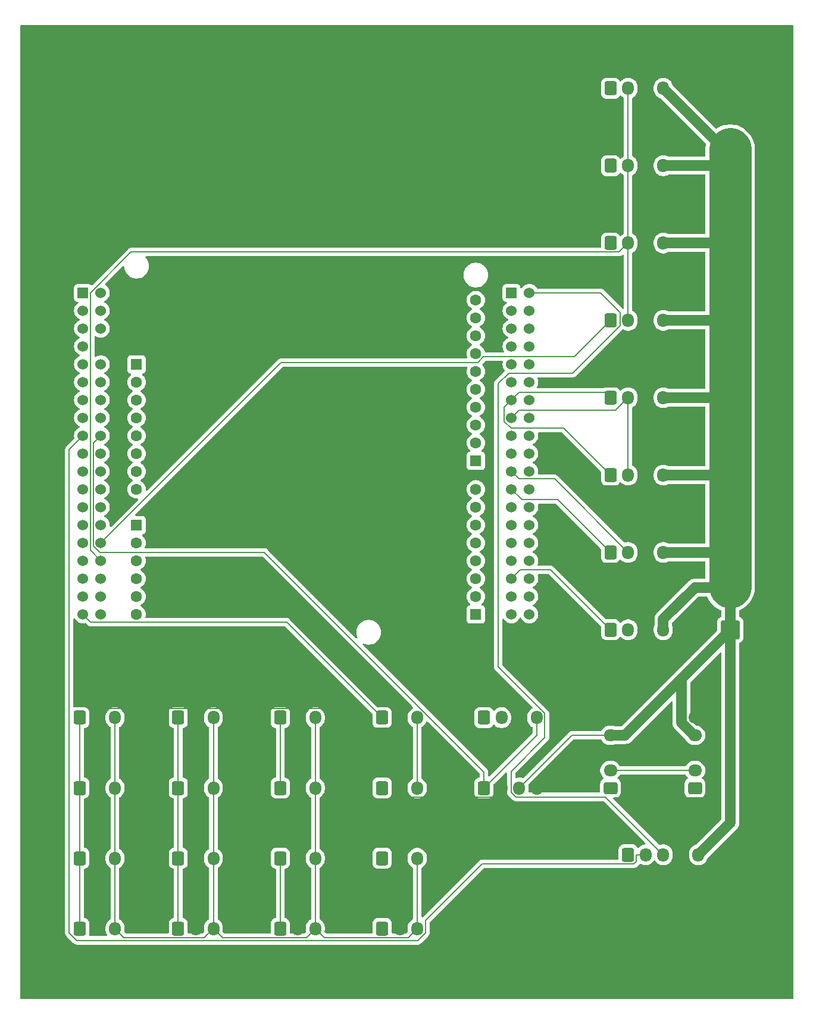
<source format=gtl>
G04 #@! TF.GenerationSoftware,KiCad,Pcbnew,8.0.8*
G04 #@! TF.CreationDate,2025-02-19T12:15:39-05:00*
G04 #@! TF.ProjectId,capstone_pcb,63617073-746f-46e6-955f-7063622e6b69,rev?*
G04 #@! TF.SameCoordinates,Original*
G04 #@! TF.FileFunction,Copper,L1,Top*
G04 #@! TF.FilePolarity,Positive*
%FSLAX46Y46*%
G04 Gerber Fmt 4.6, Leading zero omitted, Abs format (unit mm)*
G04 Created by KiCad (PCBNEW 8.0.8) date 2025-02-19 12:15:39*
%MOMM*%
%LPD*%
G01*
G04 APERTURE LIST*
G04 Aperture macros list*
%AMRoundRect*
0 Rectangle with rounded corners*
0 $1 Rounding radius*
0 $2 $3 $4 $5 $6 $7 $8 $9 X,Y pos of 4 corners*
0 Add a 4 corners polygon primitive as box body*
4,1,4,$2,$3,$4,$5,$6,$7,$8,$9,$2,$3,0*
0 Add four circle primitives for the rounded corners*
1,1,$1+$1,$2,$3*
1,1,$1+$1,$4,$5*
1,1,$1+$1,$6,$7*
1,1,$1+$1,$8,$9*
0 Add four rect primitives between the rounded corners*
20,1,$1+$1,$2,$3,$4,$5,0*
20,1,$1+$1,$4,$5,$6,$7,0*
20,1,$1+$1,$6,$7,$8,$9,0*
20,1,$1+$1,$8,$9,$2,$3,0*%
G04 Aperture macros list end*
G04 #@! TA.AperFunction,ComponentPad*
%ADD10RoundRect,0.250000X-0.600000X-0.725000X0.600000X-0.725000X0.600000X0.725000X-0.600000X0.725000X0*%
G04 #@! TD*
G04 #@! TA.AperFunction,ComponentPad*
%ADD11O,1.700000X1.950000*%
G04 #@! TD*
G04 #@! TA.AperFunction,ComponentPad*
%ADD12RoundRect,0.250000X0.725000X-0.600000X0.725000X0.600000X-0.725000X0.600000X-0.725000X-0.600000X0*%
G04 #@! TD*
G04 #@! TA.AperFunction,ComponentPad*
%ADD13O,1.950000X1.700000*%
G04 #@! TD*
G04 #@! TA.AperFunction,ComponentPad*
%ADD14R,1.605000X1.605000*%
G04 #@! TD*
G04 #@! TA.AperFunction,ComponentPad*
%ADD15C,1.605000*%
G04 #@! TD*
G04 #@! TA.AperFunction,ComponentPad*
%ADD16R,1.530000X1.530000*%
G04 #@! TD*
G04 #@! TA.AperFunction,ComponentPad*
%ADD17C,1.530000*%
G04 #@! TD*
G04 #@! TA.AperFunction,ComponentPad*
%ADD18RoundRect,0.250001X-1.099999X-1.099999X1.099999X-1.099999X1.099999X1.099999X-1.099999X1.099999X0*%
G04 #@! TD*
G04 #@! TA.AperFunction,ComponentPad*
%ADD19C,2.700000*%
G04 #@! TD*
G04 #@! TA.AperFunction,Conductor*
%ADD20C,0.200000*%
G04 #@! TD*
G04 #@! TA.AperFunction,Conductor*
%ADD21C,1.500000*%
G04 #@! TD*
G04 #@! TA.AperFunction,Conductor*
%ADD22C,6.000000*%
G04 #@! TD*
G04 #@! TA.AperFunction,Conductor*
%ADD23C,5.000000*%
G04 #@! TD*
G04 APERTURE END LIST*
D10*
X136000000Y-163000000D03*
D11*
X138500000Y-163000000D03*
X141000000Y-163000000D03*
D10*
X136000000Y-153000000D03*
D11*
X138500000Y-153000000D03*
X141000000Y-153000000D03*
D12*
X183000000Y-143000000D03*
D13*
X183000000Y-140500000D03*
X183000000Y-138000000D03*
X183000000Y-135500000D03*
X183000000Y-133000000D03*
D10*
X107500000Y-153000000D03*
D11*
X110000000Y-153000000D03*
X112500000Y-153000000D03*
D10*
X183000000Y-54500000D03*
D11*
X185500000Y-54500000D03*
X188000000Y-54500000D03*
X190500000Y-54500000D03*
D12*
X195000000Y-143000000D03*
D13*
X195000000Y-140500000D03*
X195000000Y-138000000D03*
X195000000Y-135500000D03*
X195000000Y-133000000D03*
D10*
X183000000Y-43500000D03*
D11*
X185500000Y-43500000D03*
X188000000Y-43500000D03*
X190500000Y-43500000D03*
D10*
X121500000Y-163000000D03*
D11*
X124000000Y-163000000D03*
X126500000Y-163000000D03*
D10*
X107500000Y-133000000D03*
D11*
X110000000Y-133000000D03*
X112500000Y-133000000D03*
D10*
X183000000Y-109500000D03*
D11*
X185500000Y-109500000D03*
X188000000Y-109500000D03*
X190500000Y-109500000D03*
D10*
X150500000Y-153000000D03*
D11*
X153000000Y-153000000D03*
X155500000Y-153000000D03*
D14*
X163830000Y-96470000D03*
D15*
X163830000Y-93930000D03*
X163830000Y-91390000D03*
X163830000Y-88850000D03*
X163830000Y-86310000D03*
X163830000Y-83770000D03*
X163830000Y-81230000D03*
X163830000Y-78690000D03*
X163830000Y-76150000D03*
X163830000Y-73610000D03*
D14*
X115570000Y-82750000D03*
D15*
X115570000Y-85290000D03*
X115570000Y-87830000D03*
X115570000Y-90370000D03*
X115570000Y-92910000D03*
X115570000Y-95450000D03*
X115570000Y-97990000D03*
X115570000Y-100530000D03*
D16*
X107950000Y-72590000D03*
D17*
X110490000Y-72590000D03*
X107950000Y-75130000D03*
X110490000Y-75130000D03*
X107950000Y-77670000D03*
X110490000Y-77670000D03*
X107950000Y-80210000D03*
X110490000Y-80210000D03*
X107950000Y-82750000D03*
X110490000Y-82750000D03*
X107950000Y-85290000D03*
X110490000Y-85290000D03*
X107950000Y-87830000D03*
X110490000Y-87830000D03*
X107950000Y-90370000D03*
X110490000Y-90370000D03*
X107950000Y-92910000D03*
X110490000Y-92910000D03*
X107950000Y-95450000D03*
X110490000Y-95450000D03*
X107950000Y-97990000D03*
X110490000Y-97990000D03*
X107950000Y-100530000D03*
X110490000Y-100530000D03*
X107950000Y-103070000D03*
X110490000Y-103070000D03*
X107950000Y-105610000D03*
X110490000Y-105610000D03*
X107950000Y-108150000D03*
X110490000Y-108150000D03*
X107950000Y-110690000D03*
X110490000Y-110690000D03*
X107950000Y-113230000D03*
X110490000Y-113230000D03*
X107950000Y-115770000D03*
X110490000Y-115770000D03*
X107950000Y-118310000D03*
X110490000Y-118310000D03*
D14*
X115570000Y-105610000D03*
D15*
X115570000Y-108150000D03*
X115570000Y-110690000D03*
X115570000Y-113230000D03*
X115570000Y-115770000D03*
X115570000Y-118310000D03*
D14*
X163830000Y-118310000D03*
D15*
X163830000Y-115770000D03*
X163830000Y-113230000D03*
X163830000Y-110690000D03*
X163830000Y-108150000D03*
X163830000Y-105610000D03*
X163830000Y-103070000D03*
X163830000Y-100530000D03*
D16*
X168910000Y-72590000D03*
D17*
X171450000Y-72590000D03*
X168910000Y-75130000D03*
X171450000Y-75130000D03*
X168910000Y-77670000D03*
X171450000Y-77670000D03*
X168910000Y-80210000D03*
X171450000Y-80210000D03*
X168910000Y-82750000D03*
X171450000Y-82750000D03*
X168910000Y-85290000D03*
X171450000Y-85290000D03*
X168910000Y-87830000D03*
X171450000Y-87830000D03*
X168910000Y-90370000D03*
X171450000Y-90370000D03*
X168910000Y-92910000D03*
X171450000Y-92910000D03*
X168910000Y-95450000D03*
X171450000Y-95450000D03*
X168910000Y-97990000D03*
X171450000Y-97990000D03*
X168910000Y-100530000D03*
X171450000Y-100530000D03*
X168910000Y-103070000D03*
X171450000Y-103070000D03*
X168910000Y-105610000D03*
X171450000Y-105610000D03*
X168910000Y-108150000D03*
X171450000Y-108150000D03*
X168910000Y-110690000D03*
X171450000Y-110690000D03*
X168910000Y-113230000D03*
X171450000Y-113230000D03*
X168910000Y-115770000D03*
X171450000Y-115770000D03*
X168910000Y-118310000D03*
X171450000Y-118310000D03*
D18*
X200040000Y-120500000D03*
D19*
X204000000Y-120500000D03*
D10*
X150500000Y-133000000D03*
D11*
X153000000Y-133000000D03*
X155500000Y-133000000D03*
D10*
X121500000Y-153000000D03*
D11*
X124000000Y-153000000D03*
X126500000Y-153000000D03*
D10*
X183000000Y-87500000D03*
D11*
X185500000Y-87500000D03*
X188000000Y-87500000D03*
X190500000Y-87500000D03*
D10*
X150500000Y-143000000D03*
D11*
X153000000Y-143000000D03*
X155500000Y-143000000D03*
D10*
X165000000Y-133000000D03*
D11*
X167500000Y-133000000D03*
X170000000Y-133000000D03*
X172500000Y-133000000D03*
D10*
X121500000Y-143000000D03*
D11*
X124000000Y-143000000D03*
X126500000Y-143000000D03*
D10*
X183000000Y-76500000D03*
D11*
X185500000Y-76500000D03*
X188000000Y-76500000D03*
X190500000Y-76500000D03*
D10*
X150500000Y-163000000D03*
D11*
X153000000Y-163000000D03*
X155500000Y-163000000D03*
D10*
X183000000Y-65500000D03*
D11*
X185500000Y-65500000D03*
X188000000Y-65500000D03*
X190500000Y-65500000D03*
D10*
X183000000Y-120500000D03*
D11*
X185500000Y-120500000D03*
X188000000Y-120500000D03*
X190500000Y-120500000D03*
D10*
X165000000Y-143000000D03*
D11*
X167500000Y-143000000D03*
X170000000Y-143000000D03*
X172500000Y-143000000D03*
D10*
X107500000Y-143000000D03*
D11*
X110000000Y-143000000D03*
X112500000Y-143000000D03*
D10*
X185500000Y-152500000D03*
D11*
X188000000Y-152500000D03*
X190500000Y-152500000D03*
X193000000Y-152500000D03*
X195500000Y-152500000D03*
D10*
X136000000Y-133000000D03*
D11*
X138500000Y-133000000D03*
X141000000Y-133000000D03*
D10*
X136000000Y-143000000D03*
D11*
X138500000Y-143000000D03*
X141000000Y-143000000D03*
D10*
X121500000Y-133000000D03*
D11*
X124000000Y-133000000D03*
X126500000Y-133000000D03*
D10*
X107500000Y-163000000D03*
D11*
X110000000Y-163000000D03*
X112500000Y-163000000D03*
D10*
X183000000Y-98500000D03*
D11*
X185500000Y-98500000D03*
X188000000Y-98500000D03*
X190500000Y-98500000D03*
D20*
X109015000Y-109215000D02*
X110490000Y-110690000D01*
X185500000Y-43500000D02*
X185500000Y-76500000D01*
X184225000Y-66775000D02*
X114798862Y-66775000D01*
X185500000Y-65500000D02*
X184225000Y-66775000D01*
X114798862Y-66775000D02*
X109015000Y-72558862D01*
X109015000Y-72558862D02*
X109015000Y-109215000D01*
D21*
X190500000Y-98500000D02*
X200000000Y-98500000D01*
X193075000Y-133745584D02*
X194829416Y-135500000D01*
D22*
X200000000Y-98500000D02*
X200000000Y-87500000D01*
X200000000Y-65500000D02*
X200000000Y-55500000D01*
D21*
X193075000Y-127465000D02*
X193075000Y-133745584D01*
D22*
X200000000Y-76500000D02*
X200000000Y-65500000D01*
D21*
X195000000Y-114500000D02*
X190500000Y-119000000D01*
X199500000Y-109500000D02*
X190500000Y-109500000D01*
X190500000Y-65500000D02*
X200000000Y-65500000D01*
X200040000Y-114500000D02*
X195000000Y-114500000D01*
D20*
X170000000Y-143000000D02*
X177500000Y-135500000D01*
D22*
X200000000Y-114460000D02*
X200000000Y-98500000D01*
D21*
X199500000Y-52500000D02*
X200000000Y-52500000D01*
X197770000Y-122770000D02*
X193075000Y-127465000D01*
D20*
X177500000Y-135500000D02*
X183000000Y-135500000D01*
D21*
X190500000Y-119000000D02*
X190500000Y-120500000D01*
X190500000Y-54500000D02*
X199000000Y-54500000D01*
X190500000Y-76500000D02*
X200000000Y-76500000D01*
X190500000Y-43500000D02*
X199500000Y-52500000D01*
X185040000Y-135500000D02*
X183000000Y-135500000D01*
X199000000Y-54500000D02*
X200000000Y-55500000D01*
X200040000Y-120500000D02*
X185040000Y-135500000D01*
X200040000Y-120500000D02*
X197770000Y-122770000D01*
X200040000Y-114500000D02*
X200040000Y-120500000D01*
X190500000Y-87500000D02*
X200000000Y-87500000D01*
D22*
X200000000Y-87500000D02*
X200000000Y-76500000D01*
D21*
X195500000Y-152500000D02*
X200040000Y-147960000D01*
X200040000Y-147960000D02*
X200040000Y-120500000D01*
D22*
X200000000Y-55500000D02*
X200000000Y-52145458D01*
D23*
X200000000Y-52145458D02*
X200000000Y-52500000D01*
D20*
X164119171Y-82500000D02*
X136140000Y-82500000D01*
X177815000Y-81685000D02*
X164934171Y-81685000D01*
X183000000Y-76500000D02*
X177815000Y-81685000D01*
X164934171Y-81685000D02*
X164119171Y-82500000D01*
X136140000Y-82500000D02*
X110490000Y-108150000D01*
X124000000Y-143000000D02*
X124000000Y-153000000D01*
X138500000Y-153000000D02*
X138500000Y-163000000D01*
X122725000Y-131725000D02*
X111275000Y-131725000D01*
X139775000Y-131725000D02*
X138500000Y-133000000D01*
X153000000Y-133000000D02*
X151500000Y-134500000D01*
X154275000Y-144275000D02*
X166225000Y-144275000D01*
X124000000Y-133000000D02*
X124000000Y-143000000D01*
X151500000Y-134500000D02*
X145000000Y-134500000D01*
X138500000Y-133000000D02*
X138500000Y-143000000D01*
X110000000Y-133000000D02*
X110000000Y-143000000D01*
X145000000Y-134500000D02*
X142225000Y-131725000D01*
X111275000Y-131725000D02*
X110000000Y-133000000D01*
X138500000Y-133000000D02*
X137225000Y-131725000D01*
X166225000Y-144275000D02*
X167500000Y-143000000D01*
X125275000Y-131725000D02*
X124000000Y-133000000D01*
X124000000Y-133000000D02*
X122725000Y-131725000D01*
X153000000Y-143000000D02*
X154275000Y-144275000D01*
X153000000Y-143000000D02*
X153000000Y-153000000D01*
X110000000Y-143000000D02*
X110000000Y-153000000D01*
X142225000Y-131725000D02*
X139775000Y-131725000D01*
X137225000Y-131725000D02*
X125275000Y-131725000D01*
X153000000Y-133000000D02*
X153000000Y-143000000D01*
X138500000Y-143000000D02*
X138500000Y-153000000D01*
X153000000Y-153000000D02*
X153000000Y-163000000D01*
X110000000Y-153000000D02*
X110000000Y-163000000D01*
X124000000Y-153000000D02*
X124000000Y-163000000D01*
X168845000Y-91845000D02*
X176345000Y-91845000D01*
X169975000Y-86765000D02*
X168910000Y-87830000D01*
X167845000Y-90845000D02*
X168845000Y-91845000D01*
X167845000Y-88895000D02*
X167845000Y-90845000D01*
X182265000Y-86765000D02*
X169975000Y-86765000D01*
X168910000Y-87830000D02*
X167845000Y-88895000D01*
X176345000Y-91845000D02*
X183000000Y-98500000D01*
X183695000Y-89305000D02*
X169975000Y-89305000D01*
X185500000Y-87500000D02*
X185500000Y-98500000D01*
X185500000Y-87500000D02*
X183695000Y-89305000D01*
X169975000Y-89305000D02*
X168910000Y-90370000D01*
X185500000Y-109500000D02*
X175055000Y-99055000D01*
X175055000Y-99055000D02*
X169975000Y-99055000D01*
X169975000Y-99055000D02*
X168910000Y-97990000D01*
X170385000Y-102005000D02*
X168910000Y-100530000D01*
X175505000Y-102005000D02*
X170385000Y-102005000D01*
X183000000Y-109500000D02*
X175505000Y-102005000D01*
X174500000Y-112000000D02*
X170140000Y-112000000D01*
X183000000Y-120500000D02*
X174500000Y-112000000D01*
X170140000Y-112000000D02*
X168910000Y-113230000D01*
X126500000Y-143000000D02*
X126500000Y-133000000D01*
X126500000Y-153000000D02*
X126500000Y-143000000D01*
X113775000Y-164275000D02*
X112500000Y-163000000D01*
X112500000Y-143000000D02*
X112500000Y-133000000D01*
X141000000Y-163000000D02*
X141000000Y-153000000D01*
X126500000Y-163000000D02*
X126500000Y-153000000D01*
X155500000Y-133000000D02*
X155500000Y-143000000D01*
X139725000Y-164275000D02*
X127775000Y-164275000D01*
X155500000Y-163000000D02*
X154225000Y-164275000D01*
X155500000Y-153000000D02*
X155500000Y-163000000D01*
X112500000Y-153000000D02*
X112500000Y-143000000D01*
X142275000Y-164275000D02*
X141000000Y-163000000D01*
X154225000Y-164275000D02*
X142275000Y-164275000D01*
X141000000Y-153000000D02*
X141000000Y-143000000D01*
X141000000Y-163000000D02*
X139725000Y-164275000D01*
X141000000Y-143000000D02*
X141000000Y-133000000D01*
X125225000Y-164275000D02*
X113775000Y-164275000D01*
X112500000Y-163000000D02*
X112500000Y-153000000D01*
X127775000Y-164275000D02*
X126500000Y-163000000D01*
X126500000Y-163000000D02*
X125225000Y-164275000D01*
X107500000Y-133000000D02*
X107500000Y-163000000D01*
X121500000Y-163000000D02*
X121500000Y-133000000D01*
X136000000Y-143000000D02*
X136000000Y-133000000D01*
X136000000Y-163000000D02*
X136000000Y-153000000D01*
X150500000Y-133000000D02*
X136912500Y-119412500D01*
X109052500Y-119412500D02*
X107950000Y-118310000D01*
X136912500Y-119412500D02*
X109052500Y-119412500D01*
X164725000Y-153775000D02*
X156650000Y-161850000D01*
X156650000Y-161850000D02*
X156650000Y-163601346D01*
X186334744Y-153775000D02*
X164725000Y-153775000D01*
X107065256Y-164675000D02*
X106000000Y-163609744D01*
X155576346Y-164675000D02*
X107065256Y-164675000D01*
X188000000Y-152500000D02*
X186650000Y-152500000D01*
X186650000Y-152500000D02*
X186650000Y-153459744D01*
X106000000Y-163609744D02*
X106000000Y-94860000D01*
X186650000Y-153459744D02*
X186334744Y-153775000D01*
X106000000Y-94860000D02*
X107950000Y-92910000D01*
X156650000Y-163601346D02*
X155576346Y-164675000D01*
X190500000Y-152500000D02*
X182275000Y-144275000D01*
X173650000Y-135850000D02*
X173650000Y-132398654D01*
X167000000Y-125748654D02*
X167000000Y-85500000D01*
X167000000Y-85500000D02*
X168500000Y-84000000D01*
X168850000Y-143601346D02*
X168850000Y-140650000D01*
X184350000Y-77259744D02*
X184350000Y-75350000D01*
X168850000Y-140650000D02*
X173650000Y-135850000D01*
X182275000Y-144275000D02*
X169523654Y-144275000D01*
X181590000Y-72590000D02*
X171450000Y-72590000D01*
X169523654Y-144275000D02*
X168850000Y-143601346D01*
X177609744Y-84000000D02*
X184350000Y-77259744D01*
X168500000Y-84000000D02*
X177609744Y-84000000D01*
X184350000Y-75350000D02*
X181590000Y-72590000D01*
X173650000Y-132398654D02*
X167000000Y-125748654D01*
X172500000Y-135500000D02*
X165000000Y-143000000D01*
X165000000Y-140748654D02*
X133751346Y-109500000D01*
X109425000Y-108591138D02*
X109425000Y-93975000D01*
X172500000Y-133000000D02*
X172500000Y-135500000D01*
X109425000Y-93975000D02*
X110490000Y-92910000D01*
X195000000Y-140500000D02*
X183000000Y-140500000D01*
X165000000Y-143000000D02*
X165000000Y-140748654D01*
X110333862Y-109500000D02*
X109425000Y-108591138D01*
X133751346Y-109500000D02*
X110333862Y-109500000D01*
G04 #@! TA.AperFunction,Conductor*
G36*
X133518288Y-110120185D02*
G01*
X133538930Y-110136819D01*
X154890030Y-131487919D01*
X154923515Y-131549242D01*
X154918531Y-131618934D01*
X154876659Y-131674867D01*
X154858645Y-131686084D01*
X154792182Y-131719949D01*
X154620213Y-131844890D01*
X154469890Y-131995213D01*
X154344951Y-132167179D01*
X154248444Y-132356585D01*
X154182753Y-132558760D01*
X154149500Y-132768713D01*
X154149500Y-133231287D01*
X154182754Y-133441243D01*
X154222841Y-133564619D01*
X154248444Y-133643414D01*
X154344951Y-133832820D01*
X154469890Y-134004786D01*
X154620213Y-134155109D01*
X154792184Y-134280051D01*
X154792184Y-134280052D01*
X154831793Y-134300233D01*
X154882590Y-134348206D01*
X154899500Y-134410718D01*
X154899500Y-141589281D01*
X154879815Y-141656320D01*
X154831795Y-141699765D01*
X154792185Y-141719947D01*
X154792184Y-141719948D01*
X154620213Y-141844890D01*
X154469890Y-141995213D01*
X154344951Y-142167179D01*
X154248444Y-142356585D01*
X154182753Y-142558760D01*
X154176530Y-142598051D01*
X154149500Y-142768713D01*
X154149500Y-143231287D01*
X154182754Y-143441243D01*
X154240036Y-143617539D01*
X154248444Y-143643414D01*
X154344951Y-143832820D01*
X154469890Y-144004786D01*
X154620213Y-144155109D01*
X154792179Y-144280048D01*
X154792181Y-144280049D01*
X154792184Y-144280051D01*
X154981588Y-144376557D01*
X155183757Y-144442246D01*
X155393713Y-144475500D01*
X155393714Y-144475500D01*
X155606286Y-144475500D01*
X155606287Y-144475500D01*
X155816243Y-144442246D01*
X156018412Y-144376557D01*
X156207816Y-144280051D01*
X156229789Y-144264086D01*
X156379786Y-144155109D01*
X156379788Y-144155106D01*
X156379792Y-144155104D01*
X156530104Y-144004792D01*
X156530106Y-144004788D01*
X156530109Y-144004786D01*
X156655048Y-143832820D01*
X156655047Y-143832820D01*
X156655051Y-143832816D01*
X156751557Y-143643412D01*
X156817246Y-143441243D01*
X156850500Y-143231287D01*
X156850500Y-142768713D01*
X156817246Y-142558757D01*
X156751557Y-142356588D01*
X156655051Y-142167184D01*
X156655049Y-142167181D01*
X156655048Y-142167179D01*
X156530109Y-141995213D01*
X156379786Y-141844890D01*
X156207815Y-141719948D01*
X156207814Y-141719947D01*
X156168205Y-141699765D01*
X156117409Y-141651791D01*
X156100500Y-141589281D01*
X156100500Y-134410718D01*
X156120185Y-134343679D01*
X156168207Y-134300233D01*
X156207815Y-134280052D01*
X156207815Y-134280051D01*
X156207816Y-134280051D01*
X156326728Y-134193657D01*
X156379786Y-134155109D01*
X156379788Y-134155106D01*
X156379792Y-134155104D01*
X156530104Y-134004792D01*
X156530106Y-134004788D01*
X156530109Y-134004786D01*
X156655048Y-133832820D01*
X156655047Y-133832820D01*
X156655051Y-133832816D01*
X156751557Y-133643412D01*
X156761119Y-133613980D01*
X156800553Y-133556309D01*
X156864911Y-133529109D01*
X156933757Y-133541021D01*
X156966730Y-133564619D01*
X164363181Y-140961070D01*
X164396666Y-141022393D01*
X164399500Y-141048751D01*
X164399500Y-141407465D01*
X164379815Y-141474504D01*
X164327011Y-141520259D01*
X164288102Y-141530823D01*
X164247202Y-141535001D01*
X164247200Y-141535001D01*
X164080668Y-141590185D01*
X164080663Y-141590187D01*
X163931342Y-141682289D01*
X163807289Y-141806342D01*
X163715187Y-141955663D01*
X163715186Y-141955666D01*
X163660001Y-142122203D01*
X163660001Y-142122204D01*
X163660000Y-142122204D01*
X163649500Y-142224983D01*
X163649500Y-143775001D01*
X163649501Y-143775018D01*
X163660000Y-143877796D01*
X163660001Y-143877799D01*
X163690575Y-143970063D01*
X163715186Y-144044334D01*
X163807288Y-144193656D01*
X163931344Y-144317712D01*
X164080666Y-144409814D01*
X164247203Y-144464999D01*
X164349991Y-144475500D01*
X165650008Y-144475499D01*
X165752797Y-144464999D01*
X165919334Y-144409814D01*
X166068656Y-144317712D01*
X166192712Y-144193656D01*
X166284814Y-144044334D01*
X166339999Y-143877797D01*
X166350500Y-143775009D01*
X166350499Y-142550095D01*
X166370184Y-142483057D01*
X166386813Y-142462420D01*
X168037820Y-140811413D01*
X168099142Y-140777930D01*
X168168834Y-140782914D01*
X168224767Y-140824786D01*
X168249184Y-140890250D01*
X168249500Y-140899096D01*
X168249500Y-143514676D01*
X168249499Y-143514694D01*
X168249499Y-143680400D01*
X168249498Y-143680400D01*
X168290339Y-143832820D01*
X168290423Y-143833131D01*
X168308521Y-143864477D01*
X168340194Y-143919336D01*
X168369479Y-143970060D01*
X168369481Y-143970063D01*
X168488349Y-144088931D01*
X168488354Y-144088935D01*
X169154938Y-144755520D01*
X169154940Y-144755521D01*
X169154944Y-144755524D01*
X169291863Y-144834573D01*
X169291870Y-144834577D01*
X169444597Y-144875501D01*
X169444599Y-144875501D01*
X169610308Y-144875501D01*
X169610324Y-144875500D01*
X181974903Y-144875500D01*
X182041942Y-144895185D01*
X182062584Y-144911819D01*
X187964684Y-150813920D01*
X187998169Y-150875243D01*
X187993185Y-150944935D01*
X187951313Y-151000868D01*
X187896401Y-151024074D01*
X187683760Y-151057753D01*
X187481585Y-151123444D01*
X187292179Y-151219951D01*
X187120215Y-151344889D01*
X186981398Y-151483706D01*
X186920075Y-151517190D01*
X186850383Y-151512206D01*
X186794450Y-151470334D01*
X186788178Y-151461120D01*
X186692712Y-151306344D01*
X186568657Y-151182289D01*
X186568656Y-151182288D01*
X186441959Y-151104141D01*
X186419336Y-151090187D01*
X186419331Y-151090185D01*
X186417862Y-151089698D01*
X186252797Y-151035001D01*
X186252795Y-151035000D01*
X186150010Y-151024500D01*
X184849998Y-151024500D01*
X184849981Y-151024501D01*
X184747203Y-151035000D01*
X184747200Y-151035001D01*
X184580668Y-151090185D01*
X184580663Y-151090187D01*
X184431342Y-151182289D01*
X184307289Y-151306342D01*
X184215187Y-151455663D01*
X184215185Y-151455668D01*
X184202083Y-151495208D01*
X184160001Y-151622203D01*
X184160001Y-151622204D01*
X184160000Y-151622204D01*
X184149500Y-151724983D01*
X184149500Y-151724996D01*
X184149501Y-153050500D01*
X184129816Y-153117539D01*
X184077013Y-153163294D01*
X184025501Y-153174500D01*
X164811670Y-153174500D01*
X164811654Y-153174499D01*
X164804058Y-153174499D01*
X164645943Y-153174499D01*
X164569579Y-153194961D01*
X164493214Y-153215423D01*
X164493209Y-153215426D01*
X164356290Y-153294475D01*
X164356282Y-153294481D01*
X156312181Y-161338583D01*
X156250858Y-161372068D01*
X156181166Y-161367084D01*
X156125233Y-161325212D01*
X156100816Y-161259748D01*
X156100500Y-161250902D01*
X156100500Y-154410718D01*
X156120185Y-154343679D01*
X156168207Y-154300233D01*
X156207815Y-154280052D01*
X156207815Y-154280051D01*
X156207816Y-154280051D01*
X156326728Y-154193657D01*
X156379786Y-154155109D01*
X156379788Y-154155106D01*
X156379792Y-154155104D01*
X156530104Y-154004792D01*
X156530106Y-154004788D01*
X156530109Y-154004786D01*
X156655048Y-153832820D01*
X156655047Y-153832820D01*
X156655051Y-153832816D01*
X156751557Y-153643412D01*
X156817246Y-153441243D01*
X156850500Y-153231287D01*
X156850500Y-152768713D01*
X156817246Y-152558757D01*
X156751557Y-152356588D01*
X156655051Y-152167184D01*
X156655049Y-152167181D01*
X156655048Y-152167179D01*
X156530109Y-151995213D01*
X156379786Y-151844890D01*
X156207820Y-151719951D01*
X156018414Y-151623444D01*
X156018413Y-151623443D01*
X156018412Y-151623443D01*
X155816243Y-151557754D01*
X155816241Y-151557753D01*
X155816240Y-151557753D01*
X155654957Y-151532208D01*
X155606287Y-151524500D01*
X155393713Y-151524500D01*
X155345042Y-151532208D01*
X155183760Y-151557753D01*
X154981585Y-151623444D01*
X154792179Y-151719951D01*
X154620213Y-151844890D01*
X154469890Y-151995213D01*
X154344951Y-152167179D01*
X154248444Y-152356585D01*
X154182753Y-152558760D01*
X154155428Y-152731286D01*
X154149500Y-152768713D01*
X154149500Y-153231287D01*
X154182754Y-153441243D01*
X154203402Y-153504792D01*
X154248444Y-153643414D01*
X154344951Y-153832820D01*
X154469890Y-154004786D01*
X154620213Y-154155109D01*
X154792184Y-154280051D01*
X154792184Y-154280052D01*
X154831793Y-154300233D01*
X154882590Y-154348206D01*
X154899500Y-154410718D01*
X154899500Y-161589281D01*
X154879815Y-161656320D01*
X154831795Y-161699765D01*
X154792185Y-161719947D01*
X154792184Y-161719948D01*
X154620213Y-161844890D01*
X154469890Y-161995213D01*
X154344951Y-162167179D01*
X154248444Y-162356585D01*
X154182753Y-162558760D01*
X154149500Y-162768713D01*
X154149500Y-163231286D01*
X154176530Y-163401947D01*
X154167575Y-163471241D01*
X154141740Y-163509023D01*
X154012582Y-163638182D01*
X153951262Y-163671666D01*
X153924903Y-163674500D01*
X151974500Y-163674500D01*
X151907461Y-163654815D01*
X151861706Y-163602011D01*
X151850500Y-163550500D01*
X151850499Y-162224998D01*
X151850498Y-162224981D01*
X151839999Y-162122203D01*
X151839998Y-162122200D01*
X151832222Y-162098735D01*
X151784814Y-161955666D01*
X151692712Y-161806344D01*
X151568656Y-161682288D01*
X151419334Y-161590186D01*
X151252797Y-161535001D01*
X151252795Y-161535000D01*
X151150010Y-161524500D01*
X149849998Y-161524500D01*
X149849981Y-161524501D01*
X149747203Y-161535000D01*
X149747200Y-161535001D01*
X149580668Y-161590185D01*
X149580663Y-161590187D01*
X149431342Y-161682289D01*
X149307289Y-161806342D01*
X149215187Y-161955663D01*
X149215186Y-161955666D01*
X149160001Y-162122203D01*
X149160001Y-162122204D01*
X149160000Y-162122204D01*
X149149500Y-162224983D01*
X149149500Y-162224996D01*
X149149501Y-163550500D01*
X149129816Y-163617539D01*
X149077013Y-163663294D01*
X149025501Y-163674500D01*
X142575097Y-163674500D01*
X142508058Y-163654815D01*
X142487416Y-163638181D01*
X142358261Y-163509026D01*
X142324776Y-163447703D01*
X142323469Y-163401951D01*
X142350500Y-163231287D01*
X142350500Y-162768713D01*
X142317246Y-162558757D01*
X142251557Y-162356588D01*
X142155051Y-162167184D01*
X142155049Y-162167181D01*
X142155048Y-162167179D01*
X142030109Y-161995213D01*
X141879786Y-161844890D01*
X141707815Y-161719948D01*
X141707814Y-161719947D01*
X141668205Y-161699765D01*
X141617409Y-161651791D01*
X141600500Y-161589281D01*
X141600500Y-154410718D01*
X141620185Y-154343679D01*
X141668207Y-154300233D01*
X141707815Y-154280052D01*
X141707815Y-154280051D01*
X141707816Y-154280051D01*
X141826728Y-154193657D01*
X141879786Y-154155109D01*
X141879788Y-154155106D01*
X141879792Y-154155104D01*
X142030104Y-154004792D01*
X142030106Y-154004788D01*
X142030109Y-154004786D01*
X142155048Y-153832820D01*
X142155047Y-153832820D01*
X142155051Y-153832816D01*
X142251557Y-153643412D01*
X142317246Y-153441243D01*
X142350500Y-153231287D01*
X142350500Y-152768713D01*
X142317246Y-152558757D01*
X142251557Y-152356588D01*
X142184501Y-152224983D01*
X149149500Y-152224983D01*
X149149500Y-153775001D01*
X149149501Y-153775018D01*
X149160000Y-153877796D01*
X149160001Y-153877799D01*
X149202081Y-154004786D01*
X149215186Y-154044334D01*
X149307288Y-154193656D01*
X149431344Y-154317712D01*
X149580666Y-154409814D01*
X149747203Y-154464999D01*
X149849991Y-154475500D01*
X151150008Y-154475499D01*
X151252797Y-154464999D01*
X151419334Y-154409814D01*
X151568656Y-154317712D01*
X151692712Y-154193656D01*
X151784814Y-154044334D01*
X151839999Y-153877797D01*
X151850500Y-153775009D01*
X151850499Y-152224992D01*
X151839999Y-152122203D01*
X151784814Y-151955666D01*
X151692712Y-151806344D01*
X151568656Y-151682288D01*
X151419334Y-151590186D01*
X151252797Y-151535001D01*
X151252795Y-151535000D01*
X151150010Y-151524500D01*
X149849998Y-151524500D01*
X149849981Y-151524501D01*
X149747203Y-151535000D01*
X149747200Y-151535001D01*
X149580668Y-151590185D01*
X149580663Y-151590187D01*
X149431342Y-151682289D01*
X149307289Y-151806342D01*
X149215187Y-151955663D01*
X149215186Y-151955666D01*
X149160001Y-152122203D01*
X149160001Y-152122204D01*
X149160000Y-152122204D01*
X149149500Y-152224983D01*
X142184501Y-152224983D01*
X142155051Y-152167184D01*
X142155049Y-152167181D01*
X142155048Y-152167179D01*
X142030109Y-151995213D01*
X141879786Y-151844890D01*
X141707815Y-151719948D01*
X141707814Y-151719947D01*
X141668205Y-151699765D01*
X141617409Y-151651791D01*
X141600500Y-151589281D01*
X141600500Y-144410718D01*
X141620185Y-144343679D01*
X141668207Y-144300233D01*
X141707815Y-144280052D01*
X141707815Y-144280051D01*
X141707816Y-144280051D01*
X141826728Y-144193657D01*
X141879786Y-144155109D01*
X141879788Y-144155106D01*
X141879792Y-144155104D01*
X142030104Y-144004792D01*
X142030106Y-144004788D01*
X142030109Y-144004786D01*
X142155048Y-143832820D01*
X142155047Y-143832820D01*
X142155051Y-143832816D01*
X142251557Y-143643412D01*
X142317246Y-143441243D01*
X142350500Y-143231287D01*
X142350500Y-142768713D01*
X142317246Y-142558757D01*
X142251557Y-142356588D01*
X142184501Y-142224983D01*
X149149500Y-142224983D01*
X149149500Y-143775001D01*
X149149501Y-143775018D01*
X149160000Y-143877796D01*
X149160001Y-143877799D01*
X149190575Y-143970063D01*
X149215186Y-144044334D01*
X149307288Y-144193656D01*
X149431344Y-144317712D01*
X149580666Y-144409814D01*
X149747203Y-144464999D01*
X149849991Y-144475500D01*
X151150008Y-144475499D01*
X151252797Y-144464999D01*
X151419334Y-144409814D01*
X151568656Y-144317712D01*
X151692712Y-144193656D01*
X151784814Y-144044334D01*
X151839999Y-143877797D01*
X151850500Y-143775009D01*
X151850499Y-142224992D01*
X151839999Y-142122203D01*
X151784814Y-141955666D01*
X151692712Y-141806344D01*
X151568656Y-141682288D01*
X151443969Y-141605381D01*
X151419336Y-141590187D01*
X151419331Y-141590185D01*
X151399498Y-141583613D01*
X151252797Y-141535001D01*
X151252795Y-141535000D01*
X151150010Y-141524500D01*
X149849998Y-141524500D01*
X149849981Y-141524501D01*
X149747203Y-141535000D01*
X149747200Y-141535001D01*
X149580668Y-141590185D01*
X149580663Y-141590187D01*
X149431342Y-141682289D01*
X149307289Y-141806342D01*
X149215187Y-141955663D01*
X149215186Y-141955666D01*
X149160001Y-142122203D01*
X149160001Y-142122204D01*
X149160000Y-142122204D01*
X149149500Y-142224983D01*
X142184501Y-142224983D01*
X142155051Y-142167184D01*
X142155049Y-142167181D01*
X142155048Y-142167179D01*
X142030109Y-141995213D01*
X141879786Y-141844890D01*
X141707815Y-141719948D01*
X141707814Y-141719947D01*
X141668205Y-141699765D01*
X141617409Y-141651791D01*
X141600500Y-141589281D01*
X141600500Y-134410718D01*
X141620185Y-134343679D01*
X141668207Y-134300233D01*
X141707815Y-134280052D01*
X141707815Y-134280051D01*
X141707816Y-134280051D01*
X141826728Y-134193657D01*
X141879786Y-134155109D01*
X141879788Y-134155106D01*
X141879792Y-134155104D01*
X142030104Y-134004792D01*
X142030106Y-134004788D01*
X142030109Y-134004786D01*
X142155048Y-133832820D01*
X142155047Y-133832820D01*
X142155051Y-133832816D01*
X142251557Y-133643412D01*
X142317246Y-133441243D01*
X142350500Y-133231287D01*
X142350500Y-132768713D01*
X142317246Y-132558757D01*
X142251557Y-132356588D01*
X142155051Y-132167184D01*
X142155049Y-132167181D01*
X142155048Y-132167179D01*
X142030109Y-131995213D01*
X141879786Y-131844890D01*
X141707820Y-131719951D01*
X141518414Y-131623444D01*
X141518413Y-131623443D01*
X141518412Y-131623443D01*
X141316243Y-131557754D01*
X141316241Y-131557753D01*
X141316240Y-131557753D01*
X141135197Y-131529079D01*
X141106287Y-131524500D01*
X140893713Y-131524500D01*
X140864803Y-131529079D01*
X140683760Y-131557753D01*
X140481585Y-131623444D01*
X140292179Y-131719951D01*
X140120213Y-131844890D01*
X139969890Y-131995213D01*
X139844951Y-132167179D01*
X139748444Y-132356585D01*
X139682753Y-132558760D01*
X139649500Y-132768713D01*
X139649500Y-133231287D01*
X139682754Y-133441243D01*
X139722841Y-133564619D01*
X139748444Y-133643414D01*
X139844951Y-133832820D01*
X139969890Y-134004786D01*
X140120213Y-134155109D01*
X140292184Y-134280051D01*
X140292184Y-134280052D01*
X140331793Y-134300233D01*
X140382590Y-134348206D01*
X140399500Y-134410718D01*
X140399500Y-141589281D01*
X140379815Y-141656320D01*
X140331795Y-141699765D01*
X140292185Y-141719947D01*
X140292184Y-141719948D01*
X140120213Y-141844890D01*
X139969890Y-141995213D01*
X139844951Y-142167179D01*
X139748444Y-142356585D01*
X139682753Y-142558760D01*
X139676530Y-142598051D01*
X139649500Y-142768713D01*
X139649500Y-143231287D01*
X139682754Y-143441243D01*
X139740036Y-143617539D01*
X139748444Y-143643414D01*
X139844951Y-143832820D01*
X139969890Y-144004786D01*
X140120213Y-144155109D01*
X140292184Y-144280051D01*
X140292184Y-144280052D01*
X140331793Y-144300233D01*
X140382590Y-144348206D01*
X140399500Y-144410718D01*
X140399500Y-151589281D01*
X140379815Y-151656320D01*
X140331795Y-151699765D01*
X140292185Y-151719947D01*
X140292184Y-151719948D01*
X140120213Y-151844890D01*
X139969890Y-151995213D01*
X139844951Y-152167179D01*
X139748444Y-152356585D01*
X139682753Y-152558760D01*
X139655428Y-152731286D01*
X139649500Y-152768713D01*
X139649500Y-153231287D01*
X139682754Y-153441243D01*
X139703402Y-153504792D01*
X139748444Y-153643414D01*
X139844951Y-153832820D01*
X139969890Y-154004786D01*
X140120213Y-154155109D01*
X140292184Y-154280051D01*
X140292184Y-154280052D01*
X140331793Y-154300233D01*
X140382590Y-154348206D01*
X140399500Y-154410718D01*
X140399500Y-161589281D01*
X140379815Y-161656320D01*
X140331795Y-161699765D01*
X140292185Y-161719947D01*
X140292184Y-161719948D01*
X140120213Y-161844890D01*
X139969890Y-161995213D01*
X139844951Y-162167179D01*
X139748444Y-162356585D01*
X139682753Y-162558760D01*
X139649500Y-162768713D01*
X139649500Y-163231286D01*
X139676530Y-163401947D01*
X139667575Y-163471241D01*
X139641740Y-163509023D01*
X139512582Y-163638182D01*
X139451262Y-163671666D01*
X139424903Y-163674500D01*
X137474500Y-163674500D01*
X137407461Y-163654815D01*
X137361706Y-163602011D01*
X137350500Y-163550500D01*
X137350499Y-162224998D01*
X137350498Y-162224981D01*
X137339999Y-162122203D01*
X137339998Y-162122200D01*
X137332222Y-162098735D01*
X137284814Y-161955666D01*
X137192712Y-161806344D01*
X137068656Y-161682288D01*
X136919334Y-161590186D01*
X136752797Y-161535001D01*
X136752795Y-161535000D01*
X136711896Y-161530822D01*
X136647205Y-161504425D01*
X136607054Y-161447244D01*
X136600500Y-161407464D01*
X136600500Y-154592534D01*
X136620185Y-154525495D01*
X136672989Y-154479740D01*
X136711897Y-154469176D01*
X136752797Y-154464999D01*
X136919334Y-154409814D01*
X137068656Y-154317712D01*
X137192712Y-154193656D01*
X137284814Y-154044334D01*
X137339999Y-153877797D01*
X137350500Y-153775009D01*
X137350499Y-152224992D01*
X137339999Y-152122203D01*
X137284814Y-151955666D01*
X137192712Y-151806344D01*
X137068656Y-151682288D01*
X136919334Y-151590186D01*
X136752797Y-151535001D01*
X136752795Y-151535000D01*
X136650010Y-151524500D01*
X135349998Y-151524500D01*
X135349981Y-151524501D01*
X135247203Y-151535000D01*
X135247200Y-151535001D01*
X135080668Y-151590185D01*
X135080663Y-151590187D01*
X134931342Y-151682289D01*
X134807289Y-151806342D01*
X134715187Y-151955663D01*
X134715186Y-151955666D01*
X134660001Y-152122203D01*
X134660001Y-152122204D01*
X134660000Y-152122204D01*
X134649500Y-152224983D01*
X134649500Y-153775001D01*
X134649501Y-153775018D01*
X134660000Y-153877796D01*
X134660001Y-153877799D01*
X134702081Y-154004786D01*
X134715186Y-154044334D01*
X134807288Y-154193656D01*
X134931344Y-154317712D01*
X135080666Y-154409814D01*
X135247203Y-154464999D01*
X135288103Y-154469177D01*
X135352793Y-154495573D01*
X135392945Y-154552753D01*
X135399500Y-154592535D01*
X135399500Y-161407465D01*
X135379815Y-161474504D01*
X135327011Y-161520259D01*
X135288102Y-161530823D01*
X135247202Y-161535001D01*
X135247200Y-161535001D01*
X135080668Y-161590185D01*
X135080663Y-161590187D01*
X134931342Y-161682289D01*
X134807289Y-161806342D01*
X134715187Y-161955663D01*
X134715186Y-161955666D01*
X134660001Y-162122203D01*
X134660001Y-162122204D01*
X134660000Y-162122204D01*
X134649500Y-162224983D01*
X134649500Y-162224996D01*
X134649501Y-163550500D01*
X134629816Y-163617539D01*
X134577013Y-163663294D01*
X134525501Y-163674500D01*
X128075097Y-163674500D01*
X128008058Y-163654815D01*
X127987416Y-163638181D01*
X127858261Y-163509026D01*
X127824776Y-163447703D01*
X127823469Y-163401951D01*
X127850500Y-163231287D01*
X127850500Y-162768713D01*
X127817246Y-162558757D01*
X127751557Y-162356588D01*
X127655051Y-162167184D01*
X127655049Y-162167181D01*
X127655048Y-162167179D01*
X127530109Y-161995213D01*
X127379786Y-161844890D01*
X127207815Y-161719948D01*
X127207814Y-161719947D01*
X127168205Y-161699765D01*
X127117409Y-161651791D01*
X127100500Y-161589281D01*
X127100500Y-154410718D01*
X127120185Y-154343679D01*
X127168207Y-154300233D01*
X127207815Y-154280052D01*
X127207815Y-154280051D01*
X127207816Y-154280051D01*
X127326728Y-154193657D01*
X127379786Y-154155109D01*
X127379788Y-154155106D01*
X127379792Y-154155104D01*
X127530104Y-154004792D01*
X127530106Y-154004788D01*
X127530109Y-154004786D01*
X127655048Y-153832820D01*
X127655047Y-153832820D01*
X127655051Y-153832816D01*
X127751557Y-153643412D01*
X127817246Y-153441243D01*
X127850500Y-153231287D01*
X127850500Y-152768713D01*
X127817246Y-152558757D01*
X127751557Y-152356588D01*
X127655051Y-152167184D01*
X127655049Y-152167181D01*
X127655048Y-152167179D01*
X127530109Y-151995213D01*
X127379786Y-151844890D01*
X127207815Y-151719948D01*
X127207814Y-151719947D01*
X127168205Y-151699765D01*
X127117409Y-151651791D01*
X127100500Y-151589281D01*
X127100500Y-144410718D01*
X127120185Y-144343679D01*
X127168207Y-144300233D01*
X127207815Y-144280052D01*
X127207815Y-144280051D01*
X127207816Y-144280051D01*
X127326728Y-144193657D01*
X127379786Y-144155109D01*
X127379788Y-144155106D01*
X127379792Y-144155104D01*
X127530104Y-144004792D01*
X127530106Y-144004788D01*
X127530109Y-144004786D01*
X127655048Y-143832820D01*
X127655047Y-143832820D01*
X127655051Y-143832816D01*
X127751557Y-143643412D01*
X127817246Y-143441243D01*
X127850500Y-143231287D01*
X127850500Y-142768713D01*
X127817246Y-142558757D01*
X127751557Y-142356588D01*
X127655051Y-142167184D01*
X127655049Y-142167181D01*
X127655048Y-142167179D01*
X127530109Y-141995213D01*
X127379786Y-141844890D01*
X127207815Y-141719948D01*
X127207814Y-141719947D01*
X127168205Y-141699765D01*
X127117409Y-141651791D01*
X127100500Y-141589281D01*
X127100500Y-134410718D01*
X127120185Y-134343679D01*
X127168207Y-134300233D01*
X127207815Y-134280052D01*
X127207815Y-134280051D01*
X127207816Y-134280051D01*
X127326728Y-134193657D01*
X127379786Y-134155109D01*
X127379788Y-134155106D01*
X127379792Y-134155104D01*
X127530104Y-134004792D01*
X127530106Y-134004788D01*
X127530109Y-134004786D01*
X127655048Y-133832820D01*
X127655047Y-133832820D01*
X127655051Y-133832816D01*
X127751557Y-133643412D01*
X127817246Y-133441243D01*
X127850500Y-133231287D01*
X127850500Y-132768713D01*
X127817246Y-132558757D01*
X127751557Y-132356588D01*
X127684501Y-132224983D01*
X134649500Y-132224983D01*
X134649500Y-133775001D01*
X134649501Y-133775018D01*
X134660000Y-133877796D01*
X134660001Y-133877799D01*
X134705894Y-134016294D01*
X134715186Y-134044334D01*
X134807288Y-134193656D01*
X134931344Y-134317712D01*
X135080666Y-134409814D01*
X135247203Y-134464999D01*
X135288103Y-134469177D01*
X135352793Y-134495573D01*
X135392945Y-134552753D01*
X135399500Y-134592535D01*
X135399500Y-141407465D01*
X135379815Y-141474504D01*
X135327011Y-141520259D01*
X135288102Y-141530823D01*
X135247202Y-141535001D01*
X135247200Y-141535001D01*
X135080668Y-141590185D01*
X135080663Y-141590187D01*
X134931342Y-141682289D01*
X134807289Y-141806342D01*
X134715187Y-141955663D01*
X134715186Y-141955666D01*
X134660001Y-142122203D01*
X134660001Y-142122204D01*
X134660000Y-142122204D01*
X134649500Y-142224983D01*
X134649500Y-143775001D01*
X134649501Y-143775018D01*
X134660000Y-143877796D01*
X134660001Y-143877799D01*
X134690575Y-143970063D01*
X134715186Y-144044334D01*
X134807288Y-144193656D01*
X134931344Y-144317712D01*
X135080666Y-144409814D01*
X135247203Y-144464999D01*
X135349991Y-144475500D01*
X136650008Y-144475499D01*
X136752797Y-144464999D01*
X136919334Y-144409814D01*
X137068656Y-144317712D01*
X137192712Y-144193656D01*
X137284814Y-144044334D01*
X137339999Y-143877797D01*
X137350500Y-143775009D01*
X137350499Y-142224992D01*
X137339999Y-142122203D01*
X137284814Y-141955666D01*
X137192712Y-141806344D01*
X137068656Y-141682288D01*
X136943969Y-141605381D01*
X136919336Y-141590187D01*
X136919331Y-141590185D01*
X136899498Y-141583613D01*
X136752797Y-141535001D01*
X136752795Y-141535000D01*
X136711896Y-141530822D01*
X136647205Y-141504425D01*
X136607054Y-141447244D01*
X136600500Y-141407464D01*
X136600500Y-134592534D01*
X136620185Y-134525495D01*
X136672989Y-134479740D01*
X136711897Y-134469176D01*
X136752797Y-134464999D01*
X136919334Y-134409814D01*
X137068656Y-134317712D01*
X137192712Y-134193656D01*
X137284814Y-134044334D01*
X137339999Y-133877797D01*
X137350500Y-133775009D01*
X137350499Y-132224992D01*
X137339999Y-132122203D01*
X137284814Y-131955666D01*
X137192712Y-131806344D01*
X137068656Y-131682288D01*
X136965942Y-131618934D01*
X136919336Y-131590187D01*
X136919331Y-131590185D01*
X136899498Y-131583613D01*
X136752797Y-131535001D01*
X136752795Y-131535000D01*
X136650010Y-131524500D01*
X135349998Y-131524500D01*
X135349981Y-131524501D01*
X135247203Y-131535000D01*
X135247200Y-131535001D01*
X135080668Y-131590185D01*
X135080663Y-131590187D01*
X134931342Y-131682289D01*
X134807289Y-131806342D01*
X134715187Y-131955663D01*
X134715185Y-131955668D01*
X134710325Y-131970334D01*
X134660001Y-132122203D01*
X134660001Y-132122204D01*
X134660000Y-132122204D01*
X134649500Y-132224983D01*
X127684501Y-132224983D01*
X127655051Y-132167184D01*
X127655049Y-132167181D01*
X127655048Y-132167179D01*
X127530109Y-131995213D01*
X127379786Y-131844890D01*
X127207820Y-131719951D01*
X127018414Y-131623444D01*
X127018413Y-131623443D01*
X127018412Y-131623443D01*
X126816243Y-131557754D01*
X126816241Y-131557753D01*
X126816240Y-131557753D01*
X126635197Y-131529079D01*
X126606287Y-131524500D01*
X126393713Y-131524500D01*
X126364803Y-131529079D01*
X126183760Y-131557753D01*
X125981585Y-131623444D01*
X125792179Y-131719951D01*
X125620213Y-131844890D01*
X125469890Y-131995213D01*
X125344951Y-132167179D01*
X125248444Y-132356585D01*
X125182753Y-132558760D01*
X125149500Y-132768713D01*
X125149500Y-133231287D01*
X125182754Y-133441243D01*
X125222841Y-133564619D01*
X125248444Y-133643414D01*
X125344951Y-133832820D01*
X125469890Y-134004786D01*
X125620213Y-134155109D01*
X125792184Y-134280051D01*
X125792184Y-134280052D01*
X125831793Y-134300233D01*
X125882590Y-134348206D01*
X125899500Y-134410718D01*
X125899500Y-141589281D01*
X125879815Y-141656320D01*
X125831795Y-141699765D01*
X125792185Y-141719947D01*
X125792184Y-141719948D01*
X125620213Y-141844890D01*
X125469890Y-141995213D01*
X125344951Y-142167179D01*
X125248444Y-142356585D01*
X125182753Y-142558760D01*
X125176530Y-142598051D01*
X125149500Y-142768713D01*
X125149500Y-143231287D01*
X125182754Y-143441243D01*
X125240036Y-143617539D01*
X125248444Y-143643414D01*
X125344951Y-143832820D01*
X125469890Y-144004786D01*
X125620213Y-144155109D01*
X125792184Y-144280051D01*
X125792184Y-144280052D01*
X125831793Y-144300233D01*
X125882590Y-144348206D01*
X125899500Y-144410718D01*
X125899500Y-151589281D01*
X125879815Y-151656320D01*
X125831795Y-151699765D01*
X125792185Y-151719947D01*
X125792184Y-151719948D01*
X125620213Y-151844890D01*
X125469890Y-151995213D01*
X125344951Y-152167179D01*
X125248444Y-152356585D01*
X125182753Y-152558760D01*
X125155428Y-152731286D01*
X125149500Y-152768713D01*
X125149500Y-153231287D01*
X125182754Y-153441243D01*
X125203402Y-153504792D01*
X125248444Y-153643414D01*
X125344951Y-153832820D01*
X125469890Y-154004786D01*
X125620213Y-154155109D01*
X125792184Y-154280051D01*
X125792184Y-154280052D01*
X125831793Y-154300233D01*
X125882590Y-154348206D01*
X125899500Y-154410718D01*
X125899500Y-161589281D01*
X125879815Y-161656320D01*
X125831795Y-161699765D01*
X125792185Y-161719947D01*
X125792184Y-161719948D01*
X125620213Y-161844890D01*
X125469890Y-161995213D01*
X125344951Y-162167179D01*
X125248444Y-162356585D01*
X125182753Y-162558760D01*
X125149500Y-162768713D01*
X125149500Y-163231286D01*
X125176530Y-163401947D01*
X125167575Y-163471241D01*
X125141740Y-163509023D01*
X125012582Y-163638182D01*
X124951262Y-163671666D01*
X124924903Y-163674500D01*
X122974500Y-163674500D01*
X122907461Y-163654815D01*
X122861706Y-163602011D01*
X122850500Y-163550500D01*
X122850499Y-162224998D01*
X122850498Y-162224981D01*
X122839999Y-162122203D01*
X122839998Y-162122200D01*
X122832222Y-162098735D01*
X122784814Y-161955666D01*
X122692712Y-161806344D01*
X122568656Y-161682288D01*
X122419334Y-161590186D01*
X122252797Y-161535001D01*
X122252795Y-161535000D01*
X122211896Y-161530822D01*
X122147205Y-161504425D01*
X122107054Y-161447244D01*
X122100500Y-161407464D01*
X122100500Y-154592534D01*
X122120185Y-154525495D01*
X122172989Y-154479740D01*
X122211897Y-154469176D01*
X122252797Y-154464999D01*
X122419334Y-154409814D01*
X122568656Y-154317712D01*
X122692712Y-154193656D01*
X122784814Y-154044334D01*
X122839999Y-153877797D01*
X122850500Y-153775009D01*
X122850499Y-152224992D01*
X122839999Y-152122203D01*
X122784814Y-151955666D01*
X122692712Y-151806344D01*
X122568656Y-151682288D01*
X122419334Y-151590186D01*
X122252797Y-151535001D01*
X122252795Y-151535000D01*
X122211896Y-151530822D01*
X122147205Y-151504425D01*
X122107054Y-151447244D01*
X122100500Y-151407464D01*
X122100500Y-144592534D01*
X122120185Y-144525495D01*
X122172989Y-144479740D01*
X122211897Y-144469176D01*
X122252797Y-144464999D01*
X122419334Y-144409814D01*
X122568656Y-144317712D01*
X122692712Y-144193656D01*
X122784814Y-144044334D01*
X122839999Y-143877797D01*
X122850500Y-143775009D01*
X122850499Y-142224992D01*
X122839999Y-142122203D01*
X122784814Y-141955666D01*
X122692712Y-141806344D01*
X122568656Y-141682288D01*
X122443969Y-141605381D01*
X122419336Y-141590187D01*
X122419331Y-141590185D01*
X122399498Y-141583613D01*
X122252797Y-141535001D01*
X122252795Y-141535000D01*
X122211896Y-141530822D01*
X122147205Y-141504425D01*
X122107054Y-141447244D01*
X122100500Y-141407464D01*
X122100500Y-134592534D01*
X122120185Y-134525495D01*
X122172989Y-134479740D01*
X122211897Y-134469176D01*
X122252797Y-134464999D01*
X122419334Y-134409814D01*
X122568656Y-134317712D01*
X122692712Y-134193656D01*
X122784814Y-134044334D01*
X122839999Y-133877797D01*
X122850500Y-133775009D01*
X122850499Y-132224992D01*
X122839999Y-132122203D01*
X122784814Y-131955666D01*
X122692712Y-131806344D01*
X122568656Y-131682288D01*
X122465942Y-131618934D01*
X122419336Y-131590187D01*
X122419331Y-131590185D01*
X122399498Y-131583613D01*
X122252797Y-131535001D01*
X122252795Y-131535000D01*
X122150010Y-131524500D01*
X120849998Y-131524500D01*
X120849981Y-131524501D01*
X120747203Y-131535000D01*
X120747200Y-131535001D01*
X120580668Y-131590185D01*
X120580663Y-131590187D01*
X120431342Y-131682289D01*
X120307289Y-131806342D01*
X120215187Y-131955663D01*
X120215185Y-131955668D01*
X120210325Y-131970334D01*
X120160001Y-132122203D01*
X120160001Y-132122204D01*
X120160000Y-132122204D01*
X120149500Y-132224983D01*
X120149500Y-133775001D01*
X120149501Y-133775018D01*
X120160000Y-133877796D01*
X120160001Y-133877799D01*
X120205894Y-134016294D01*
X120215186Y-134044334D01*
X120307288Y-134193656D01*
X120431344Y-134317712D01*
X120580666Y-134409814D01*
X120747203Y-134464999D01*
X120788103Y-134469177D01*
X120852793Y-134495573D01*
X120892945Y-134552753D01*
X120899500Y-134592535D01*
X120899500Y-141407465D01*
X120879815Y-141474504D01*
X120827011Y-141520259D01*
X120788102Y-141530823D01*
X120747202Y-141535001D01*
X120747200Y-141535001D01*
X120580668Y-141590185D01*
X120580663Y-141590187D01*
X120431342Y-141682289D01*
X120307289Y-141806342D01*
X120215187Y-141955663D01*
X120215186Y-141955666D01*
X120160001Y-142122203D01*
X120160001Y-142122204D01*
X120160000Y-142122204D01*
X120149500Y-142224983D01*
X120149500Y-143775001D01*
X120149501Y-143775018D01*
X120160000Y-143877796D01*
X120160001Y-143877799D01*
X120190575Y-143970063D01*
X120215186Y-144044334D01*
X120307288Y-144193656D01*
X120431344Y-144317712D01*
X120580666Y-144409814D01*
X120747203Y-144464999D01*
X120788103Y-144469177D01*
X120852793Y-144495573D01*
X120892945Y-144552753D01*
X120899500Y-144592535D01*
X120899500Y-151407465D01*
X120879815Y-151474504D01*
X120827011Y-151520259D01*
X120788102Y-151530823D01*
X120747202Y-151535001D01*
X120747200Y-151535001D01*
X120580668Y-151590185D01*
X120580663Y-151590187D01*
X120431342Y-151682289D01*
X120307289Y-151806342D01*
X120215187Y-151955663D01*
X120215186Y-151955666D01*
X120160001Y-152122203D01*
X120160001Y-152122204D01*
X120160000Y-152122204D01*
X120149500Y-152224983D01*
X120149500Y-153775001D01*
X120149501Y-153775018D01*
X120160000Y-153877796D01*
X120160001Y-153877799D01*
X120202081Y-154004786D01*
X120215186Y-154044334D01*
X120307288Y-154193656D01*
X120431344Y-154317712D01*
X120580666Y-154409814D01*
X120747203Y-154464999D01*
X120788103Y-154469177D01*
X120852793Y-154495573D01*
X120892945Y-154552753D01*
X120899500Y-154592535D01*
X120899500Y-161407465D01*
X120879815Y-161474504D01*
X120827011Y-161520259D01*
X120788102Y-161530823D01*
X120747202Y-161535001D01*
X120747200Y-161535001D01*
X120580668Y-161590185D01*
X120580663Y-161590187D01*
X120431342Y-161682289D01*
X120307289Y-161806342D01*
X120215187Y-161955663D01*
X120215186Y-161955666D01*
X120160001Y-162122203D01*
X120160001Y-162122204D01*
X120160000Y-162122204D01*
X120149500Y-162224983D01*
X120149500Y-162224996D01*
X120149501Y-163550500D01*
X120129816Y-163617539D01*
X120077013Y-163663294D01*
X120025501Y-163674500D01*
X114075097Y-163674500D01*
X114008058Y-163654815D01*
X113987416Y-163638181D01*
X113858261Y-163509026D01*
X113824776Y-163447703D01*
X113823469Y-163401951D01*
X113850500Y-163231287D01*
X113850500Y-162768713D01*
X113817246Y-162558757D01*
X113751557Y-162356588D01*
X113655051Y-162167184D01*
X113655049Y-162167181D01*
X113655048Y-162167179D01*
X113530109Y-161995213D01*
X113379786Y-161844890D01*
X113207815Y-161719948D01*
X113207814Y-161719947D01*
X113168205Y-161699765D01*
X113117409Y-161651791D01*
X113100500Y-161589281D01*
X113100500Y-154410718D01*
X113120185Y-154343679D01*
X113168207Y-154300233D01*
X113207815Y-154280052D01*
X113207815Y-154280051D01*
X113207816Y-154280051D01*
X113326728Y-154193657D01*
X113379786Y-154155109D01*
X113379788Y-154155106D01*
X113379792Y-154155104D01*
X113530104Y-154004792D01*
X113530106Y-154004788D01*
X113530109Y-154004786D01*
X113655048Y-153832820D01*
X113655047Y-153832820D01*
X113655051Y-153832816D01*
X113751557Y-153643412D01*
X113817246Y-153441243D01*
X113850500Y-153231287D01*
X113850500Y-152768713D01*
X113817246Y-152558757D01*
X113751557Y-152356588D01*
X113655051Y-152167184D01*
X113655049Y-152167181D01*
X113655048Y-152167179D01*
X113530109Y-151995213D01*
X113379786Y-151844890D01*
X113207815Y-151719948D01*
X113207814Y-151719947D01*
X113168205Y-151699765D01*
X113117409Y-151651791D01*
X113100500Y-151589281D01*
X113100500Y-144410718D01*
X113120185Y-144343679D01*
X113168207Y-144300233D01*
X113207815Y-144280052D01*
X113207815Y-144280051D01*
X113207816Y-144280051D01*
X113326728Y-144193657D01*
X113379786Y-144155109D01*
X113379788Y-144155106D01*
X113379792Y-144155104D01*
X113530104Y-144004792D01*
X113530106Y-144004788D01*
X113530109Y-144004786D01*
X113655048Y-143832820D01*
X113655047Y-143832820D01*
X113655051Y-143832816D01*
X113751557Y-143643412D01*
X113817246Y-143441243D01*
X113850500Y-143231287D01*
X113850500Y-142768713D01*
X113817246Y-142558757D01*
X113751557Y-142356588D01*
X113655051Y-142167184D01*
X113655049Y-142167181D01*
X113655048Y-142167179D01*
X113530109Y-141995213D01*
X113379786Y-141844890D01*
X113207815Y-141719948D01*
X113207814Y-141719947D01*
X113168205Y-141699765D01*
X113117409Y-141651791D01*
X113100500Y-141589281D01*
X113100500Y-134410718D01*
X113120185Y-134343679D01*
X113168207Y-134300233D01*
X113207815Y-134280052D01*
X113207815Y-134280051D01*
X113207816Y-134280051D01*
X113326728Y-134193657D01*
X113379786Y-134155109D01*
X113379788Y-134155106D01*
X113379792Y-134155104D01*
X113530104Y-134004792D01*
X113530106Y-134004788D01*
X113530109Y-134004786D01*
X113655048Y-133832820D01*
X113655047Y-133832820D01*
X113655051Y-133832816D01*
X113751557Y-133643412D01*
X113817246Y-133441243D01*
X113850500Y-133231287D01*
X113850500Y-132768713D01*
X113817246Y-132558757D01*
X113751557Y-132356588D01*
X113655051Y-132167184D01*
X113655049Y-132167181D01*
X113655048Y-132167179D01*
X113530109Y-131995213D01*
X113379786Y-131844890D01*
X113207820Y-131719951D01*
X113018414Y-131623444D01*
X113018413Y-131623443D01*
X113018412Y-131623443D01*
X112816243Y-131557754D01*
X112816241Y-131557753D01*
X112816240Y-131557753D01*
X112635197Y-131529079D01*
X112606287Y-131524500D01*
X112393713Y-131524500D01*
X112364803Y-131529079D01*
X112183760Y-131557753D01*
X111981585Y-131623444D01*
X111792179Y-131719951D01*
X111620213Y-131844890D01*
X111469890Y-131995213D01*
X111344951Y-132167179D01*
X111248444Y-132356585D01*
X111182753Y-132558760D01*
X111149500Y-132768713D01*
X111149500Y-133231287D01*
X111182754Y-133441243D01*
X111222841Y-133564619D01*
X111248444Y-133643414D01*
X111344951Y-133832820D01*
X111469890Y-134004786D01*
X111620213Y-134155109D01*
X111792184Y-134280051D01*
X111792184Y-134280052D01*
X111831793Y-134300233D01*
X111882590Y-134348206D01*
X111899500Y-134410718D01*
X111899500Y-141589281D01*
X111879815Y-141656320D01*
X111831795Y-141699765D01*
X111792185Y-141719947D01*
X111792184Y-141719948D01*
X111620213Y-141844890D01*
X111469890Y-141995213D01*
X111344951Y-142167179D01*
X111248444Y-142356585D01*
X111182753Y-142558760D01*
X111176530Y-142598051D01*
X111149500Y-142768713D01*
X111149500Y-143231287D01*
X111182754Y-143441243D01*
X111240036Y-143617539D01*
X111248444Y-143643414D01*
X111344951Y-143832820D01*
X111469890Y-144004786D01*
X111620213Y-144155109D01*
X111792184Y-144280051D01*
X111792184Y-144280052D01*
X111831793Y-144300233D01*
X111882590Y-144348206D01*
X111899500Y-144410718D01*
X111899500Y-151589281D01*
X111879815Y-151656320D01*
X111831795Y-151699765D01*
X111792185Y-151719947D01*
X111792184Y-151719948D01*
X111620213Y-151844890D01*
X111469890Y-151995213D01*
X111344951Y-152167179D01*
X111248444Y-152356585D01*
X111182753Y-152558760D01*
X111155428Y-152731286D01*
X111149500Y-152768713D01*
X111149500Y-153231287D01*
X111182754Y-153441243D01*
X111203402Y-153504792D01*
X111248444Y-153643414D01*
X111344951Y-153832820D01*
X111469890Y-154004786D01*
X111620213Y-154155109D01*
X111792184Y-154280051D01*
X111792184Y-154280052D01*
X111831793Y-154300233D01*
X111882590Y-154348206D01*
X111899500Y-154410718D01*
X111899500Y-161589281D01*
X111879815Y-161656320D01*
X111831795Y-161699765D01*
X111792185Y-161719947D01*
X111792184Y-161719948D01*
X111620213Y-161844890D01*
X111469890Y-161995213D01*
X111344951Y-162167179D01*
X111248444Y-162356585D01*
X111182753Y-162558760D01*
X111149500Y-162768713D01*
X111149500Y-163231287D01*
X111182754Y-163441243D01*
X111246743Y-163638181D01*
X111248444Y-163643414D01*
X111344950Y-163832818D01*
X111377497Y-163877616D01*
X111400976Y-163943422D01*
X111385150Y-164011476D01*
X111335044Y-164060170D01*
X111277178Y-164074500D01*
X108946538Y-164074500D01*
X108879499Y-164054815D01*
X108833744Y-164002011D01*
X108823800Y-163932853D01*
X108828832Y-163911496D01*
X108839999Y-163877797D01*
X108850500Y-163775009D01*
X108850499Y-162224992D01*
X108839999Y-162122203D01*
X108784814Y-161955666D01*
X108692712Y-161806344D01*
X108568656Y-161682288D01*
X108419334Y-161590186D01*
X108252797Y-161535001D01*
X108252795Y-161535000D01*
X108211896Y-161530822D01*
X108147205Y-161504425D01*
X108107054Y-161447244D01*
X108100500Y-161407464D01*
X108100500Y-154592534D01*
X108120185Y-154525495D01*
X108172989Y-154479740D01*
X108211897Y-154469176D01*
X108252797Y-154464999D01*
X108419334Y-154409814D01*
X108568656Y-154317712D01*
X108692712Y-154193656D01*
X108784814Y-154044334D01*
X108839999Y-153877797D01*
X108850500Y-153775009D01*
X108850499Y-152224992D01*
X108839999Y-152122203D01*
X108784814Y-151955666D01*
X108692712Y-151806344D01*
X108568656Y-151682288D01*
X108419334Y-151590186D01*
X108252797Y-151535001D01*
X108252795Y-151535000D01*
X108211896Y-151530822D01*
X108147205Y-151504425D01*
X108107054Y-151447244D01*
X108100500Y-151407464D01*
X108100500Y-144592534D01*
X108120185Y-144525495D01*
X108172989Y-144479740D01*
X108211897Y-144469176D01*
X108252797Y-144464999D01*
X108419334Y-144409814D01*
X108568656Y-144317712D01*
X108692712Y-144193656D01*
X108784814Y-144044334D01*
X108839999Y-143877797D01*
X108850500Y-143775009D01*
X108850499Y-142224992D01*
X108839999Y-142122203D01*
X108784814Y-141955666D01*
X108692712Y-141806344D01*
X108568656Y-141682288D01*
X108443969Y-141605381D01*
X108419336Y-141590187D01*
X108419331Y-141590185D01*
X108399498Y-141583613D01*
X108252797Y-141535001D01*
X108252795Y-141535000D01*
X108211896Y-141530822D01*
X108147205Y-141504425D01*
X108107054Y-141447244D01*
X108100500Y-141407464D01*
X108100500Y-134592534D01*
X108120185Y-134525495D01*
X108172989Y-134479740D01*
X108211897Y-134469176D01*
X108252797Y-134464999D01*
X108419334Y-134409814D01*
X108568656Y-134317712D01*
X108692712Y-134193656D01*
X108784814Y-134044334D01*
X108839999Y-133877797D01*
X108850500Y-133775009D01*
X108850499Y-132224992D01*
X108839999Y-132122203D01*
X108784814Y-131955666D01*
X108692712Y-131806344D01*
X108568656Y-131682288D01*
X108465942Y-131618934D01*
X108419336Y-131590187D01*
X108419331Y-131590185D01*
X108399498Y-131583613D01*
X108252797Y-131535001D01*
X108252795Y-131535000D01*
X108150010Y-131524500D01*
X106849998Y-131524500D01*
X106849981Y-131524501D01*
X106740468Y-131535689D01*
X106740249Y-131533545D01*
X106680756Y-131529079D01*
X106624971Y-131487010D01*
X106600785Y-131421460D01*
X106600500Y-131413051D01*
X106600500Y-118969743D01*
X106620185Y-118902704D01*
X106672989Y-118856949D01*
X106742147Y-118847005D01*
X106805703Y-118876030D01*
X106836880Y-118917337D01*
X106849858Y-118945167D01*
X106976868Y-119126555D01*
X107133445Y-119283132D01*
X107314833Y-119410142D01*
X107424157Y-119461120D01*
X107515513Y-119503720D01*
X107515515Y-119503720D01*
X107515520Y-119503723D01*
X107729409Y-119561035D01*
X107886974Y-119574820D01*
X107949998Y-119580334D01*
X107950000Y-119580334D01*
X107950002Y-119580334D01*
X107980575Y-119577659D01*
X108170591Y-119561035D01*
X108244352Y-119541270D01*
X108314201Y-119542931D01*
X108364128Y-119573363D01*
X108567639Y-119776874D01*
X108567649Y-119776885D01*
X108571979Y-119781215D01*
X108571980Y-119781216D01*
X108683784Y-119893020D01*
X108683786Y-119893021D01*
X108683790Y-119893024D01*
X108820709Y-119972073D01*
X108820716Y-119972077D01*
X108932519Y-120002034D01*
X108973442Y-120013000D01*
X108973443Y-120013000D01*
X136612403Y-120013000D01*
X136679442Y-120032685D01*
X136700084Y-120049319D01*
X149113181Y-132462417D01*
X149146666Y-132523740D01*
X149149500Y-132550098D01*
X149149500Y-133775001D01*
X149149501Y-133775018D01*
X149160000Y-133877796D01*
X149160001Y-133877799D01*
X149205894Y-134016294D01*
X149215186Y-134044334D01*
X149307288Y-134193656D01*
X149431344Y-134317712D01*
X149580666Y-134409814D01*
X149747203Y-134464999D01*
X149849991Y-134475500D01*
X151150008Y-134475499D01*
X151252797Y-134464999D01*
X151419334Y-134409814D01*
X151568656Y-134317712D01*
X151692712Y-134193656D01*
X151784814Y-134044334D01*
X151839999Y-133877797D01*
X151850500Y-133775009D01*
X151850499Y-132224992D01*
X151839999Y-132122203D01*
X151784814Y-131955666D01*
X151692712Y-131806344D01*
X151568656Y-131682288D01*
X151465942Y-131618934D01*
X151419336Y-131590187D01*
X151419331Y-131590185D01*
X151399498Y-131583613D01*
X151252797Y-131535001D01*
X151252795Y-131535000D01*
X151150016Y-131524500D01*
X151150009Y-131524500D01*
X149925098Y-131524500D01*
X149858059Y-131504815D01*
X149837417Y-131488181D01*
X137400090Y-119050855D01*
X137400088Y-119050852D01*
X137281217Y-118931981D01*
X137281216Y-118931980D01*
X137194404Y-118881860D01*
X137194404Y-118881859D01*
X137194400Y-118881858D01*
X137144285Y-118852923D01*
X136991557Y-118811999D01*
X136833443Y-118811999D01*
X136825847Y-118811999D01*
X136825831Y-118812000D01*
X116946054Y-118812000D01*
X116879015Y-118792315D01*
X116833260Y-118739511D01*
X116823316Y-118670353D01*
X116826279Y-118655906D01*
X116828496Y-118647631D01*
X116858106Y-118537128D01*
X116877977Y-118310000D01*
X116858106Y-118082872D01*
X116799096Y-117862646D01*
X116702741Y-117656012D01*
X116588911Y-117493445D01*
X116571970Y-117469250D01*
X116502736Y-117400016D01*
X116410751Y-117308031D01*
X116410747Y-117308028D01*
X116410746Y-117308027D01*
X116223993Y-117177261D01*
X116223985Y-117177257D01*
X116170640Y-117152382D01*
X116118200Y-117106210D01*
X116099048Y-117039017D01*
X116119263Y-116972135D01*
X116170640Y-116927618D01*
X116175021Y-116925574D01*
X116223989Y-116902741D01*
X116410751Y-116771969D01*
X116571969Y-116610751D01*
X116702741Y-116423989D01*
X116799096Y-116217354D01*
X116858106Y-115997128D01*
X116877977Y-115770000D01*
X116858106Y-115542872D01*
X116799096Y-115322646D01*
X116702741Y-115116012D01*
X116588911Y-114953445D01*
X116571970Y-114929250D01*
X116571966Y-114929246D01*
X116410751Y-114768031D01*
X116410747Y-114768028D01*
X116410746Y-114768027D01*
X116223993Y-114637261D01*
X116223985Y-114637257D01*
X116170640Y-114612382D01*
X116118200Y-114566210D01*
X116099048Y-114499017D01*
X116119263Y-114432135D01*
X116170640Y-114387618D01*
X116175021Y-114385574D01*
X116223989Y-114362741D01*
X116410751Y-114231969D01*
X116571969Y-114070751D01*
X116702741Y-113883989D01*
X116799096Y-113677354D01*
X116858106Y-113457128D01*
X116877977Y-113230000D01*
X116858106Y-113002872D01*
X116799096Y-112782646D01*
X116702741Y-112576012D01*
X116588911Y-112413445D01*
X116571970Y-112389250D01*
X116571966Y-112389246D01*
X116410751Y-112228031D01*
X116410747Y-112228028D01*
X116410746Y-112228027D01*
X116223993Y-112097261D01*
X116223985Y-112097257D01*
X116170640Y-112072382D01*
X116118200Y-112026210D01*
X116099048Y-111959017D01*
X116119263Y-111892135D01*
X116170640Y-111847618D01*
X116175021Y-111845574D01*
X116223989Y-111822741D01*
X116410751Y-111691969D01*
X116571969Y-111530751D01*
X116702741Y-111343989D01*
X116799096Y-111137354D01*
X116858106Y-110917128D01*
X116877977Y-110690000D01*
X116874924Y-110655109D01*
X116865233Y-110544334D01*
X116858106Y-110462872D01*
X116802833Y-110256592D01*
X116804496Y-110186744D01*
X116843658Y-110128881D01*
X116907887Y-110101377D01*
X116922608Y-110100500D01*
X133451249Y-110100500D01*
X133518288Y-110120185D01*
G37*
G04 #@! TD.AperFunction*
G04 #@! TA.AperFunction,Conductor*
G36*
X167629759Y-82305185D02*
G01*
X167675514Y-82357989D01*
X167685458Y-82427147D01*
X167682495Y-82441593D01*
X167658966Y-82529403D01*
X167658964Y-82529414D01*
X167639666Y-82749998D01*
X167639666Y-82750001D01*
X167658964Y-82970585D01*
X167658965Y-82970592D01*
X167716275Y-83184475D01*
X167716279Y-83184486D01*
X167799606Y-83363181D01*
X167809858Y-83385167D01*
X167936868Y-83566555D01*
X167937869Y-83567984D01*
X167960196Y-83634190D01*
X167943186Y-83701958D01*
X167923975Y-83726789D01*
X166519481Y-85131282D01*
X166519480Y-85131284D01*
X166485307Y-85190474D01*
X166440423Y-85268215D01*
X166399499Y-85420943D01*
X166399499Y-85420945D01*
X166399499Y-85589046D01*
X166399500Y-85589059D01*
X166399500Y-125661984D01*
X166399499Y-125662002D01*
X166399499Y-125827708D01*
X166399498Y-125827708D01*
X166440423Y-125980439D01*
X166469358Y-126030554D01*
X166469359Y-126030558D01*
X166469360Y-126030558D01*
X166519479Y-126117368D01*
X166519481Y-126117371D01*
X166638349Y-126236239D01*
X166638355Y-126236244D01*
X171890030Y-131487919D01*
X171923515Y-131549242D01*
X171918531Y-131618934D01*
X171876659Y-131674867D01*
X171858645Y-131686084D01*
X171792182Y-131719949D01*
X171620213Y-131844890D01*
X171469890Y-131995213D01*
X171344951Y-132167179D01*
X171248444Y-132356585D01*
X171182753Y-132558760D01*
X171149500Y-132768713D01*
X171149500Y-133231287D01*
X171182754Y-133441243D01*
X171222841Y-133564619D01*
X171248444Y-133643414D01*
X171344951Y-133832820D01*
X171469890Y-134004786D01*
X171620213Y-134155109D01*
X171792184Y-134280051D01*
X171792184Y-134280052D01*
X171831793Y-134300233D01*
X171882590Y-134348206D01*
X171899500Y-134410718D01*
X171899500Y-135199902D01*
X171879815Y-135266941D01*
X171863181Y-135287583D01*
X165812181Y-141338583D01*
X165750858Y-141372068D01*
X165681166Y-141367084D01*
X165625233Y-141325212D01*
X165600816Y-141259748D01*
X165600500Y-141250902D01*
X165600500Y-140669599D01*
X165600500Y-140669597D01*
X165559577Y-140516870D01*
X165559577Y-140516869D01*
X165559577Y-140516868D01*
X165504194Y-140420943D01*
X165504193Y-140420942D01*
X165480521Y-140379939D01*
X165364385Y-140263803D01*
X165364374Y-140263793D01*
X157325564Y-132224983D01*
X163649500Y-132224983D01*
X163649500Y-133775001D01*
X163649501Y-133775018D01*
X163660000Y-133877796D01*
X163660001Y-133877799D01*
X163705894Y-134016294D01*
X163715186Y-134044334D01*
X163807288Y-134193656D01*
X163931344Y-134317712D01*
X164080666Y-134409814D01*
X164247203Y-134464999D01*
X164349991Y-134475500D01*
X165650008Y-134475499D01*
X165752797Y-134464999D01*
X165919334Y-134409814D01*
X166068656Y-134317712D01*
X166192712Y-134193656D01*
X166284814Y-134044334D01*
X166284814Y-134044331D01*
X166288178Y-134038879D01*
X166340126Y-133992154D01*
X166409088Y-133980931D01*
X166473170Y-134008774D01*
X166481398Y-134016294D01*
X166620213Y-134155109D01*
X166792179Y-134280048D01*
X166792181Y-134280049D01*
X166792184Y-134280051D01*
X166981588Y-134376557D01*
X167183757Y-134442246D01*
X167393713Y-134475500D01*
X167393714Y-134475500D01*
X167606286Y-134475500D01*
X167606287Y-134475500D01*
X167816243Y-134442246D01*
X168018412Y-134376557D01*
X168207816Y-134280051D01*
X168253767Y-134246666D01*
X168379786Y-134155109D01*
X168379788Y-134155106D01*
X168379792Y-134155104D01*
X168530104Y-134004792D01*
X168530106Y-134004788D01*
X168530109Y-134004786D01*
X168655048Y-133832820D01*
X168655047Y-133832820D01*
X168655051Y-133832816D01*
X168751557Y-133643412D01*
X168817246Y-133441243D01*
X168850500Y-133231287D01*
X168850500Y-132768713D01*
X168817246Y-132558757D01*
X168751557Y-132356588D01*
X168655051Y-132167184D01*
X168655049Y-132167181D01*
X168655048Y-132167179D01*
X168530109Y-131995213D01*
X168379786Y-131844890D01*
X168207820Y-131719951D01*
X168018414Y-131623444D01*
X168018413Y-131623443D01*
X168018412Y-131623443D01*
X167816243Y-131557754D01*
X167816241Y-131557753D01*
X167816240Y-131557753D01*
X167635197Y-131529079D01*
X167606287Y-131524500D01*
X167393713Y-131524500D01*
X167364803Y-131529079D01*
X167183760Y-131557753D01*
X166981585Y-131623444D01*
X166792179Y-131719951D01*
X166620215Y-131844889D01*
X166481398Y-131983706D01*
X166420075Y-132017190D01*
X166350383Y-132012206D01*
X166294450Y-131970334D01*
X166288178Y-131961120D01*
X166192712Y-131806344D01*
X166068657Y-131682289D01*
X166068656Y-131682288D01*
X165965942Y-131618934D01*
X165919336Y-131590187D01*
X165919331Y-131590185D01*
X165899498Y-131583613D01*
X165752797Y-131535001D01*
X165752795Y-131535000D01*
X165650010Y-131524500D01*
X164349998Y-131524500D01*
X164349981Y-131524501D01*
X164247203Y-131535000D01*
X164247200Y-131535001D01*
X164080668Y-131590185D01*
X164080663Y-131590187D01*
X163931342Y-131682289D01*
X163807289Y-131806342D01*
X163715187Y-131955663D01*
X163715185Y-131955668D01*
X163710325Y-131970334D01*
X163660001Y-132122203D01*
X163660001Y-132122204D01*
X163660000Y-132122204D01*
X163649500Y-132224983D01*
X157325564Y-132224983D01*
X147759534Y-122658953D01*
X147726049Y-122597630D01*
X147731033Y-122527938D01*
X147772905Y-122472005D01*
X147838369Y-122447588D01*
X147894665Y-122456710D01*
X148026113Y-122511158D01*
X148247762Y-122570548D01*
X148475266Y-122600500D01*
X148475273Y-122600500D01*
X148704727Y-122600500D01*
X148704734Y-122600500D01*
X148932238Y-122570548D01*
X149153887Y-122511158D01*
X149365888Y-122423344D01*
X149564612Y-122308611D01*
X149746661Y-122168919D01*
X149746665Y-122168914D01*
X149746670Y-122168911D01*
X149908911Y-122006670D01*
X149908914Y-122006665D01*
X149908919Y-122006661D01*
X150048611Y-121824612D01*
X150163344Y-121625888D01*
X150251158Y-121413887D01*
X150310548Y-121192238D01*
X150340500Y-120964734D01*
X150340500Y-120735266D01*
X150310548Y-120507762D01*
X150251158Y-120286113D01*
X150163344Y-120074112D01*
X150048611Y-119875388D01*
X150048608Y-119875385D01*
X150048607Y-119875382D01*
X149908918Y-119693338D01*
X149908911Y-119693330D01*
X149746670Y-119531089D01*
X149746661Y-119531081D01*
X149564617Y-119391392D01*
X149365890Y-119276657D01*
X149365876Y-119276650D01*
X149153887Y-119188842D01*
X148932238Y-119129452D01*
X148886596Y-119123443D01*
X148704741Y-119099500D01*
X148704734Y-119099500D01*
X148475266Y-119099500D01*
X148475258Y-119099500D01*
X148258715Y-119128009D01*
X148247762Y-119129452D01*
X148154076Y-119154554D01*
X148026112Y-119188842D01*
X147814123Y-119276650D01*
X147814109Y-119276657D01*
X147615382Y-119391392D01*
X147433338Y-119531081D01*
X147271081Y-119693338D01*
X147131392Y-119875382D01*
X147016657Y-120074109D01*
X147016650Y-120074123D01*
X146928842Y-120286112D01*
X146869453Y-120507759D01*
X146869451Y-120507770D01*
X146839500Y-120735258D01*
X146839500Y-120964741D01*
X146863024Y-121143412D01*
X146869452Y-121192238D01*
X146919172Y-121377796D01*
X146928842Y-121413887D01*
X146983288Y-121545332D01*
X146990757Y-121614801D01*
X146959482Y-121677280D01*
X146899393Y-121712932D01*
X146829567Y-121710438D01*
X146781046Y-121680465D01*
X134238936Y-109138355D01*
X134238934Y-109138352D01*
X134120063Y-109019481D01*
X134120055Y-109019475D01*
X134016787Y-108959854D01*
X134016786Y-108959853D01*
X134016786Y-108959854D01*
X133983131Y-108940423D01*
X133830403Y-108899499D01*
X133672289Y-108899499D01*
X133664693Y-108899499D01*
X133664677Y-108899500D01*
X116852844Y-108899500D01*
X116785805Y-108879815D01*
X116740050Y-108827011D01*
X116730106Y-108757853D01*
X116740462Y-108723095D01*
X116799096Y-108597354D01*
X116858106Y-108377128D01*
X116877977Y-108150000D01*
X116858106Y-107922872D01*
X116799096Y-107702646D01*
X116702741Y-107496012D01*
X116588911Y-107333445D01*
X116571970Y-107309250D01*
X116571966Y-107309246D01*
X116410751Y-107148031D01*
X116410747Y-107148028D01*
X116410746Y-107148027D01*
X116410743Y-107148024D01*
X116391741Y-107134719D01*
X116348116Y-107080142D01*
X116340924Y-107010643D01*
X116372447Y-106948289D01*
X116432677Y-106912876D01*
X116449608Y-106909856D01*
X116479983Y-106906591D01*
X116614831Y-106856296D01*
X116730046Y-106770046D01*
X116816296Y-106654831D01*
X116866591Y-106519983D01*
X116873000Y-106460373D01*
X116872999Y-104759628D01*
X116866591Y-104700017D01*
X116832282Y-104608031D01*
X116816297Y-104565171D01*
X116816293Y-104565164D01*
X116730047Y-104449955D01*
X116730044Y-104449952D01*
X116614835Y-104363706D01*
X116614828Y-104363702D01*
X116479982Y-104313408D01*
X116479983Y-104313408D01*
X116420383Y-104307001D01*
X116420381Y-104307000D01*
X116420373Y-104307000D01*
X116420365Y-104307000D01*
X115481596Y-104307000D01*
X115414557Y-104287315D01*
X115368802Y-104234511D01*
X115358858Y-104165353D01*
X115387883Y-104101797D01*
X115393915Y-104095319D01*
X118959236Y-100529998D01*
X162522023Y-100529998D01*
X162522023Y-100530001D01*
X162541893Y-100757122D01*
X162541894Y-100757129D01*
X162600902Y-100977349D01*
X162600903Y-100977351D01*
X162600904Y-100977354D01*
X162688480Y-101165163D01*
X162697259Y-101183989D01*
X162697261Y-101183993D01*
X162828027Y-101370746D01*
X162828032Y-101370752D01*
X162989247Y-101531967D01*
X162989253Y-101531972D01*
X163176006Y-101662738D01*
X163176008Y-101662739D01*
X163176011Y-101662741D01*
X163220688Y-101683574D01*
X163229360Y-101687618D01*
X163281800Y-101733790D01*
X163300952Y-101800983D01*
X163280737Y-101867865D01*
X163229361Y-101912382D01*
X163176013Y-101937258D01*
X163176011Y-101937259D01*
X162989246Y-102068032D01*
X162828032Y-102229246D01*
X162697259Y-102416011D01*
X162697258Y-102416013D01*
X162600905Y-102622642D01*
X162541894Y-102842870D01*
X162541893Y-102842877D01*
X162522023Y-103069998D01*
X162522023Y-103070001D01*
X162541893Y-103297122D01*
X162541894Y-103297129D01*
X162600902Y-103517349D01*
X162600903Y-103517351D01*
X162600904Y-103517354D01*
X162688480Y-103705163D01*
X162697259Y-103723989D01*
X162697261Y-103723993D01*
X162828027Y-103910746D01*
X162828032Y-103910752D01*
X162989247Y-104071967D01*
X162989253Y-104071972D01*
X163176006Y-104202738D01*
X163176008Y-104202739D01*
X163176011Y-104202741D01*
X163220688Y-104223574D01*
X163229360Y-104227618D01*
X163281800Y-104273790D01*
X163300952Y-104340983D01*
X163280737Y-104407865D01*
X163229361Y-104452382D01*
X163176013Y-104477258D01*
X163176011Y-104477259D01*
X162989246Y-104608032D01*
X162828032Y-104769246D01*
X162697259Y-104956011D01*
X162697258Y-104956013D01*
X162600905Y-105162642D01*
X162541894Y-105382870D01*
X162541893Y-105382877D01*
X162522023Y-105609998D01*
X162522023Y-105610001D01*
X162541893Y-105837122D01*
X162541894Y-105837129D01*
X162600902Y-106057349D01*
X162600903Y-106057351D01*
X162600904Y-106057354D01*
X162688480Y-106245163D01*
X162697259Y-106263989D01*
X162697261Y-106263993D01*
X162828027Y-106450746D01*
X162828032Y-106450752D01*
X162989247Y-106611967D01*
X162989253Y-106611972D01*
X163176006Y-106742738D01*
X163176008Y-106742739D01*
X163176011Y-106742741D01*
X163220688Y-106763574D01*
X163229360Y-106767618D01*
X163281800Y-106813790D01*
X163300952Y-106880983D01*
X163280737Y-106947865D01*
X163229361Y-106992382D01*
X163176013Y-107017258D01*
X163176011Y-107017259D01*
X162989246Y-107148032D01*
X162828032Y-107309246D01*
X162697259Y-107496011D01*
X162697258Y-107496013D01*
X162600905Y-107702642D01*
X162541894Y-107922870D01*
X162541893Y-107922877D01*
X162522023Y-108149998D01*
X162522023Y-108150001D01*
X162541893Y-108377122D01*
X162541894Y-108377129D01*
X162600902Y-108597349D01*
X162600903Y-108597351D01*
X162600904Y-108597354D01*
X162688480Y-108785163D01*
X162697259Y-108803989D01*
X162697261Y-108803993D01*
X162828027Y-108990746D01*
X162828032Y-108990752D01*
X162989247Y-109151967D01*
X162989253Y-109151972D01*
X163176006Y-109282738D01*
X163176008Y-109282739D01*
X163176011Y-109282741D01*
X163220688Y-109303574D01*
X163229360Y-109307618D01*
X163281800Y-109353790D01*
X163300952Y-109420983D01*
X163280737Y-109487865D01*
X163229361Y-109532382D01*
X163176013Y-109557258D01*
X163176011Y-109557259D01*
X162989246Y-109688032D01*
X162828032Y-109849246D01*
X162697259Y-110036011D01*
X162697258Y-110036013D01*
X162600905Y-110242642D01*
X162541894Y-110462870D01*
X162541893Y-110462877D01*
X162522023Y-110689998D01*
X162522023Y-110690001D01*
X162541893Y-110917122D01*
X162541894Y-110917129D01*
X162600902Y-111137349D01*
X162600903Y-111137351D01*
X162600904Y-111137354D01*
X162688480Y-111325163D01*
X162697259Y-111343989D01*
X162697261Y-111343993D01*
X162828027Y-111530746D01*
X162828032Y-111530752D01*
X162989247Y-111691967D01*
X162989253Y-111691972D01*
X163176006Y-111822738D01*
X163176008Y-111822739D01*
X163176011Y-111822741D01*
X163220688Y-111843574D01*
X163229360Y-111847618D01*
X163281800Y-111893790D01*
X163300952Y-111960983D01*
X163280737Y-112027865D01*
X163229361Y-112072382D01*
X163176013Y-112097258D01*
X163176011Y-112097259D01*
X162989246Y-112228032D01*
X162828032Y-112389246D01*
X162697259Y-112576011D01*
X162697258Y-112576013D01*
X162600905Y-112782642D01*
X162541894Y-113002870D01*
X162541893Y-113002877D01*
X162522023Y-113229998D01*
X162522023Y-113230001D01*
X162541893Y-113457122D01*
X162541894Y-113457129D01*
X162600902Y-113677349D01*
X162600903Y-113677351D01*
X162600904Y-113677354D01*
X162688480Y-113865163D01*
X162697259Y-113883989D01*
X162697261Y-113883993D01*
X162828027Y-114070746D01*
X162828032Y-114070752D01*
X162989247Y-114231967D01*
X162989253Y-114231972D01*
X163176006Y-114362738D01*
X163176008Y-114362739D01*
X163176011Y-114362741D01*
X163220688Y-114383574D01*
X163229360Y-114387618D01*
X163281800Y-114433790D01*
X163300952Y-114500983D01*
X163280737Y-114567865D01*
X163229361Y-114612382D01*
X163176013Y-114637258D01*
X163176011Y-114637259D01*
X162989246Y-114768032D01*
X162828032Y-114929246D01*
X162697259Y-115116011D01*
X162697258Y-115116013D01*
X162600905Y-115322642D01*
X162541894Y-115542870D01*
X162541893Y-115542877D01*
X162522023Y-115769998D01*
X162522023Y-115770001D01*
X162541893Y-115997122D01*
X162541894Y-115997129D01*
X162600902Y-116217349D01*
X162600903Y-116217351D01*
X162600904Y-116217354D01*
X162688480Y-116405163D01*
X162697259Y-116423989D01*
X162697261Y-116423993D01*
X162828027Y-116610746D01*
X162828031Y-116610751D01*
X162989249Y-116771969D01*
X163008258Y-116785279D01*
X163051882Y-116839856D01*
X163059075Y-116909355D01*
X163027553Y-116971709D01*
X162967323Y-117007123D01*
X162950388Y-117010144D01*
X162920016Y-117013409D01*
X162785171Y-117063702D01*
X162785164Y-117063706D01*
X162669955Y-117149952D01*
X162669952Y-117149955D01*
X162583706Y-117265164D01*
X162583702Y-117265171D01*
X162533408Y-117400017D01*
X162527001Y-117459616D01*
X162527001Y-117459623D01*
X162527000Y-117459635D01*
X162527000Y-119160370D01*
X162527001Y-119160376D01*
X162533408Y-119219983D01*
X162583702Y-119354828D01*
X162583706Y-119354835D01*
X162669952Y-119470044D01*
X162669955Y-119470047D01*
X162785164Y-119556293D01*
X162785171Y-119556297D01*
X162920017Y-119606591D01*
X162920016Y-119606591D01*
X162926944Y-119607335D01*
X162979627Y-119613000D01*
X164680372Y-119612999D01*
X164739983Y-119606591D01*
X164874831Y-119556296D01*
X164990046Y-119470046D01*
X165076296Y-119354831D01*
X165126591Y-119219983D01*
X165133000Y-119160373D01*
X165132999Y-117459628D01*
X165126591Y-117400017D01*
X165092282Y-117308031D01*
X165076297Y-117265171D01*
X165076293Y-117265164D01*
X164990047Y-117149955D01*
X164990044Y-117149952D01*
X164874835Y-117063706D01*
X164874828Y-117063702D01*
X164739982Y-117013408D01*
X164739984Y-117013408D01*
X164709609Y-117010143D01*
X164645058Y-116983405D01*
X164605210Y-116926012D01*
X164602717Y-116856187D01*
X164638370Y-116796098D01*
X164651742Y-116785279D01*
X164670751Y-116771969D01*
X164831969Y-116610751D01*
X164962741Y-116423989D01*
X165059096Y-116217354D01*
X165118106Y-115997128D01*
X165137977Y-115770000D01*
X165118106Y-115542872D01*
X165059096Y-115322646D01*
X164962741Y-115116012D01*
X164848911Y-114953445D01*
X164831970Y-114929250D01*
X164831966Y-114929246D01*
X164670751Y-114768031D01*
X164670747Y-114768028D01*
X164670746Y-114768027D01*
X164483993Y-114637261D01*
X164483985Y-114637257D01*
X164430640Y-114612382D01*
X164378200Y-114566210D01*
X164359048Y-114499017D01*
X164379263Y-114432135D01*
X164430640Y-114387618D01*
X164435021Y-114385574D01*
X164483989Y-114362741D01*
X164670751Y-114231969D01*
X164831969Y-114070751D01*
X164962741Y-113883989D01*
X165059096Y-113677354D01*
X165118106Y-113457128D01*
X165137977Y-113230000D01*
X165118106Y-113002872D01*
X165059096Y-112782646D01*
X164962741Y-112576012D01*
X164848911Y-112413445D01*
X164831970Y-112389250D01*
X164831966Y-112389246D01*
X164670751Y-112228031D01*
X164670747Y-112228028D01*
X164670746Y-112228027D01*
X164483993Y-112097261D01*
X164483985Y-112097257D01*
X164430640Y-112072382D01*
X164378200Y-112026210D01*
X164359048Y-111959017D01*
X164379263Y-111892135D01*
X164430640Y-111847618D01*
X164435021Y-111845574D01*
X164483989Y-111822741D01*
X164670751Y-111691969D01*
X164831969Y-111530751D01*
X164962741Y-111343989D01*
X165059096Y-111137354D01*
X165118106Y-110917128D01*
X165137977Y-110690000D01*
X165134924Y-110655109D01*
X165125233Y-110544334D01*
X165118106Y-110462872D01*
X165059096Y-110242646D01*
X164962741Y-110036012D01*
X164848911Y-109873445D01*
X164831970Y-109849250D01*
X164831966Y-109849246D01*
X164670751Y-109688031D01*
X164670747Y-109688028D01*
X164670746Y-109688027D01*
X164483993Y-109557261D01*
X164483985Y-109557257D01*
X164430640Y-109532382D01*
X164378200Y-109486210D01*
X164359048Y-109419017D01*
X164379263Y-109352135D01*
X164430640Y-109307618D01*
X164435021Y-109305574D01*
X164483989Y-109282741D01*
X164670751Y-109151969D01*
X164831969Y-108990751D01*
X164962741Y-108803989D01*
X165059096Y-108597354D01*
X165118106Y-108377128D01*
X165137977Y-108150000D01*
X165118106Y-107922872D01*
X165059096Y-107702646D01*
X164962741Y-107496012D01*
X164848911Y-107333445D01*
X164831970Y-107309250D01*
X164831966Y-107309246D01*
X164670751Y-107148031D01*
X164670747Y-107148028D01*
X164670746Y-107148027D01*
X164483993Y-107017261D01*
X164483985Y-107017257D01*
X164430640Y-106992382D01*
X164378200Y-106946210D01*
X164359048Y-106879017D01*
X164379263Y-106812135D01*
X164430640Y-106767618D01*
X164435021Y-106765574D01*
X164483989Y-106742741D01*
X164670751Y-106611969D01*
X164831969Y-106450751D01*
X164962741Y-106263989D01*
X165059096Y-106057354D01*
X165118106Y-105837128D01*
X165137977Y-105610000D01*
X165118106Y-105382872D01*
X165059096Y-105162646D01*
X164962741Y-104956012D01*
X164848911Y-104793445D01*
X164831970Y-104769250D01*
X164762736Y-104700016D01*
X164670751Y-104608031D01*
X164670747Y-104608028D01*
X164670746Y-104608027D01*
X164483993Y-104477261D01*
X164483985Y-104477257D01*
X164430640Y-104452382D01*
X164378200Y-104406210D01*
X164359048Y-104339017D01*
X164379263Y-104272135D01*
X164430640Y-104227618D01*
X164435021Y-104225574D01*
X164483989Y-104202741D01*
X164670751Y-104071969D01*
X164831969Y-103910751D01*
X164962741Y-103723989D01*
X165059096Y-103517354D01*
X165118106Y-103297128D01*
X165137977Y-103070000D01*
X165118106Y-102842872D01*
X165059096Y-102622646D01*
X164962741Y-102416012D01*
X164848911Y-102253445D01*
X164831970Y-102229250D01*
X164831966Y-102229246D01*
X164670751Y-102068031D01*
X164670747Y-102068028D01*
X164670746Y-102068027D01*
X164483993Y-101937261D01*
X164483985Y-101937257D01*
X164430640Y-101912382D01*
X164378200Y-101866210D01*
X164359048Y-101799017D01*
X164379263Y-101732135D01*
X164430640Y-101687618D01*
X164435021Y-101685574D01*
X164483989Y-101662741D01*
X164670751Y-101531969D01*
X164831969Y-101370751D01*
X164962741Y-101183989D01*
X165059096Y-100977354D01*
X165118106Y-100757128D01*
X165137977Y-100530000D01*
X165118106Y-100302872D01*
X165059096Y-100082646D01*
X164962741Y-99876012D01*
X164848911Y-99713445D01*
X164831970Y-99689250D01*
X164772321Y-99629601D01*
X164670751Y-99528031D01*
X164670747Y-99528028D01*
X164670746Y-99528027D01*
X164483993Y-99397261D01*
X164483989Y-99397259D01*
X164483985Y-99397257D01*
X164277354Y-99300904D01*
X164277351Y-99300903D01*
X164277349Y-99300902D01*
X164057129Y-99241894D01*
X164057122Y-99241893D01*
X163830002Y-99222023D01*
X163829998Y-99222023D01*
X163602877Y-99241893D01*
X163602870Y-99241894D01*
X163382642Y-99300905D01*
X163176013Y-99397258D01*
X163176011Y-99397259D01*
X162989246Y-99528032D01*
X162828032Y-99689246D01*
X162697259Y-99876011D01*
X162697258Y-99876013D01*
X162600905Y-100082642D01*
X162541894Y-100302870D01*
X162541893Y-100302877D01*
X162522023Y-100529998D01*
X118959236Y-100529998D01*
X125786358Y-93702877D01*
X136352416Y-83136819D01*
X136413739Y-83103334D01*
X136440097Y-83100500D01*
X162509851Y-83100500D01*
X162576890Y-83120185D01*
X162622645Y-83172989D01*
X162632589Y-83242147D01*
X162622234Y-83276903D01*
X162600904Y-83322646D01*
X162581070Y-83396666D01*
X162541894Y-83542870D01*
X162541893Y-83542877D01*
X162522023Y-83769998D01*
X162522023Y-83770001D01*
X162541893Y-83997122D01*
X162541894Y-83997129D01*
X162600902Y-84217349D01*
X162600903Y-84217351D01*
X162600904Y-84217354D01*
X162671484Y-84368713D01*
X162697259Y-84423989D01*
X162697261Y-84423993D01*
X162828027Y-84610746D01*
X162828032Y-84610752D01*
X162989247Y-84771967D01*
X162989253Y-84771972D01*
X163176006Y-84902738D01*
X163176008Y-84902739D01*
X163176011Y-84902741D01*
X163220688Y-84923574D01*
X163229360Y-84927618D01*
X163281800Y-84973790D01*
X163300952Y-85040983D01*
X163280737Y-85107865D01*
X163229361Y-85152382D01*
X163176013Y-85177258D01*
X163176011Y-85177259D01*
X162989246Y-85308032D01*
X162828032Y-85469246D01*
X162697259Y-85656011D01*
X162697258Y-85656013D01*
X162600905Y-85862642D01*
X162541894Y-86082870D01*
X162541893Y-86082877D01*
X162522023Y-86309998D01*
X162522023Y-86310001D01*
X162541893Y-86537122D01*
X162541894Y-86537129D01*
X162600902Y-86757349D01*
X162600903Y-86757351D01*
X162600904Y-86757354D01*
X162647308Y-86856868D01*
X162697259Y-86963989D01*
X162697261Y-86963993D01*
X162828027Y-87150746D01*
X162828032Y-87150752D01*
X162989247Y-87311967D01*
X162989253Y-87311972D01*
X163176006Y-87442738D01*
X163176008Y-87442739D01*
X163176011Y-87442741D01*
X163195316Y-87451743D01*
X163229360Y-87467618D01*
X163281800Y-87513790D01*
X163300952Y-87580983D01*
X163280737Y-87647865D01*
X163229361Y-87692382D01*
X163176013Y-87717258D01*
X163176011Y-87717259D01*
X162989246Y-87848032D01*
X162828032Y-88009246D01*
X162697259Y-88196011D01*
X162697258Y-88196013D01*
X162600905Y-88402642D01*
X162541894Y-88622870D01*
X162541893Y-88622877D01*
X162522023Y-88849998D01*
X162522023Y-88850001D01*
X162541893Y-89077122D01*
X162541894Y-89077129D01*
X162600902Y-89297349D01*
X162600903Y-89297351D01*
X162600904Y-89297354D01*
X162633861Y-89368031D01*
X162697259Y-89503989D01*
X162697261Y-89503993D01*
X162828027Y-89690746D01*
X162828032Y-89690752D01*
X162989247Y-89851967D01*
X162989253Y-89851972D01*
X163176006Y-89982738D01*
X163176008Y-89982739D01*
X163176011Y-89982741D01*
X163195316Y-89991743D01*
X163229360Y-90007618D01*
X163281800Y-90053790D01*
X163300952Y-90120983D01*
X163280737Y-90187865D01*
X163229361Y-90232382D01*
X163176013Y-90257258D01*
X163176011Y-90257259D01*
X162989246Y-90388032D01*
X162828032Y-90549246D01*
X162697259Y-90736011D01*
X162697258Y-90736013D01*
X162600905Y-90942642D01*
X162541894Y-91162870D01*
X162541893Y-91162877D01*
X162522023Y-91389998D01*
X162522023Y-91390001D01*
X162541893Y-91617122D01*
X162541894Y-91617129D01*
X162600902Y-91837349D01*
X162600903Y-91837351D01*
X162600904Y-91837354D01*
X162674328Y-91994813D01*
X162697259Y-92043989D01*
X162697261Y-92043993D01*
X162828027Y-92230746D01*
X162828032Y-92230752D01*
X162989247Y-92391967D01*
X162989253Y-92391972D01*
X163176006Y-92522738D01*
X163176008Y-92522739D01*
X163176011Y-92522741D01*
X163195316Y-92531743D01*
X163229360Y-92547618D01*
X163281800Y-92593790D01*
X163300952Y-92660983D01*
X163280737Y-92727865D01*
X163229361Y-92772382D01*
X163176013Y-92797258D01*
X163176011Y-92797259D01*
X162989246Y-92928032D01*
X162828032Y-93089246D01*
X162697259Y-93276011D01*
X162697258Y-93276013D01*
X162600905Y-93482642D01*
X162541894Y-93702870D01*
X162541893Y-93702877D01*
X162522023Y-93929998D01*
X162522023Y-93930001D01*
X162541893Y-94157122D01*
X162541894Y-94157129D01*
X162600902Y-94377349D01*
X162600903Y-94377351D01*
X162600904Y-94377354D01*
X162683511Y-94554507D01*
X162697259Y-94583989D01*
X162697261Y-94583993D01*
X162828027Y-94770746D01*
X162828031Y-94770751D01*
X162989249Y-94931969D01*
X163008258Y-94945279D01*
X163051882Y-94999856D01*
X163059075Y-95069355D01*
X163027553Y-95131709D01*
X162967323Y-95167123D01*
X162950388Y-95170144D01*
X162920016Y-95173409D01*
X162785171Y-95223702D01*
X162785164Y-95223706D01*
X162669955Y-95309952D01*
X162669952Y-95309955D01*
X162583706Y-95425164D01*
X162583702Y-95425171D01*
X162533408Y-95560017D01*
X162527001Y-95619616D01*
X162527001Y-95619623D01*
X162527000Y-95619635D01*
X162527000Y-97320370D01*
X162527001Y-97320376D01*
X162533408Y-97379983D01*
X162583702Y-97514828D01*
X162583706Y-97514835D01*
X162669952Y-97630044D01*
X162669955Y-97630047D01*
X162785164Y-97716293D01*
X162785171Y-97716297D01*
X162920017Y-97766591D01*
X162920016Y-97766591D01*
X162926944Y-97767335D01*
X162979627Y-97773000D01*
X164680372Y-97772999D01*
X164739983Y-97766591D01*
X164874831Y-97716296D01*
X164990046Y-97630046D01*
X165076296Y-97514831D01*
X165126591Y-97379983D01*
X165133000Y-97320373D01*
X165132999Y-95619628D01*
X165126591Y-95560017D01*
X165085557Y-95450000D01*
X165076297Y-95425171D01*
X165076293Y-95425164D01*
X164990047Y-95309955D01*
X164990044Y-95309952D01*
X164874835Y-95223706D01*
X164874828Y-95223702D01*
X164739982Y-95173408D01*
X164739984Y-95173408D01*
X164709609Y-95170143D01*
X164645058Y-95143405D01*
X164605210Y-95086012D01*
X164602717Y-95016187D01*
X164638370Y-94956098D01*
X164651742Y-94945279D01*
X164670751Y-94931969D01*
X164831969Y-94770751D01*
X164962741Y-94583989D01*
X165059096Y-94377354D01*
X165118106Y-94157128D01*
X165137977Y-93930000D01*
X165118106Y-93702872D01*
X165059096Y-93482646D01*
X164962741Y-93276012D01*
X164865490Y-93137122D01*
X164831970Y-93089250D01*
X164831966Y-93089246D01*
X164670751Y-92928031D01*
X164670747Y-92928028D01*
X164670746Y-92928027D01*
X164483993Y-92797261D01*
X164483985Y-92797257D01*
X164430640Y-92772382D01*
X164378200Y-92726210D01*
X164359048Y-92659017D01*
X164379263Y-92592135D01*
X164430640Y-92547618D01*
X164435021Y-92545574D01*
X164483989Y-92522741D01*
X164670751Y-92391969D01*
X164831969Y-92230751D01*
X164962741Y-92043989D01*
X165059096Y-91837354D01*
X165118106Y-91617128D01*
X165137977Y-91390000D01*
X165118106Y-91162872D01*
X165059096Y-90942646D01*
X164962741Y-90736012D01*
X164865490Y-90597122D01*
X164831970Y-90549250D01*
X164831966Y-90549246D01*
X164670751Y-90388031D01*
X164670747Y-90388028D01*
X164670746Y-90388027D01*
X164483993Y-90257261D01*
X164483985Y-90257257D01*
X164430640Y-90232382D01*
X164378200Y-90186210D01*
X164359048Y-90119017D01*
X164379263Y-90052135D01*
X164430640Y-90007618D01*
X164435021Y-90005574D01*
X164483989Y-89982741D01*
X164670751Y-89851969D01*
X164831969Y-89690751D01*
X164962741Y-89503989D01*
X165059096Y-89297354D01*
X165118106Y-89077128D01*
X165137977Y-88850000D01*
X165118106Y-88622872D01*
X165059096Y-88402646D01*
X164962741Y-88196012D01*
X164865490Y-88057122D01*
X164831970Y-88009250D01*
X164763959Y-87941239D01*
X164670751Y-87848031D01*
X164670747Y-87848028D01*
X164670746Y-87848027D01*
X164483993Y-87717261D01*
X164483985Y-87717257D01*
X164430640Y-87692382D01*
X164378200Y-87646210D01*
X164359048Y-87579017D01*
X164379263Y-87512135D01*
X164430640Y-87467618D01*
X164435021Y-87465574D01*
X164483989Y-87442741D01*
X164670751Y-87311969D01*
X164831969Y-87150751D01*
X164962741Y-86963989D01*
X165059096Y-86757354D01*
X165118106Y-86537128D01*
X165137977Y-86310000D01*
X165118106Y-86082872D01*
X165059096Y-85862646D01*
X164962741Y-85656012D01*
X164865490Y-85517122D01*
X164831970Y-85469250D01*
X164783663Y-85420943D01*
X164670751Y-85308031D01*
X164670747Y-85308028D01*
X164670746Y-85308027D01*
X164483993Y-85177261D01*
X164483985Y-85177257D01*
X164430640Y-85152382D01*
X164378200Y-85106210D01*
X164359048Y-85039017D01*
X164379263Y-84972135D01*
X164430640Y-84927618D01*
X164435021Y-84925574D01*
X164483989Y-84902741D01*
X164670751Y-84771969D01*
X164831969Y-84610751D01*
X164962741Y-84423989D01*
X165059096Y-84217354D01*
X165118106Y-83997128D01*
X165137977Y-83770000D01*
X165118106Y-83542872D01*
X165059096Y-83322646D01*
X164962741Y-83116012D01*
X164864825Y-82976173D01*
X164831967Y-82929246D01*
X164773244Y-82870523D01*
X164739759Y-82809200D01*
X164744743Y-82739508D01*
X164773242Y-82695163D01*
X165146587Y-82321819D01*
X165207910Y-82288334D01*
X165234268Y-82285500D01*
X167562720Y-82285500D01*
X167629759Y-82305185D01*
G37*
G04 #@! TD.AperFunction*
G04 #@! TA.AperFunction,Conductor*
G36*
X184818834Y-67132916D02*
G01*
X184874767Y-67174788D01*
X184899184Y-67240252D01*
X184899500Y-67249098D01*
X184899500Y-74750903D01*
X184879815Y-74817942D01*
X184827011Y-74863697D01*
X184757853Y-74873641D01*
X184694297Y-74844616D01*
X184687819Y-74838584D01*
X182077590Y-72228355D01*
X182077588Y-72228352D01*
X181958717Y-72109481D01*
X181958716Y-72109480D01*
X181871904Y-72059360D01*
X181871904Y-72059359D01*
X181871900Y-72059358D01*
X181821785Y-72030423D01*
X181669057Y-71989499D01*
X181510943Y-71989499D01*
X181503347Y-71989499D01*
X181503331Y-71989500D01*
X172638966Y-71989500D01*
X172571927Y-71969815D01*
X172537393Y-71936626D01*
X172423132Y-71773445D01*
X172266555Y-71616868D01*
X172085167Y-71489858D01*
X172085163Y-71489856D01*
X171884486Y-71396279D01*
X171884475Y-71396275D01*
X171670592Y-71338965D01*
X171670585Y-71338964D01*
X171450002Y-71319666D01*
X171449998Y-71319666D01*
X171229414Y-71338964D01*
X171229407Y-71338965D01*
X171015524Y-71396275D01*
X171015513Y-71396279D01*
X170814836Y-71489856D01*
X170814834Y-71489857D01*
X170633444Y-71616868D01*
X170476868Y-71773444D01*
X170401074Y-71881690D01*
X170346497Y-71925315D01*
X170276998Y-71932507D01*
X170214644Y-71900985D01*
X170179230Y-71840755D01*
X170175499Y-71810566D01*
X170175499Y-71777129D01*
X170175498Y-71777123D01*
X170175497Y-71777116D01*
X170169091Y-71717517D01*
X170166719Y-71711158D01*
X170118797Y-71582671D01*
X170118793Y-71582664D01*
X170032547Y-71467455D01*
X170032544Y-71467452D01*
X169917335Y-71381206D01*
X169917328Y-71381202D01*
X169782482Y-71330908D01*
X169782483Y-71330908D01*
X169722883Y-71324501D01*
X169722881Y-71324500D01*
X169722873Y-71324500D01*
X169722864Y-71324500D01*
X168097129Y-71324500D01*
X168097123Y-71324501D01*
X168037516Y-71330908D01*
X167902671Y-71381202D01*
X167902664Y-71381206D01*
X167787455Y-71467452D01*
X167787452Y-71467455D01*
X167701206Y-71582664D01*
X167701202Y-71582671D01*
X167650908Y-71717517D01*
X167645207Y-71770548D01*
X167644501Y-71777123D01*
X167644500Y-71777135D01*
X167644500Y-73402870D01*
X167644501Y-73402876D01*
X167650908Y-73462483D01*
X167701202Y-73597328D01*
X167701206Y-73597335D01*
X167787452Y-73712544D01*
X167787455Y-73712547D01*
X167902664Y-73798793D01*
X167902671Y-73798797D01*
X168037517Y-73849091D01*
X168037516Y-73849091D01*
X168044444Y-73849835D01*
X168097127Y-73855500D01*
X168130564Y-73855499D01*
X168197601Y-73875182D01*
X168243357Y-73927984D01*
X168253302Y-73997143D01*
X168224279Y-74060699D01*
X168201689Y-74081073D01*
X168093447Y-74156866D01*
X168093441Y-74156871D01*
X167936868Y-74313444D01*
X167809857Y-74494834D01*
X167809856Y-74494836D01*
X167716279Y-74695513D01*
X167716275Y-74695524D01*
X167658965Y-74909407D01*
X167658964Y-74909414D01*
X167639666Y-75129998D01*
X167639666Y-75130001D01*
X167658964Y-75350585D01*
X167658965Y-75350592D01*
X167716275Y-75564475D01*
X167716279Y-75564486D01*
X167764168Y-75667184D01*
X167809858Y-75765167D01*
X167936868Y-75946555D01*
X168093445Y-76103132D01*
X168274833Y-76230142D01*
X168336828Y-76259050D01*
X168398091Y-76287618D01*
X168450531Y-76333790D01*
X168469683Y-76400983D01*
X168449467Y-76467865D01*
X168398091Y-76512382D01*
X168274836Y-76569856D01*
X168274834Y-76569857D01*
X168093444Y-76696868D01*
X167936868Y-76853444D01*
X167809857Y-77034834D01*
X167809856Y-77034836D01*
X167716279Y-77235513D01*
X167716275Y-77235524D01*
X167658965Y-77449407D01*
X167658964Y-77449414D01*
X167639666Y-77669998D01*
X167639666Y-77670001D01*
X167658964Y-77890585D01*
X167658965Y-77890592D01*
X167716275Y-78104475D01*
X167716279Y-78104486D01*
X167754840Y-78187180D01*
X167809858Y-78305167D01*
X167936868Y-78486555D01*
X168093445Y-78643132D01*
X168274833Y-78770142D01*
X168336828Y-78799050D01*
X168398091Y-78827618D01*
X168450531Y-78873790D01*
X168469683Y-78940983D01*
X168449467Y-79007865D01*
X168398091Y-79052382D01*
X168274836Y-79109856D01*
X168274834Y-79109857D01*
X168093444Y-79236868D01*
X167936868Y-79393444D01*
X167809857Y-79574834D01*
X167809856Y-79574836D01*
X167716279Y-79775513D01*
X167716275Y-79775524D01*
X167658965Y-79989407D01*
X167658964Y-79989414D01*
X167639666Y-80209998D01*
X167639666Y-80210001D01*
X167658964Y-80430585D01*
X167658965Y-80430592D01*
X167716275Y-80644475D01*
X167716279Y-80644486D01*
X167809856Y-80845163D01*
X167809857Y-80845165D01*
X167840814Y-80889376D01*
X167863141Y-80955582D01*
X167846131Y-81023350D01*
X167795183Y-81071163D01*
X167739239Y-81084500D01*
X165235127Y-81084500D01*
X165168088Y-81064815D01*
X165122333Y-81012011D01*
X165115352Y-80992594D01*
X165114705Y-80990181D01*
X165059096Y-80782646D01*
X164962741Y-80576012D01*
X164897355Y-80482630D01*
X164831970Y-80389250D01*
X164831966Y-80389246D01*
X164670751Y-80228031D01*
X164670747Y-80228028D01*
X164670746Y-80228027D01*
X164483993Y-80097261D01*
X164483985Y-80097257D01*
X164430640Y-80072382D01*
X164378200Y-80026210D01*
X164359048Y-79959017D01*
X164379263Y-79892135D01*
X164430640Y-79847618D01*
X164435021Y-79845574D01*
X164483989Y-79822741D01*
X164670751Y-79691969D01*
X164831969Y-79530751D01*
X164962741Y-79343989D01*
X165059096Y-79137354D01*
X165118106Y-78917128D01*
X165137977Y-78690000D01*
X165118106Y-78462872D01*
X165059096Y-78242646D01*
X164962741Y-78036012D01*
X164897086Y-77942246D01*
X164831970Y-77849250D01*
X164752905Y-77770185D01*
X164670751Y-77688031D01*
X164670747Y-77688028D01*
X164670746Y-77688027D01*
X164483993Y-77557261D01*
X164483985Y-77557257D01*
X164430640Y-77532382D01*
X164378200Y-77486210D01*
X164359048Y-77419017D01*
X164379263Y-77352135D01*
X164430640Y-77307618D01*
X164435021Y-77305574D01*
X164483989Y-77282741D01*
X164670751Y-77151969D01*
X164831969Y-76990751D01*
X164962741Y-76803989D01*
X165059096Y-76597354D01*
X165118106Y-76377128D01*
X165137977Y-76150000D01*
X165118106Y-75922872D01*
X165059096Y-75702646D01*
X164962741Y-75496012D01*
X164897355Y-75402630D01*
X164831970Y-75309250D01*
X164752535Y-75229815D01*
X164670751Y-75148031D01*
X164670747Y-75148028D01*
X164670746Y-75148027D01*
X164483993Y-75017261D01*
X164483985Y-75017257D01*
X164430640Y-74992382D01*
X164378200Y-74946210D01*
X164359048Y-74879017D01*
X164379263Y-74812135D01*
X164430640Y-74767618D01*
X164435021Y-74765574D01*
X164483989Y-74742741D01*
X164670751Y-74611969D01*
X164831969Y-74450751D01*
X164962741Y-74263989D01*
X165059096Y-74057354D01*
X165118106Y-73837128D01*
X165137977Y-73610000D01*
X165118106Y-73382872D01*
X165059096Y-73162646D01*
X164962741Y-72956012D01*
X164897355Y-72862630D01*
X164831970Y-72769250D01*
X164831966Y-72769246D01*
X164670751Y-72608031D01*
X164670747Y-72608028D01*
X164670746Y-72608027D01*
X164483993Y-72477261D01*
X164483989Y-72477259D01*
X164483987Y-72477258D01*
X164277354Y-72380904D01*
X164277351Y-72380903D01*
X164277349Y-72380902D01*
X164057129Y-72321894D01*
X164057122Y-72321893D01*
X163830002Y-72302023D01*
X163829998Y-72302023D01*
X163602877Y-72321893D01*
X163602870Y-72321894D01*
X163382642Y-72380905D01*
X163176013Y-72477258D01*
X163176011Y-72477259D01*
X162989246Y-72608032D01*
X162828032Y-72769246D01*
X162697259Y-72956011D01*
X162697258Y-72956013D01*
X162600905Y-73162642D01*
X162541894Y-73382870D01*
X162541893Y-73382877D01*
X162522023Y-73609998D01*
X162522023Y-73610001D01*
X162541893Y-73837122D01*
X162541894Y-73837129D01*
X162600902Y-74057349D01*
X162600903Y-74057351D01*
X162600904Y-74057354D01*
X162674328Y-74214813D01*
X162697259Y-74263989D01*
X162697261Y-74263993D01*
X162828027Y-74450746D01*
X162828032Y-74450752D01*
X162989247Y-74611967D01*
X162989253Y-74611972D01*
X163176006Y-74742738D01*
X163176008Y-74742739D01*
X163176011Y-74742741D01*
X163193515Y-74750903D01*
X163229360Y-74767618D01*
X163281800Y-74813790D01*
X163300952Y-74880983D01*
X163280737Y-74947865D01*
X163229361Y-74992382D01*
X163176013Y-75017258D01*
X163176011Y-75017259D01*
X162989246Y-75148032D01*
X162828032Y-75309246D01*
X162697259Y-75496011D01*
X162697258Y-75496013D01*
X162600905Y-75702642D01*
X162541894Y-75922870D01*
X162541893Y-75922877D01*
X162522023Y-76149998D01*
X162522023Y-76150001D01*
X162541893Y-76377122D01*
X162541894Y-76377129D01*
X162600902Y-76597349D01*
X162600903Y-76597351D01*
X162600904Y-76597354D01*
X162647308Y-76696868D01*
X162697259Y-76803989D01*
X162697261Y-76803993D01*
X162828027Y-76990746D01*
X162828032Y-76990752D01*
X162989247Y-77151967D01*
X162989253Y-77151972D01*
X163176006Y-77282738D01*
X163176008Y-77282739D01*
X163176011Y-77282741D01*
X163220688Y-77303574D01*
X163229360Y-77307618D01*
X163281800Y-77353790D01*
X163300952Y-77420983D01*
X163280737Y-77487865D01*
X163229361Y-77532382D01*
X163176013Y-77557258D01*
X163176011Y-77557259D01*
X162989246Y-77688032D01*
X162828032Y-77849246D01*
X162697259Y-78036011D01*
X162697258Y-78036013D01*
X162600905Y-78242642D01*
X162541894Y-78462870D01*
X162541893Y-78462877D01*
X162522023Y-78689998D01*
X162522023Y-78690001D01*
X162541893Y-78917122D01*
X162541894Y-78917129D01*
X162600902Y-79137349D01*
X162600903Y-79137351D01*
X162600904Y-79137354D01*
X162647308Y-79236868D01*
X162697259Y-79343989D01*
X162697261Y-79343993D01*
X162828027Y-79530746D01*
X162828032Y-79530752D01*
X162989247Y-79691967D01*
X162989253Y-79691972D01*
X163176006Y-79822738D01*
X163176008Y-79822739D01*
X163176011Y-79822741D01*
X163220688Y-79843574D01*
X163229360Y-79847618D01*
X163281800Y-79893790D01*
X163300952Y-79960983D01*
X163280737Y-80027865D01*
X163229361Y-80072382D01*
X163176013Y-80097258D01*
X163176011Y-80097259D01*
X162989246Y-80228032D01*
X162828032Y-80389246D01*
X162697259Y-80576011D01*
X162697258Y-80576013D01*
X162600905Y-80782642D01*
X162541894Y-81002870D01*
X162541893Y-81002877D01*
X162522023Y-81229998D01*
X162522023Y-81230001D01*
X162541893Y-81457122D01*
X162541894Y-81457129D01*
X162600902Y-81677349D01*
X162600903Y-81677351D01*
X162600904Y-81677354D01*
X162622234Y-81723096D01*
X162632725Y-81792174D01*
X162604204Y-81855958D01*
X162545728Y-81894197D01*
X162509851Y-81899500D01*
X136226669Y-81899500D01*
X136226653Y-81899499D01*
X136219057Y-81899499D01*
X136060943Y-81899499D01*
X135953587Y-81928265D01*
X135908210Y-81940424D01*
X135908209Y-81940425D01*
X135865485Y-81965093D01*
X135865484Y-81965094D01*
X135818384Y-81992287D01*
X135771285Y-82019479D01*
X135771282Y-82019481D01*
X135659478Y-82131286D01*
X117082178Y-100708585D01*
X117020855Y-100742070D01*
X116951163Y-100737086D01*
X116895230Y-100695214D01*
X116870813Y-100629750D01*
X116870968Y-100610102D01*
X116877977Y-100530000D01*
X116858106Y-100302872D01*
X116799096Y-100082646D01*
X116702741Y-99876012D01*
X116588911Y-99713445D01*
X116571970Y-99689250D01*
X116512321Y-99629601D01*
X116410751Y-99528031D01*
X116410747Y-99528028D01*
X116410746Y-99528027D01*
X116223993Y-99397261D01*
X116223985Y-99397257D01*
X116170640Y-99372382D01*
X116118200Y-99326210D01*
X116099048Y-99259017D01*
X116119263Y-99192135D01*
X116170640Y-99147618D01*
X116179655Y-99143414D01*
X116223989Y-99122741D01*
X116410751Y-98991969D01*
X116571969Y-98830751D01*
X116702741Y-98643989D01*
X116799096Y-98437354D01*
X116858106Y-98217128D01*
X116877977Y-97990000D01*
X116858106Y-97762872D01*
X116799096Y-97542646D01*
X116702741Y-97336012D01*
X116621472Y-97219947D01*
X116571970Y-97149250D01*
X116512001Y-97089281D01*
X116410751Y-96988031D01*
X116410747Y-96988028D01*
X116410746Y-96988027D01*
X116223993Y-96857261D01*
X116223985Y-96857257D01*
X116170640Y-96832382D01*
X116118200Y-96786210D01*
X116099048Y-96719017D01*
X116119263Y-96652135D01*
X116170640Y-96607618D01*
X116175021Y-96605574D01*
X116223989Y-96582741D01*
X116410751Y-96451969D01*
X116571969Y-96290751D01*
X116702741Y-96103989D01*
X116799096Y-95897354D01*
X116858106Y-95677128D01*
X116877977Y-95450000D01*
X116858106Y-95222872D01*
X116799096Y-95002646D01*
X116702741Y-94796012D01*
X116588911Y-94633445D01*
X116571970Y-94609250D01*
X116517225Y-94554505D01*
X116410751Y-94448031D01*
X116410747Y-94448028D01*
X116410746Y-94448027D01*
X116223993Y-94317261D01*
X116223985Y-94317257D01*
X116170640Y-94292382D01*
X116118200Y-94246210D01*
X116099048Y-94179017D01*
X116119263Y-94112135D01*
X116170640Y-94067618D01*
X116175021Y-94065574D01*
X116223989Y-94042741D01*
X116410751Y-93911969D01*
X116571969Y-93750751D01*
X116702741Y-93563989D01*
X116799096Y-93357354D01*
X116858106Y-93137128D01*
X116877977Y-92910000D01*
X116858106Y-92682872D01*
X116799096Y-92462646D01*
X116702741Y-92256012D01*
X116588911Y-92093445D01*
X116571970Y-92069250D01*
X116497533Y-91994813D01*
X116410751Y-91908031D01*
X116410747Y-91908028D01*
X116410746Y-91908027D01*
X116223993Y-91777261D01*
X116223985Y-91777257D01*
X116170640Y-91752382D01*
X116118200Y-91706210D01*
X116099048Y-91639017D01*
X116119263Y-91572135D01*
X116170640Y-91527618D01*
X116175021Y-91525574D01*
X116223989Y-91502741D01*
X116410751Y-91371969D01*
X116571969Y-91210751D01*
X116702741Y-91023989D01*
X116799096Y-90817354D01*
X116858106Y-90597128D01*
X116877977Y-90370000D01*
X116858106Y-90142872D01*
X116799096Y-89922646D01*
X116702741Y-89716012D01*
X116588911Y-89553445D01*
X116571970Y-89529250D01*
X116497533Y-89454813D01*
X116410751Y-89368031D01*
X116410747Y-89368028D01*
X116410746Y-89368027D01*
X116223993Y-89237261D01*
X116223985Y-89237257D01*
X116170640Y-89212382D01*
X116118200Y-89166210D01*
X116099048Y-89099017D01*
X116119263Y-89032135D01*
X116170640Y-88987618D01*
X116175021Y-88985574D01*
X116223989Y-88962741D01*
X116410751Y-88831969D01*
X116571969Y-88670751D01*
X116702741Y-88483989D01*
X116799096Y-88277354D01*
X116858106Y-88057128D01*
X116877977Y-87830000D01*
X116858106Y-87602872D01*
X116799096Y-87382646D01*
X116702741Y-87176012D01*
X116588911Y-87013445D01*
X116571970Y-86989250D01*
X116497533Y-86914813D01*
X116410751Y-86828031D01*
X116410747Y-86828028D01*
X116410746Y-86828027D01*
X116223993Y-86697261D01*
X116223985Y-86697257D01*
X116170640Y-86672382D01*
X116118200Y-86626210D01*
X116099048Y-86559017D01*
X116119263Y-86492135D01*
X116170640Y-86447618D01*
X116175021Y-86445574D01*
X116223989Y-86422741D01*
X116410751Y-86291969D01*
X116571969Y-86130751D01*
X116702741Y-85943989D01*
X116799096Y-85737354D01*
X116858106Y-85517128D01*
X116877977Y-85290000D01*
X116858106Y-85062872D01*
X116799096Y-84842646D01*
X116702741Y-84636012D01*
X116593865Y-84480520D01*
X116571970Y-84449250D01*
X116491433Y-84368713D01*
X116410751Y-84288031D01*
X116410747Y-84288028D01*
X116410746Y-84288027D01*
X116410743Y-84288024D01*
X116391741Y-84274719D01*
X116348116Y-84220142D01*
X116340924Y-84150643D01*
X116372447Y-84088289D01*
X116432677Y-84052876D01*
X116449608Y-84049856D01*
X116479983Y-84046591D01*
X116614831Y-83996296D01*
X116730046Y-83910046D01*
X116816296Y-83794831D01*
X116866591Y-83659983D01*
X116873000Y-83600373D01*
X116872999Y-81899628D01*
X116866591Y-81840017D01*
X116822982Y-81723096D01*
X116816297Y-81705171D01*
X116816293Y-81705164D01*
X116730047Y-81589955D01*
X116730044Y-81589952D01*
X116614835Y-81503706D01*
X116614828Y-81503702D01*
X116479982Y-81453408D01*
X116479983Y-81453408D01*
X116420383Y-81447001D01*
X116420381Y-81447000D01*
X116420373Y-81447000D01*
X116420364Y-81447000D01*
X114719629Y-81447000D01*
X114719623Y-81447001D01*
X114660016Y-81453408D01*
X114525171Y-81503702D01*
X114525164Y-81503706D01*
X114409955Y-81589952D01*
X114409952Y-81589955D01*
X114323706Y-81705164D01*
X114323702Y-81705171D01*
X114273408Y-81840017D01*
X114267001Y-81899616D01*
X114267001Y-81899623D01*
X114267000Y-81899635D01*
X114267000Y-83600370D01*
X114267001Y-83600376D01*
X114273408Y-83659983D01*
X114323702Y-83794828D01*
X114323706Y-83794835D01*
X114409952Y-83910044D01*
X114409955Y-83910047D01*
X114525164Y-83996293D01*
X114525171Y-83996297D01*
X114570118Y-84013061D01*
X114660017Y-84046591D01*
X114690391Y-84049856D01*
X114754939Y-84076592D01*
X114794788Y-84133984D01*
X114797283Y-84203809D01*
X114761631Y-84263899D01*
X114748260Y-84274718D01*
X114729247Y-84288031D01*
X114568032Y-84449246D01*
X114437259Y-84636011D01*
X114437258Y-84636013D01*
X114340905Y-84842642D01*
X114281894Y-85062870D01*
X114281893Y-85062877D01*
X114262023Y-85289998D01*
X114262023Y-85290001D01*
X114281893Y-85517122D01*
X114281894Y-85517129D01*
X114340902Y-85737349D01*
X114340903Y-85737351D01*
X114340904Y-85737354D01*
X114428480Y-85925163D01*
X114437259Y-85943989D01*
X114437261Y-85943993D01*
X114568027Y-86130746D01*
X114568032Y-86130752D01*
X114729247Y-86291967D01*
X114729253Y-86291972D01*
X114916006Y-86422738D01*
X114916008Y-86422739D01*
X114916011Y-86422741D01*
X114960688Y-86443574D01*
X114969360Y-86447618D01*
X115021800Y-86493790D01*
X115040952Y-86560983D01*
X115020737Y-86627865D01*
X114969361Y-86672382D01*
X114916013Y-86697258D01*
X114916011Y-86697259D01*
X114729246Y-86828032D01*
X114568032Y-86989246D01*
X114437259Y-87176011D01*
X114437258Y-87176013D01*
X114340905Y-87382642D01*
X114281894Y-87602870D01*
X114281893Y-87602877D01*
X114262023Y-87829998D01*
X114262023Y-87830001D01*
X114281893Y-88057122D01*
X114281894Y-88057129D01*
X114340902Y-88277349D01*
X114340903Y-88277351D01*
X114340904Y-88277354D01*
X114428480Y-88465163D01*
X114437259Y-88483989D01*
X114437261Y-88483993D01*
X114568027Y-88670746D01*
X114568032Y-88670752D01*
X114729247Y-88831967D01*
X114729253Y-88831972D01*
X114916006Y-88962738D01*
X114916008Y-88962739D01*
X114916011Y-88962741D01*
X114943373Y-88975500D01*
X114969360Y-88987618D01*
X115021800Y-89033790D01*
X115040952Y-89100983D01*
X115020737Y-89167865D01*
X114969361Y-89212382D01*
X114916013Y-89237258D01*
X114916011Y-89237259D01*
X114729246Y-89368032D01*
X114568032Y-89529246D01*
X114437259Y-89716011D01*
X114437258Y-89716013D01*
X114340905Y-89922642D01*
X114281894Y-90142870D01*
X114281893Y-90142877D01*
X114262023Y-90369998D01*
X114262023Y-90370001D01*
X114281893Y-90597122D01*
X114281894Y-90597129D01*
X114340902Y-90817349D01*
X114340903Y-90817351D01*
X114340904Y-90817354D01*
X114428480Y-91005163D01*
X114437259Y-91023989D01*
X114437261Y-91023993D01*
X114568027Y-91210746D01*
X114568032Y-91210752D01*
X114729247Y-91371967D01*
X114729253Y-91371972D01*
X114916006Y-91502738D01*
X114916008Y-91502739D01*
X114916011Y-91502741D01*
X114960688Y-91523574D01*
X114969360Y-91527618D01*
X115021800Y-91573790D01*
X115040952Y-91640983D01*
X115020737Y-91707865D01*
X114969361Y-91752382D01*
X114916013Y-91777258D01*
X114916011Y-91777259D01*
X114729246Y-91908032D01*
X114568032Y-92069246D01*
X114437259Y-92256011D01*
X114437258Y-92256013D01*
X114340905Y-92462642D01*
X114281894Y-92682870D01*
X114281893Y-92682877D01*
X114262023Y-92909998D01*
X114262023Y-92910001D01*
X114281893Y-93137122D01*
X114281894Y-93137129D01*
X114340902Y-93357349D01*
X114340903Y-93357351D01*
X114340904Y-93357354D01*
X114428480Y-93545163D01*
X114437259Y-93563989D01*
X114437261Y-93563993D01*
X114568027Y-93750746D01*
X114568032Y-93750752D01*
X114729247Y-93911967D01*
X114729253Y-93911972D01*
X114916006Y-94042738D01*
X114916008Y-94042739D01*
X114916011Y-94042741D01*
X114960688Y-94063574D01*
X114969360Y-94067618D01*
X115021800Y-94113790D01*
X115040952Y-94180983D01*
X115020737Y-94247865D01*
X114969361Y-94292382D01*
X114916013Y-94317258D01*
X114916011Y-94317259D01*
X114729246Y-94448032D01*
X114568032Y-94609246D01*
X114437259Y-94796011D01*
X114437258Y-94796013D01*
X114340905Y-95002642D01*
X114281894Y-95222870D01*
X114281893Y-95222877D01*
X114262023Y-95449998D01*
X114262023Y-95450001D01*
X114281893Y-95677122D01*
X114281894Y-95677129D01*
X114340902Y-95897349D01*
X114340903Y-95897351D01*
X114340904Y-95897354D01*
X114428480Y-96085163D01*
X114437259Y-96103989D01*
X114437261Y-96103993D01*
X114568027Y-96290746D01*
X114568032Y-96290752D01*
X114729247Y-96451967D01*
X114729253Y-96451972D01*
X114916006Y-96582738D01*
X114916008Y-96582739D01*
X114916011Y-96582741D01*
X114960688Y-96603574D01*
X114969360Y-96607618D01*
X115021800Y-96653790D01*
X115040952Y-96720983D01*
X115020737Y-96787865D01*
X114969361Y-96832382D01*
X114916013Y-96857258D01*
X114916011Y-96857259D01*
X114729246Y-96988032D01*
X114568032Y-97149246D01*
X114437259Y-97336011D01*
X114437258Y-97336013D01*
X114340905Y-97542642D01*
X114281894Y-97762870D01*
X114281893Y-97762877D01*
X114262023Y-97989998D01*
X114262023Y-97990001D01*
X114281893Y-98217122D01*
X114281894Y-98217129D01*
X114340902Y-98437349D01*
X114340903Y-98437351D01*
X114340904Y-98437354D01*
X114428480Y-98625163D01*
X114437259Y-98643989D01*
X114437261Y-98643993D01*
X114568027Y-98830746D01*
X114568032Y-98830752D01*
X114729247Y-98991967D01*
X114729253Y-98991972D01*
X114916006Y-99122738D01*
X114916008Y-99122739D01*
X114916011Y-99122741D01*
X114960340Y-99143412D01*
X114969360Y-99147618D01*
X115021800Y-99193790D01*
X115040952Y-99260983D01*
X115020737Y-99327865D01*
X114969361Y-99372382D01*
X114916013Y-99397258D01*
X114916011Y-99397259D01*
X114729246Y-99528032D01*
X114568032Y-99689246D01*
X114437259Y-99876011D01*
X114437258Y-99876013D01*
X114340905Y-100082642D01*
X114281894Y-100302870D01*
X114281893Y-100302877D01*
X114262023Y-100529998D01*
X114262023Y-100530001D01*
X114281893Y-100757122D01*
X114281894Y-100757129D01*
X114340902Y-100977349D01*
X114340903Y-100977351D01*
X114340904Y-100977354D01*
X114428480Y-101165163D01*
X114437259Y-101183989D01*
X114437261Y-101183993D01*
X114568027Y-101370746D01*
X114568032Y-101370752D01*
X114729247Y-101531967D01*
X114729253Y-101531972D01*
X114916006Y-101662738D01*
X114916008Y-101662739D01*
X114916011Y-101662741D01*
X115122646Y-101759096D01*
X115342872Y-101818106D01*
X115489898Y-101830969D01*
X115569998Y-101837977D01*
X115570000Y-101837977D01*
X115570001Y-101837977D01*
X115580956Y-101837018D01*
X115650097Y-101830969D01*
X115718596Y-101844735D01*
X115768779Y-101893350D01*
X115784713Y-101961379D01*
X115761338Y-102027222D01*
X115748585Y-102042178D01*
X111960926Y-105829837D01*
X111899603Y-105863322D01*
X111829911Y-105858338D01*
X111773978Y-105816466D01*
X111749561Y-105751002D01*
X111749716Y-105731354D01*
X111760334Y-105610000D01*
X111741035Y-105389409D01*
X111683723Y-105175520D01*
X111671574Y-105149467D01*
X111603118Y-105002660D01*
X111590142Y-104974833D01*
X111463132Y-104793445D01*
X111306555Y-104636868D01*
X111125167Y-104509858D01*
X111001907Y-104452381D01*
X110949468Y-104406210D01*
X110930316Y-104339017D01*
X110950531Y-104272136D01*
X111001908Y-104227618D01*
X111055255Y-104202742D01*
X111125167Y-104170142D01*
X111306555Y-104043132D01*
X111463132Y-103886555D01*
X111590142Y-103705167D01*
X111683723Y-103504480D01*
X111741035Y-103290591D01*
X111760334Y-103070000D01*
X111741035Y-102849409D01*
X111683723Y-102635520D01*
X111590142Y-102434833D01*
X111463132Y-102253445D01*
X111306555Y-102096868D01*
X111125167Y-101969858D01*
X111001907Y-101912381D01*
X110949468Y-101866210D01*
X110930316Y-101799017D01*
X110950531Y-101732136D01*
X111001908Y-101687618D01*
X111055255Y-101662742D01*
X111125167Y-101630142D01*
X111306555Y-101503132D01*
X111463132Y-101346555D01*
X111590142Y-101165167D01*
X111683723Y-100964480D01*
X111741035Y-100750591D01*
X111760334Y-100530000D01*
X111741035Y-100309409D01*
X111683723Y-100095520D01*
X111590142Y-99894833D01*
X111463132Y-99713445D01*
X111306555Y-99556868D01*
X111125167Y-99429858D01*
X111001907Y-99372381D01*
X110949468Y-99326210D01*
X110930316Y-99259017D01*
X110950531Y-99192136D01*
X111001908Y-99147618D01*
X111125167Y-99090142D01*
X111306555Y-98963132D01*
X111463132Y-98806555D01*
X111590142Y-98625167D01*
X111683723Y-98424480D01*
X111741035Y-98210591D01*
X111760334Y-97990000D01*
X111741035Y-97769409D01*
X111683723Y-97555520D01*
X111671574Y-97529467D01*
X111603118Y-97382660D01*
X111590142Y-97354833D01*
X111463132Y-97173445D01*
X111306555Y-97016868D01*
X111125167Y-96889858D01*
X111001907Y-96832381D01*
X110949468Y-96786210D01*
X110930316Y-96719017D01*
X110950531Y-96652136D01*
X111001908Y-96607618D01*
X111055255Y-96582742D01*
X111125167Y-96550142D01*
X111306555Y-96423132D01*
X111463132Y-96266555D01*
X111590142Y-96085167D01*
X111683723Y-95884480D01*
X111741035Y-95670591D01*
X111760334Y-95450000D01*
X111741035Y-95229409D01*
X111683723Y-95015520D01*
X111671574Y-94989467D01*
X111629061Y-94898296D01*
X111590142Y-94814833D01*
X111463132Y-94633445D01*
X111306555Y-94476868D01*
X111125167Y-94349858D01*
X111001907Y-94292381D01*
X110949468Y-94246210D01*
X110930316Y-94179017D01*
X110950531Y-94112136D01*
X111001908Y-94067618D01*
X111055255Y-94042742D01*
X111125167Y-94010142D01*
X111306555Y-93883132D01*
X111463132Y-93726555D01*
X111590142Y-93545167D01*
X111683723Y-93344480D01*
X111741035Y-93130591D01*
X111760334Y-92910000D01*
X111741035Y-92689409D01*
X111683723Y-92475520D01*
X111590142Y-92274833D01*
X111463132Y-92093445D01*
X111306555Y-91936868D01*
X111125167Y-91809858D01*
X111001907Y-91752381D01*
X110949468Y-91706210D01*
X110930316Y-91639017D01*
X110950531Y-91572136D01*
X111001908Y-91527618D01*
X111055255Y-91502742D01*
X111125167Y-91470142D01*
X111306555Y-91343132D01*
X111463132Y-91186555D01*
X111590142Y-91005167D01*
X111683723Y-90804480D01*
X111741035Y-90590591D01*
X111760334Y-90370000D01*
X111741035Y-90149409D01*
X111683723Y-89935520D01*
X111590142Y-89734833D01*
X111463132Y-89553445D01*
X111306555Y-89396868D01*
X111125167Y-89269858D01*
X111001907Y-89212381D01*
X110949468Y-89166210D01*
X110930316Y-89099017D01*
X110950531Y-89032136D01*
X111001908Y-88987618D01*
X111125167Y-88930142D01*
X111306555Y-88803132D01*
X111463132Y-88646555D01*
X111590142Y-88465167D01*
X111683723Y-88264480D01*
X111741035Y-88050591D01*
X111760334Y-87830000D01*
X111741035Y-87609409D01*
X111683723Y-87395520D01*
X111590142Y-87194833D01*
X111463132Y-87013445D01*
X111306555Y-86856868D01*
X111125167Y-86729858D01*
X111001907Y-86672381D01*
X110949468Y-86626210D01*
X110930316Y-86559017D01*
X110950531Y-86492136D01*
X111001908Y-86447618D01*
X111125167Y-86390142D01*
X111306555Y-86263132D01*
X111463132Y-86106555D01*
X111590142Y-85925167D01*
X111683723Y-85724480D01*
X111741035Y-85510591D01*
X111760334Y-85290000D01*
X111741035Y-85069409D01*
X111683723Y-84855520D01*
X111590142Y-84654833D01*
X111463132Y-84473445D01*
X111306555Y-84316868D01*
X111125167Y-84189858D01*
X111001907Y-84132381D01*
X110949468Y-84086210D01*
X110930316Y-84019017D01*
X110950531Y-83952136D01*
X111001908Y-83907618D01*
X111125167Y-83850142D01*
X111306555Y-83723132D01*
X111463132Y-83566555D01*
X111590142Y-83385167D01*
X111683723Y-83184480D01*
X111741035Y-82970591D01*
X111760334Y-82750000D01*
X111741035Y-82529409D01*
X111683723Y-82315520D01*
X111590142Y-82114833D01*
X111463132Y-81933445D01*
X111306555Y-81776868D01*
X111125167Y-81649858D01*
X111125163Y-81649856D01*
X110924486Y-81556279D01*
X110924475Y-81556275D01*
X110710592Y-81498965D01*
X110710585Y-81498964D01*
X110490002Y-81479666D01*
X110489998Y-81479666D01*
X110269414Y-81498964D01*
X110269407Y-81498965D01*
X110055524Y-81556275D01*
X110055513Y-81556279D01*
X109854836Y-81649856D01*
X109854834Y-81649857D01*
X109854833Y-81649858D01*
X109815570Y-81677351D01*
X109810624Y-81680814D01*
X109744418Y-81703141D01*
X109676650Y-81686131D01*
X109628837Y-81635183D01*
X109615500Y-81579239D01*
X109615500Y-78840760D01*
X109635185Y-78773721D01*
X109687989Y-78727966D01*
X109757147Y-78718022D01*
X109810621Y-78739184D01*
X109854833Y-78770142D01*
X109975572Y-78826443D01*
X110055513Y-78863720D01*
X110055515Y-78863720D01*
X110055520Y-78863723D01*
X110269409Y-78921035D01*
X110426974Y-78934820D01*
X110489998Y-78940334D01*
X110490000Y-78940334D01*
X110490002Y-78940334D01*
X110545147Y-78935509D01*
X110710591Y-78921035D01*
X110924480Y-78863723D01*
X111125167Y-78770142D01*
X111306555Y-78643132D01*
X111463132Y-78486555D01*
X111590142Y-78305167D01*
X111683723Y-78104480D01*
X111741035Y-77890591D01*
X111760334Y-77670000D01*
X111741035Y-77449409D01*
X111683723Y-77235520D01*
X111671574Y-77209467D01*
X111590143Y-77034836D01*
X111590142Y-77034834D01*
X111590142Y-77034833D01*
X111463132Y-76853445D01*
X111306555Y-76696868D01*
X111125167Y-76569858D01*
X111001907Y-76512381D01*
X110949468Y-76466210D01*
X110930316Y-76399017D01*
X110950531Y-76332136D01*
X111001908Y-76287618D01*
X111042450Y-76268713D01*
X111125167Y-76230142D01*
X111306555Y-76103132D01*
X111463132Y-75946555D01*
X111590142Y-75765167D01*
X111683723Y-75564480D01*
X111741035Y-75350591D01*
X111760334Y-75130000D01*
X111759760Y-75123444D01*
X111750471Y-75017261D01*
X111741035Y-74909409D01*
X111683723Y-74695520D01*
X111671574Y-74669467D01*
X111590143Y-74494836D01*
X111590142Y-74494834D01*
X111590142Y-74494833D01*
X111463132Y-74313445D01*
X111306555Y-74156868D01*
X111125167Y-74029858D01*
X111117959Y-74026497D01*
X111001908Y-73972382D01*
X110949468Y-73926210D01*
X110930316Y-73859017D01*
X110950531Y-73792136D01*
X111001908Y-73747618D01*
X111125167Y-73690142D01*
X111306555Y-73563132D01*
X111463132Y-73406555D01*
X111590142Y-73225167D01*
X111683723Y-73024480D01*
X111741035Y-72810591D01*
X111760334Y-72590000D01*
X111741035Y-72369409D01*
X111683723Y-72155520D01*
X111662254Y-72109480D01*
X111590143Y-71954836D01*
X111590142Y-71954834D01*
X111590142Y-71954833D01*
X111463132Y-71773445D01*
X111306555Y-71616868D01*
X111133330Y-71495574D01*
X111089708Y-71440999D01*
X111082515Y-71371500D01*
X111114037Y-71309146D01*
X111116743Y-71306352D01*
X113608077Y-68815018D01*
X113669398Y-68781535D01*
X113739090Y-68786519D01*
X113795023Y-68828391D01*
X113818299Y-68890797D01*
X113818970Y-68890709D01*
X113819353Y-68893623D01*
X113819440Y-68893855D01*
X113819490Y-68894588D01*
X113819499Y-68894728D01*
X113819500Y-68894734D01*
X113849452Y-69122238D01*
X113849453Y-69122240D01*
X113908842Y-69343887D01*
X113996650Y-69555876D01*
X113996656Y-69555888D01*
X114084338Y-69707759D01*
X114111392Y-69754617D01*
X114251081Y-69936661D01*
X114251089Y-69936670D01*
X114413330Y-70098911D01*
X114413338Y-70098918D01*
X114595382Y-70238607D01*
X114595385Y-70238608D01*
X114595388Y-70238611D01*
X114794112Y-70353344D01*
X114794117Y-70353346D01*
X114794123Y-70353349D01*
X114885480Y-70391190D01*
X115006113Y-70441158D01*
X115227762Y-70500548D01*
X115455266Y-70530500D01*
X115455273Y-70530500D01*
X115684727Y-70530500D01*
X115684734Y-70530500D01*
X115912238Y-70500548D01*
X116133887Y-70441158D01*
X116345888Y-70353344D01*
X116544612Y-70238611D01*
X116726661Y-70098919D01*
X116726665Y-70098914D01*
X116726670Y-70098911D01*
X116888911Y-69936670D01*
X116888914Y-69936665D01*
X116888919Y-69936661D01*
X116889996Y-69935258D01*
X162079500Y-69935258D01*
X162079500Y-70164741D01*
X162089226Y-70238611D01*
X162109452Y-70392238D01*
X162109453Y-70392240D01*
X162168842Y-70613887D01*
X162256650Y-70825876D01*
X162256657Y-70825890D01*
X162371392Y-71024617D01*
X162511081Y-71206661D01*
X162511089Y-71206670D01*
X162673330Y-71368911D01*
X162673338Y-71368918D01*
X162673339Y-71368919D01*
X162708995Y-71396279D01*
X162855382Y-71508607D01*
X162855385Y-71508608D01*
X162855388Y-71508611D01*
X163054112Y-71623344D01*
X163054117Y-71623346D01*
X163054123Y-71623349D01*
X163145480Y-71661190D01*
X163266113Y-71711158D01*
X163487762Y-71770548D01*
X163715266Y-71800500D01*
X163715273Y-71800500D01*
X163944727Y-71800500D01*
X163944734Y-71800500D01*
X164172238Y-71770548D01*
X164393887Y-71711158D01*
X164605888Y-71623344D01*
X164804612Y-71508611D01*
X164986661Y-71368919D01*
X164986665Y-71368914D01*
X164986670Y-71368911D01*
X165148911Y-71206670D01*
X165148914Y-71206665D01*
X165148919Y-71206661D01*
X165288611Y-71024612D01*
X165403344Y-70825888D01*
X165491158Y-70613887D01*
X165550548Y-70392238D01*
X165580500Y-70164734D01*
X165580500Y-69935266D01*
X165550548Y-69707762D01*
X165491158Y-69486113D01*
X165403344Y-69274112D01*
X165288611Y-69075388D01*
X165288608Y-69075385D01*
X165288607Y-69075382D01*
X165148918Y-68893338D01*
X165148911Y-68893330D01*
X164986670Y-68731089D01*
X164986661Y-68731081D01*
X164804617Y-68591392D01*
X164605890Y-68476657D01*
X164605876Y-68476650D01*
X164393887Y-68388842D01*
X164172238Y-68329452D01*
X164134215Y-68324446D01*
X163944741Y-68299500D01*
X163944734Y-68299500D01*
X163715266Y-68299500D01*
X163715258Y-68299500D01*
X163498715Y-68328009D01*
X163487762Y-68329452D01*
X163394076Y-68354554D01*
X163266112Y-68388842D01*
X163054123Y-68476650D01*
X163054109Y-68476657D01*
X162855382Y-68591392D01*
X162673338Y-68731081D01*
X162511081Y-68893338D01*
X162371392Y-69075382D01*
X162256657Y-69274109D01*
X162256650Y-69274123D01*
X162168842Y-69486112D01*
X162109453Y-69707759D01*
X162109451Y-69707770D01*
X162079500Y-69935258D01*
X116889996Y-69935258D01*
X117028611Y-69754612D01*
X117143344Y-69555888D01*
X117231158Y-69343887D01*
X117290548Y-69122238D01*
X117320500Y-68894734D01*
X117320500Y-68665266D01*
X117290548Y-68437762D01*
X117231158Y-68216113D01*
X117143344Y-68004112D01*
X117028611Y-67805388D01*
X117028608Y-67805385D01*
X117028607Y-67805382D01*
X116888918Y-67623338D01*
X116888911Y-67623330D01*
X116852762Y-67587181D01*
X116819277Y-67525858D01*
X116824261Y-67456166D01*
X116866133Y-67400233D01*
X116931597Y-67375816D01*
X116940443Y-67375500D01*
X184138331Y-67375500D01*
X184138347Y-67375501D01*
X184145943Y-67375501D01*
X184304054Y-67375501D01*
X184304057Y-67375501D01*
X184456785Y-67334577D01*
X184472171Y-67325693D01*
X184513555Y-67301801D01*
X184513566Y-67301793D01*
X184513578Y-67301787D01*
X184593716Y-67255520D01*
X184687819Y-67161417D01*
X184749142Y-67127932D01*
X184818834Y-67132916D01*
G37*
G04 #@! TD.AperFunction*
G04 #@! TA.AperFunction,Conductor*
G36*
X208942539Y-34520185D02*
G01*
X208988294Y-34572989D01*
X208999500Y-34624500D01*
X208999500Y-172875500D01*
X208979815Y-172942539D01*
X208927011Y-172988294D01*
X208875500Y-172999500D01*
X99124500Y-172999500D01*
X99057461Y-172979815D01*
X99011706Y-172927011D01*
X99000500Y-172875500D01*
X99000500Y-163688798D01*
X105399498Y-163688798D01*
X105440423Y-163841530D01*
X105440424Y-163841531D01*
X105453672Y-163864477D01*
X105514631Y-163970062D01*
X105519481Y-163978461D01*
X105638349Y-164097329D01*
X105638355Y-164097334D01*
X106580395Y-165039374D01*
X106580405Y-165039385D01*
X106584735Y-165043715D01*
X106584736Y-165043716D01*
X106696540Y-165155520D01*
X106696542Y-165155521D01*
X106696546Y-165155524D01*
X106833465Y-165234573D01*
X106833472Y-165234577D01*
X106945275Y-165264534D01*
X106986198Y-165275500D01*
X106986199Y-165275500D01*
X155489677Y-165275500D01*
X155489693Y-165275501D01*
X155497289Y-165275501D01*
X155655400Y-165275501D01*
X155655403Y-165275501D01*
X155808131Y-165234577D01*
X155858250Y-165205639D01*
X155945062Y-165155520D01*
X156056866Y-165043716D01*
X156056866Y-165043714D01*
X156067074Y-165033507D01*
X156067076Y-165033504D01*
X157008506Y-164092074D01*
X157008511Y-164092070D01*
X157018714Y-164081866D01*
X157018716Y-164081866D01*
X157130520Y-163970062D01*
X157183789Y-163877797D01*
X157204726Y-163841533D01*
X157204727Y-163841531D01*
X157205477Y-163840231D01*
X157209577Y-163833131D01*
X157250501Y-163680403D01*
X157250501Y-163522289D01*
X157250501Y-163514694D01*
X157250500Y-163514676D01*
X157250500Y-162150097D01*
X157270185Y-162083058D01*
X157286819Y-162062416D01*
X164937417Y-154411819D01*
X164998740Y-154378334D01*
X165025098Y-154375500D01*
X186248075Y-154375500D01*
X186248091Y-154375501D01*
X186255687Y-154375501D01*
X186413798Y-154375501D01*
X186413801Y-154375501D01*
X186566529Y-154334577D01*
X186616648Y-154305639D01*
X186703460Y-154255520D01*
X186815264Y-154143716D01*
X186815264Y-154143714D01*
X186825472Y-154133507D01*
X186825474Y-154133504D01*
X187008506Y-153950472D01*
X187008511Y-153950468D01*
X187018714Y-153940264D01*
X187018716Y-153940264D01*
X187130520Y-153828460D01*
X187130523Y-153828453D01*
X187135470Y-153822009D01*
X187136700Y-153822953D01*
X187180582Y-153781104D01*
X187249187Y-153767873D01*
X187293708Y-153780827D01*
X187481588Y-153876557D01*
X187683757Y-153942246D01*
X187893713Y-153975500D01*
X187893714Y-153975500D01*
X188106286Y-153975500D01*
X188106287Y-153975500D01*
X188316243Y-153942246D01*
X188518412Y-153876557D01*
X188707816Y-153780051D01*
X188729789Y-153764086D01*
X188879786Y-153655109D01*
X188879788Y-153655106D01*
X188879792Y-153655104D01*
X189030104Y-153504792D01*
X189149683Y-153340204D01*
X189205011Y-153297540D01*
X189274624Y-153291561D01*
X189336420Y-153324166D01*
X189350313Y-153340199D01*
X189469892Y-153504786D01*
X189469896Y-153504792D01*
X189620213Y-153655109D01*
X189792179Y-153780048D01*
X189792181Y-153780049D01*
X189792184Y-153780051D01*
X189981588Y-153876557D01*
X190183757Y-153942246D01*
X190393713Y-153975500D01*
X190393714Y-153975500D01*
X190606286Y-153975500D01*
X190606287Y-153975500D01*
X190816243Y-153942246D01*
X191018412Y-153876557D01*
X191207816Y-153780051D01*
X191229789Y-153764086D01*
X191379786Y-153655109D01*
X191379788Y-153655106D01*
X191379792Y-153655104D01*
X191530104Y-153504792D01*
X191530106Y-153504788D01*
X191530109Y-153504786D01*
X191655048Y-153332820D01*
X191655047Y-153332820D01*
X191655051Y-153332816D01*
X191751557Y-153143412D01*
X191817246Y-152941243D01*
X191850500Y-152731287D01*
X191850500Y-152268713D01*
X191817246Y-152058757D01*
X191751557Y-151856588D01*
X191655051Y-151667184D01*
X191655049Y-151667181D01*
X191655048Y-151667179D01*
X191530109Y-151495213D01*
X191379786Y-151344890D01*
X191207820Y-151219951D01*
X191018414Y-151123444D01*
X191018413Y-151123443D01*
X191018412Y-151123443D01*
X190816243Y-151057754D01*
X190816241Y-151057753D01*
X190816240Y-151057753D01*
X190654957Y-151032208D01*
X190606287Y-151024500D01*
X190393713Y-151024500D01*
X190354202Y-151030757D01*
X190183759Y-151057753D01*
X190183755Y-151057754D01*
X190047130Y-151102146D01*
X189977289Y-151104141D01*
X189921132Y-151071896D01*
X183411415Y-144562180D01*
X183377930Y-144500857D01*
X183382914Y-144431165D01*
X183424786Y-144375232D01*
X183490250Y-144350815D01*
X183499096Y-144350499D01*
X183775002Y-144350499D01*
X183775008Y-144350499D01*
X183877797Y-144339999D01*
X184044334Y-144284814D01*
X184193656Y-144192712D01*
X184317712Y-144068656D01*
X184409814Y-143919334D01*
X184464999Y-143752797D01*
X184475500Y-143650009D01*
X184475499Y-142349992D01*
X184464999Y-142247203D01*
X184409814Y-142080666D01*
X184317712Y-141931344D01*
X184193656Y-141807288D01*
X184044334Y-141715186D01*
X184044333Y-141715185D01*
X184038878Y-141711821D01*
X183992154Y-141659873D01*
X183980931Y-141590910D01*
X184008775Y-141526828D01*
X184016272Y-141518623D01*
X184155104Y-141379792D01*
X184280051Y-141207816D01*
X184280349Y-141207230D01*
X184300235Y-141168205D01*
X184348209Y-141117409D01*
X184410719Y-141100500D01*
X193589281Y-141100500D01*
X193656320Y-141120185D01*
X193699765Y-141168205D01*
X193719947Y-141207814D01*
X193719948Y-141207815D01*
X193844890Y-141379786D01*
X193983705Y-141518601D01*
X194017190Y-141579924D01*
X194012206Y-141649616D01*
X193970334Y-141705549D01*
X193961121Y-141711821D01*
X193806342Y-141807289D01*
X193682289Y-141931342D01*
X193590187Y-142080663D01*
X193590185Y-142080668D01*
X193562349Y-142164670D01*
X193535001Y-142247203D01*
X193535001Y-142247204D01*
X193535000Y-142247204D01*
X193524500Y-142349983D01*
X193524500Y-143650001D01*
X193524501Y-143650018D01*
X193535000Y-143752796D01*
X193535001Y-143752799D01*
X193590185Y-143919331D01*
X193590186Y-143919334D01*
X193682288Y-144068656D01*
X193806344Y-144192712D01*
X193955666Y-144284814D01*
X194122203Y-144339999D01*
X194224991Y-144350500D01*
X195775008Y-144350499D01*
X195877797Y-144339999D01*
X196044334Y-144284814D01*
X196193656Y-144192712D01*
X196317712Y-144068656D01*
X196409814Y-143919334D01*
X196464999Y-143752797D01*
X196475500Y-143650009D01*
X196475499Y-142349992D01*
X196464999Y-142247203D01*
X196409814Y-142080666D01*
X196317712Y-141931344D01*
X196193656Y-141807288D01*
X196044334Y-141715186D01*
X196044333Y-141715185D01*
X196038878Y-141711821D01*
X195992154Y-141659873D01*
X195980931Y-141590910D01*
X196008775Y-141526828D01*
X196016272Y-141518623D01*
X196155104Y-141379792D01*
X196194759Y-141325212D01*
X196280048Y-141207820D01*
X196280047Y-141207820D01*
X196280051Y-141207816D01*
X196376557Y-141018412D01*
X196442246Y-140816243D01*
X196475500Y-140606287D01*
X196475500Y-140393713D01*
X196442246Y-140183757D01*
X196376557Y-139981588D01*
X196280051Y-139792184D01*
X196280049Y-139792181D01*
X196280048Y-139792179D01*
X196155109Y-139620213D01*
X196004786Y-139469890D01*
X195832820Y-139344951D01*
X195643414Y-139248444D01*
X195643413Y-139248443D01*
X195643412Y-139248443D01*
X195441243Y-139182754D01*
X195441241Y-139182753D01*
X195441240Y-139182753D01*
X195279957Y-139157208D01*
X195231287Y-139149500D01*
X194768713Y-139149500D01*
X194720042Y-139157208D01*
X194558760Y-139182753D01*
X194356585Y-139248444D01*
X194167179Y-139344951D01*
X193995213Y-139469890D01*
X193844890Y-139620213D01*
X193719948Y-139792184D01*
X193719947Y-139792185D01*
X193699765Y-139831795D01*
X193651791Y-139882591D01*
X193589281Y-139899500D01*
X184410719Y-139899500D01*
X184343680Y-139879815D01*
X184300235Y-139831795D01*
X184280052Y-139792185D01*
X184280051Y-139792184D01*
X184155109Y-139620213D01*
X184004786Y-139469890D01*
X183832820Y-139344951D01*
X183643414Y-139248444D01*
X183643413Y-139248443D01*
X183643412Y-139248443D01*
X183441243Y-139182754D01*
X183441241Y-139182753D01*
X183441240Y-139182753D01*
X183279957Y-139157208D01*
X183231287Y-139149500D01*
X182768713Y-139149500D01*
X182720042Y-139157208D01*
X182558760Y-139182753D01*
X182356585Y-139248444D01*
X182167179Y-139344951D01*
X181995213Y-139469890D01*
X181844890Y-139620213D01*
X181719951Y-139792179D01*
X181623444Y-139981585D01*
X181557753Y-140183760D01*
X181545077Y-140263793D01*
X181524500Y-140393713D01*
X181524500Y-140606287D01*
X181557754Y-140816243D01*
X181616612Y-140997389D01*
X181623444Y-141018414D01*
X181719951Y-141207820D01*
X181844890Y-141379786D01*
X181983705Y-141518601D01*
X182017190Y-141579924D01*
X182012206Y-141649616D01*
X181970334Y-141705549D01*
X181961121Y-141711821D01*
X181806342Y-141807289D01*
X181682289Y-141931342D01*
X181590187Y-142080663D01*
X181590185Y-142080668D01*
X181562349Y-142164670D01*
X181535001Y-142247203D01*
X181535001Y-142247204D01*
X181535000Y-142247204D01*
X181524500Y-142349983D01*
X181524500Y-142349996D01*
X181524501Y-143550500D01*
X181504816Y-143617539D01*
X181452013Y-143663294D01*
X181400501Y-143674500D01*
X171412127Y-143674500D01*
X171345088Y-143654815D01*
X171299333Y-143602011D01*
X171289389Y-143532853D01*
X171294196Y-143512182D01*
X171317246Y-143441243D01*
X171350500Y-143231287D01*
X171350500Y-142768713D01*
X171323469Y-142598048D01*
X171332423Y-142528758D01*
X171358258Y-142490975D01*
X177712417Y-136136819D01*
X177773740Y-136103334D01*
X177800098Y-136100500D01*
X181589281Y-136100500D01*
X181656320Y-136120185D01*
X181699765Y-136168205D01*
X181719947Y-136207814D01*
X181719948Y-136207815D01*
X181844890Y-136379786D01*
X181995213Y-136530109D01*
X182167179Y-136655048D01*
X182167181Y-136655049D01*
X182167184Y-136655051D01*
X182356588Y-136751557D01*
X182558757Y-136817246D01*
X182768713Y-136850500D01*
X182768714Y-136850500D01*
X183231286Y-136850500D01*
X183231287Y-136850500D01*
X183441243Y-136817246D01*
X183572226Y-136774686D01*
X183627988Y-136756569D01*
X183666306Y-136750500D01*
X185138422Y-136750500D01*
X185332826Y-136719709D01*
X185520026Y-136658884D01*
X185695405Y-136569524D01*
X185854646Y-136453828D01*
X191612819Y-130695655D01*
X191674142Y-130662170D01*
X191743834Y-130667154D01*
X191799767Y-130709026D01*
X191824184Y-130774490D01*
X191824500Y-130783336D01*
X191824500Y-133844006D01*
X191855290Y-134038410D01*
X191916117Y-134225614D01*
X191993026Y-134376555D01*
X192005476Y-134400989D01*
X192121172Y-134560230D01*
X192121174Y-134560232D01*
X193655355Y-136094413D01*
X193678159Y-136125799D01*
X193719948Y-136207815D01*
X193719951Y-136207819D01*
X193844890Y-136379786D01*
X193995213Y-136530109D01*
X194167179Y-136655048D01*
X194167181Y-136655049D01*
X194167184Y-136655051D01*
X194356588Y-136751557D01*
X194558757Y-136817246D01*
X194768713Y-136850500D01*
X194768714Y-136850500D01*
X195231286Y-136850500D01*
X195231287Y-136850500D01*
X195441243Y-136817246D01*
X195643412Y-136751557D01*
X195832816Y-136655051D01*
X195950535Y-136569524D01*
X196004786Y-136530109D01*
X196004788Y-136530106D01*
X196004792Y-136530104D01*
X196155104Y-136379792D01*
X196155106Y-136379788D01*
X196155109Y-136379786D01*
X196280048Y-136207820D01*
X196280049Y-136207819D01*
X196280051Y-136207816D01*
X196376557Y-136018412D01*
X196442246Y-135816243D01*
X196475500Y-135606287D01*
X196475500Y-135393713D01*
X196442246Y-135183757D01*
X196376557Y-134981588D01*
X196280051Y-134792184D01*
X196280049Y-134792181D01*
X196280048Y-134792179D01*
X196155109Y-134620213D01*
X196004786Y-134469890D01*
X195832820Y-134344951D01*
X195643414Y-134248444D01*
X195643413Y-134248443D01*
X195643412Y-134248443D01*
X195441243Y-134182754D01*
X195441241Y-134182753D01*
X195290212Y-134158832D01*
X195227078Y-134128902D01*
X195221930Y-134124040D01*
X194361819Y-133263929D01*
X194328334Y-133202606D01*
X194325500Y-133176248D01*
X194325500Y-128034336D01*
X194345185Y-127967297D01*
X194361819Y-127946655D01*
X198577819Y-123730655D01*
X198639142Y-123697170D01*
X198708834Y-123702154D01*
X198764767Y-123744026D01*
X198789184Y-123809490D01*
X198789500Y-123818336D01*
X198789500Y-147390663D01*
X198769815Y-147457702D01*
X198753181Y-147478344D01*
X195190016Y-151041508D01*
X195140654Y-151071758D01*
X194981584Y-151123444D01*
X194792179Y-151219951D01*
X194620213Y-151344890D01*
X194469890Y-151495213D01*
X194344951Y-151667179D01*
X194248444Y-151856585D01*
X194182753Y-152058760D01*
X194156426Y-152224983D01*
X194149500Y-152268713D01*
X194149500Y-152731287D01*
X194182754Y-152941243D01*
X194248441Y-153143407D01*
X194248444Y-153143414D01*
X194344951Y-153332820D01*
X194469890Y-153504786D01*
X194620213Y-153655109D01*
X194792179Y-153780048D01*
X194792181Y-153780049D01*
X194792184Y-153780051D01*
X194981588Y-153876557D01*
X195183757Y-153942246D01*
X195393713Y-153975500D01*
X195393714Y-153975500D01*
X195606286Y-153975500D01*
X195606287Y-153975500D01*
X195816243Y-153942246D01*
X196018412Y-153876557D01*
X196207816Y-153780051D01*
X196229789Y-153764086D01*
X196379786Y-153655109D01*
X196379788Y-153655106D01*
X196379792Y-153655104D01*
X196530104Y-153504792D01*
X196530106Y-153504788D01*
X196530109Y-153504786D01*
X196655048Y-153332820D01*
X196655047Y-153332820D01*
X196655051Y-153332816D01*
X196751557Y-153143412D01*
X196803241Y-152984344D01*
X196833488Y-152934984D01*
X200993829Y-148774645D01*
X201109524Y-148615405D01*
X201198884Y-148440026D01*
X201259709Y-148252826D01*
X201290500Y-148058421D01*
X201290500Y-122430300D01*
X201310185Y-122363261D01*
X201362989Y-122317506D01*
X201375482Y-122312599D01*
X201459334Y-122284814D01*
X201608655Y-122192711D01*
X201732711Y-122068655D01*
X201824814Y-121919334D01*
X201879999Y-121752797D01*
X201890500Y-121650008D01*
X201890500Y-119349992D01*
X201879999Y-119247203D01*
X201824814Y-119080666D01*
X201806426Y-119050855D01*
X201732713Y-118931348D01*
X201732710Y-118931344D01*
X201608655Y-118807289D01*
X201608651Y-118807286D01*
X201459337Y-118715187D01*
X201375495Y-118687404D01*
X201318050Y-118647631D01*
X201291228Y-118583114D01*
X201290500Y-118569698D01*
X201290500Y-117797225D01*
X201310185Y-117730186D01*
X201362989Y-117684431D01*
X201367048Y-117682664D01*
X201498462Y-117628231D01*
X201801787Y-117466100D01*
X202087760Y-117275019D01*
X202353627Y-117056828D01*
X202596828Y-116813627D01*
X202815019Y-116547760D01*
X203006100Y-116261787D01*
X203168231Y-115958462D01*
X203299850Y-115640705D01*
X203399690Y-115311578D01*
X203466789Y-114974250D01*
X203500500Y-114631969D01*
X203500500Y-98328031D01*
X203500500Y-87328031D01*
X203500500Y-76328031D01*
X203500500Y-65328031D01*
X203500500Y-55328031D01*
X203500500Y-51973489D01*
X203466789Y-51631208D01*
X203399690Y-51293880D01*
X203299850Y-50964753D01*
X203168231Y-50646996D01*
X203006100Y-50343671D01*
X202815019Y-50057698D01*
X202596828Y-49791831D01*
X202596827Y-49791830D01*
X202596823Y-49791825D01*
X202353632Y-49548634D01*
X202087765Y-49330443D01*
X202087764Y-49330442D01*
X202087760Y-49330439D01*
X201801787Y-49139358D01*
X201801782Y-49139355D01*
X201801775Y-49139351D01*
X201498469Y-48977230D01*
X201498464Y-48977228D01*
X201180706Y-48845608D01*
X200851572Y-48745766D01*
X200514248Y-48678668D01*
X200514249Y-48678668D01*
X200256456Y-48653279D01*
X200171969Y-48644958D01*
X199828031Y-48644958D01*
X199749966Y-48652646D01*
X199485750Y-48678668D01*
X199148427Y-48745766D01*
X198819293Y-48845608D01*
X198501535Y-48977228D01*
X198501530Y-48977230D01*
X198198224Y-49139351D01*
X198198196Y-49139368D01*
X198108755Y-49199131D01*
X198042078Y-49220009D01*
X197974698Y-49201524D01*
X197952184Y-49183710D01*
X191833490Y-43065016D01*
X191803241Y-43015654D01*
X191751557Y-42856588D01*
X191655051Y-42667184D01*
X191655049Y-42667181D01*
X191655048Y-42667179D01*
X191530109Y-42495213D01*
X191379786Y-42344890D01*
X191207820Y-42219951D01*
X191018414Y-42123444D01*
X191018413Y-42123443D01*
X191018412Y-42123443D01*
X190816243Y-42057754D01*
X190816241Y-42057753D01*
X190816240Y-42057753D01*
X190654957Y-42032208D01*
X190606287Y-42024500D01*
X190393713Y-42024500D01*
X190345042Y-42032208D01*
X190183760Y-42057753D01*
X189981585Y-42123444D01*
X189792179Y-42219951D01*
X189620213Y-42344890D01*
X189469890Y-42495213D01*
X189344951Y-42667179D01*
X189248444Y-42856585D01*
X189182753Y-43058760D01*
X189149500Y-43268713D01*
X189149500Y-43731286D01*
X189182753Y-43941239D01*
X189248444Y-44143414D01*
X189344951Y-44332820D01*
X189469890Y-44504786D01*
X189620213Y-44655109D01*
X189792179Y-44780048D01*
X189792181Y-44780049D01*
X189792184Y-44780051D01*
X189981588Y-44876557D01*
X190140654Y-44928241D01*
X190190016Y-44958490D01*
X196541015Y-51309489D01*
X196574500Y-51370812D01*
X196574951Y-51421361D01*
X196533212Y-51631202D01*
X196533209Y-51631218D01*
X196499500Y-51973492D01*
X196499500Y-53125500D01*
X196479815Y-53192539D01*
X196427011Y-53238294D01*
X196375500Y-53249500D01*
X191288779Y-53249500D01*
X191221740Y-53229815D01*
X191215894Y-53225818D01*
X191207818Y-53219950D01*
X191207814Y-53219948D01*
X191018414Y-53123444D01*
X191018413Y-53123443D01*
X191018412Y-53123443D01*
X190816243Y-53057754D01*
X190816241Y-53057753D01*
X190816240Y-53057753D01*
X190654957Y-53032208D01*
X190606287Y-53024500D01*
X190393713Y-53024500D01*
X190345042Y-53032208D01*
X190183760Y-53057753D01*
X189981585Y-53123444D01*
X189792179Y-53219951D01*
X189620213Y-53344890D01*
X189469890Y-53495213D01*
X189344951Y-53667179D01*
X189248444Y-53856585D01*
X189182753Y-54058760D01*
X189149500Y-54268713D01*
X189149500Y-54731286D01*
X189182753Y-54941239D01*
X189248444Y-55143414D01*
X189344951Y-55332820D01*
X189469890Y-55504786D01*
X189620213Y-55655109D01*
X189792179Y-55780048D01*
X189792181Y-55780049D01*
X189792184Y-55780051D01*
X189981588Y-55876557D01*
X190183757Y-55942246D01*
X190393713Y-55975500D01*
X190393714Y-55975500D01*
X190606286Y-55975500D01*
X190606287Y-55975500D01*
X190816243Y-55942246D01*
X191018412Y-55876557D01*
X191207816Y-55780051D01*
X191215894Y-55774181D01*
X191281700Y-55750702D01*
X191288779Y-55750500D01*
X196375500Y-55750500D01*
X196442539Y-55770185D01*
X196488294Y-55822989D01*
X196499500Y-55874500D01*
X196499500Y-64125500D01*
X196479815Y-64192539D01*
X196427011Y-64238294D01*
X196375500Y-64249500D01*
X191288779Y-64249500D01*
X191221740Y-64229815D01*
X191215894Y-64225818D01*
X191207818Y-64219950D01*
X191207814Y-64219948D01*
X191018414Y-64123444D01*
X191018413Y-64123443D01*
X191018412Y-64123443D01*
X190816243Y-64057754D01*
X190816241Y-64057753D01*
X190816240Y-64057753D01*
X190654957Y-64032208D01*
X190606287Y-64024500D01*
X190393713Y-64024500D01*
X190345042Y-64032208D01*
X190183760Y-64057753D01*
X189981585Y-64123444D01*
X189792179Y-64219951D01*
X189620213Y-64344890D01*
X189469890Y-64495213D01*
X189344951Y-64667179D01*
X189248444Y-64856585D01*
X189182753Y-65058760D01*
X189149500Y-65268713D01*
X189149500Y-65731287D01*
X189182754Y-65941243D01*
X189240036Y-66117539D01*
X189248444Y-66143414D01*
X189344951Y-66332820D01*
X189469890Y-66504786D01*
X189620213Y-66655109D01*
X189792179Y-66780048D01*
X189792181Y-66780049D01*
X189792184Y-66780051D01*
X189981588Y-66876557D01*
X190183757Y-66942246D01*
X190393713Y-66975500D01*
X190393714Y-66975500D01*
X190606286Y-66975500D01*
X190606287Y-66975500D01*
X190816243Y-66942246D01*
X191018412Y-66876557D01*
X191207816Y-66780051D01*
X191215894Y-66774181D01*
X191281700Y-66750702D01*
X191288779Y-66750500D01*
X196375500Y-66750500D01*
X196442539Y-66770185D01*
X196488294Y-66822989D01*
X196499500Y-66874500D01*
X196499500Y-75125500D01*
X196479815Y-75192539D01*
X196427011Y-75238294D01*
X196375500Y-75249500D01*
X191288779Y-75249500D01*
X191221740Y-75229815D01*
X191215894Y-75225818D01*
X191207818Y-75219950D01*
X191207814Y-75219948D01*
X191018414Y-75123444D01*
X191018413Y-75123443D01*
X191018412Y-75123443D01*
X190816243Y-75057754D01*
X190816241Y-75057753D01*
X190816240Y-75057753D01*
X190654957Y-75032208D01*
X190606287Y-75024500D01*
X190393713Y-75024500D01*
X190345042Y-75032208D01*
X190183760Y-75057753D01*
X189981585Y-75123444D01*
X189792179Y-75219951D01*
X189620213Y-75344890D01*
X189469890Y-75495213D01*
X189344951Y-75667179D01*
X189248444Y-75856585D01*
X189182753Y-76058760D01*
X189168302Y-76150000D01*
X189149500Y-76268713D01*
X189149500Y-76731287D01*
X189182754Y-76941243D01*
X189213164Y-77034836D01*
X189248444Y-77143414D01*
X189344951Y-77332820D01*
X189469890Y-77504786D01*
X189620213Y-77655109D01*
X189792179Y-77780048D01*
X189792181Y-77780049D01*
X189792184Y-77780051D01*
X189981588Y-77876557D01*
X190183757Y-77942246D01*
X190393713Y-77975500D01*
X190393714Y-77975500D01*
X190606286Y-77975500D01*
X190606287Y-77975500D01*
X190816243Y-77942246D01*
X191018412Y-77876557D01*
X191207816Y-77780051D01*
X191215894Y-77774181D01*
X191281700Y-77750702D01*
X191288779Y-77750500D01*
X196375500Y-77750500D01*
X196442539Y-77770185D01*
X196488294Y-77822989D01*
X196499500Y-77874500D01*
X196499500Y-86125500D01*
X196479815Y-86192539D01*
X196427011Y-86238294D01*
X196375500Y-86249500D01*
X191288779Y-86249500D01*
X191221740Y-86229815D01*
X191215894Y-86225818D01*
X191207818Y-86219950D01*
X191207814Y-86219948D01*
X191018414Y-86123444D01*
X191018413Y-86123443D01*
X191018412Y-86123443D01*
X190816243Y-86057754D01*
X190816241Y-86057753D01*
X190816240Y-86057753D01*
X190654957Y-86032208D01*
X190606287Y-86024500D01*
X190393713Y-86024500D01*
X190345042Y-86032208D01*
X190183760Y-86057753D01*
X189981585Y-86123444D01*
X189792179Y-86219951D01*
X189620213Y-86344890D01*
X189469890Y-86495213D01*
X189344951Y-86667179D01*
X189248444Y-86856585D01*
X189182753Y-87058760D01*
X189149500Y-87268713D01*
X189149500Y-87731286D01*
X189167990Y-87848031D01*
X189182754Y-87941243D01*
X189220407Y-88057128D01*
X189248444Y-88143414D01*
X189344951Y-88332820D01*
X189469890Y-88504786D01*
X189620213Y-88655109D01*
X189792179Y-88780048D01*
X189792181Y-88780049D01*
X189792184Y-88780051D01*
X189981588Y-88876557D01*
X190183757Y-88942246D01*
X190393713Y-88975500D01*
X190393714Y-88975500D01*
X190606286Y-88975500D01*
X190606287Y-88975500D01*
X190816243Y-88942246D01*
X191018412Y-88876557D01*
X191207816Y-88780051D01*
X191215894Y-88774181D01*
X191281700Y-88750702D01*
X191288779Y-88750500D01*
X196375500Y-88750500D01*
X196442539Y-88770185D01*
X196488294Y-88822989D01*
X196499500Y-88874500D01*
X196499500Y-97125500D01*
X196479815Y-97192539D01*
X196427011Y-97238294D01*
X196375500Y-97249500D01*
X191288779Y-97249500D01*
X191221740Y-97229815D01*
X191215894Y-97225818D01*
X191207818Y-97219950D01*
X191207814Y-97219948D01*
X191018414Y-97123444D01*
X191018413Y-97123443D01*
X191018412Y-97123443D01*
X190816243Y-97057754D01*
X190816241Y-97057753D01*
X190816240Y-97057753D01*
X190654957Y-97032208D01*
X190606287Y-97024500D01*
X190393713Y-97024500D01*
X190345042Y-97032208D01*
X190183760Y-97057753D01*
X189981585Y-97123444D01*
X189792179Y-97219951D01*
X189620213Y-97344890D01*
X189469890Y-97495213D01*
X189344951Y-97667179D01*
X189248444Y-97856585D01*
X189182753Y-98058760D01*
X189158705Y-98210596D01*
X189149500Y-98268713D01*
X189149500Y-98731287D01*
X189182754Y-98941243D01*
X189231134Y-99090142D01*
X189248444Y-99143414D01*
X189344951Y-99332820D01*
X189469890Y-99504786D01*
X189620213Y-99655109D01*
X189792179Y-99780048D01*
X189792181Y-99780049D01*
X189792184Y-99780051D01*
X189981588Y-99876557D01*
X190183757Y-99942246D01*
X190393713Y-99975500D01*
X190393714Y-99975500D01*
X190606286Y-99975500D01*
X190606287Y-99975500D01*
X190816243Y-99942246D01*
X191018412Y-99876557D01*
X191207816Y-99780051D01*
X191215894Y-99774181D01*
X191281700Y-99750702D01*
X191288779Y-99750500D01*
X196375500Y-99750500D01*
X196442539Y-99770185D01*
X196488294Y-99822989D01*
X196499500Y-99874500D01*
X196499500Y-108125500D01*
X196479815Y-108192539D01*
X196427011Y-108238294D01*
X196375500Y-108249500D01*
X191288779Y-108249500D01*
X191221740Y-108229815D01*
X191215894Y-108225818D01*
X191207818Y-108219950D01*
X191207814Y-108219948D01*
X191018414Y-108123444D01*
X191018413Y-108123443D01*
X191018412Y-108123443D01*
X190816243Y-108057754D01*
X190816241Y-108057753D01*
X190816240Y-108057753D01*
X190654957Y-108032208D01*
X190606287Y-108024500D01*
X190393713Y-108024500D01*
X190345042Y-108032208D01*
X190183760Y-108057753D01*
X189981585Y-108123444D01*
X189792179Y-108219951D01*
X189620213Y-108344890D01*
X189469890Y-108495213D01*
X189344951Y-108667179D01*
X189248444Y-108856585D01*
X189182753Y-109058760D01*
X189149500Y-109268713D01*
X189149500Y-109731286D01*
X189172015Y-109873444D01*
X189182754Y-109941243D01*
X189245742Y-110135100D01*
X189248444Y-110143414D01*
X189344951Y-110332820D01*
X189469890Y-110504786D01*
X189620213Y-110655109D01*
X189792179Y-110780048D01*
X189792181Y-110780049D01*
X189792184Y-110780051D01*
X189981588Y-110876557D01*
X190183757Y-110942246D01*
X190393713Y-110975500D01*
X190393714Y-110975500D01*
X190606286Y-110975500D01*
X190606287Y-110975500D01*
X190816243Y-110942246D01*
X191018412Y-110876557D01*
X191207816Y-110780051D01*
X191215894Y-110774181D01*
X191281700Y-110750702D01*
X191288779Y-110750500D01*
X196375500Y-110750500D01*
X196442539Y-110770185D01*
X196488294Y-110822989D01*
X196499500Y-110874500D01*
X196499500Y-113125500D01*
X196479815Y-113192539D01*
X196427011Y-113238294D01*
X196375500Y-113249500D01*
X194901578Y-113249500D01*
X194707173Y-113280290D01*
X194519969Y-113341117D01*
X194344594Y-113430476D01*
X194307910Y-113457129D01*
X194185354Y-113546172D01*
X194185352Y-113546174D01*
X194185351Y-113546174D01*
X189546174Y-118185351D01*
X189546174Y-118185352D01*
X189546172Y-118185354D01*
X189496485Y-118253741D01*
X189430476Y-118344594D01*
X189341115Y-118519973D01*
X189341113Y-118519979D01*
X189289539Y-118678713D01*
X189289538Y-118678717D01*
X189280291Y-118707172D01*
X189280290Y-118707179D01*
X189249500Y-118901577D01*
X189249500Y-119833696D01*
X189243431Y-119872012D01*
X189210918Y-119972077D01*
X189182753Y-120058760D01*
X189180322Y-120074109D01*
X189149500Y-120268713D01*
X189149500Y-120731287D01*
X189182754Y-120941243D01*
X189190384Y-120964727D01*
X189248444Y-121143414D01*
X189344951Y-121332820D01*
X189469890Y-121504786D01*
X189620213Y-121655109D01*
X189792179Y-121780048D01*
X189792181Y-121780049D01*
X189792184Y-121780051D01*
X189981588Y-121876557D01*
X190183757Y-121942246D01*
X190393713Y-121975500D01*
X190393714Y-121975500D01*
X190606286Y-121975500D01*
X190606287Y-121975500D01*
X190816243Y-121942246D01*
X191018412Y-121876557D01*
X191207816Y-121780051D01*
X191303631Y-121710438D01*
X191379786Y-121655109D01*
X191379788Y-121655106D01*
X191379792Y-121655104D01*
X191530104Y-121504792D01*
X191530106Y-121504788D01*
X191530109Y-121504786D01*
X191655048Y-121332820D01*
X191655047Y-121332820D01*
X191655051Y-121332816D01*
X191751557Y-121143412D01*
X191817246Y-120941243D01*
X191850500Y-120731287D01*
X191850500Y-120268713D01*
X191817246Y-120058757D01*
X191756568Y-119872012D01*
X191750500Y-119833696D01*
X191750500Y-119569336D01*
X191770185Y-119502297D01*
X191786819Y-119481655D01*
X195481655Y-115786819D01*
X195542978Y-115753334D01*
X195569336Y-115750500D01*
X196662774Y-115750500D01*
X196729813Y-115770185D01*
X196775568Y-115822989D01*
X196777335Y-115827047D01*
X196831770Y-115958464D01*
X196831772Y-115958469D01*
X196993893Y-116261775D01*
X196993904Y-116261793D01*
X197184975Y-116547751D01*
X197184985Y-116547765D01*
X197403176Y-116813632D01*
X197646367Y-117056823D01*
X197646372Y-117056827D01*
X197646373Y-117056828D01*
X197912240Y-117275019D01*
X198198213Y-117466100D01*
X198198222Y-117466105D01*
X198198224Y-117466106D01*
X198501530Y-117628227D01*
X198501532Y-117628227D01*
X198501538Y-117628231D01*
X198632952Y-117682664D01*
X198712952Y-117715801D01*
X198767356Y-117759642D01*
X198789421Y-117825936D01*
X198789500Y-117830362D01*
X198789500Y-118569698D01*
X198769815Y-118636737D01*
X198717011Y-118682492D01*
X198704505Y-118687404D01*
X198620663Y-118715187D01*
X198620662Y-118715187D01*
X198471348Y-118807286D01*
X198471344Y-118807289D01*
X198347289Y-118931344D01*
X198347286Y-118931348D01*
X198255187Y-119080662D01*
X198255186Y-119080664D01*
X198200001Y-119247203D01*
X198200000Y-119247204D01*
X198189500Y-119349984D01*
X198189500Y-120530663D01*
X198169815Y-120597702D01*
X198153185Y-120618339D01*
X197986983Y-120784543D01*
X184558345Y-134213181D01*
X184497022Y-134246666D01*
X184470664Y-134249500D01*
X183666306Y-134249500D01*
X183627988Y-134243431D01*
X183441240Y-134182753D01*
X183279957Y-134157208D01*
X183231287Y-134149500D01*
X182768713Y-134149500D01*
X182720042Y-134157208D01*
X182558760Y-134182753D01*
X182356585Y-134248444D01*
X182167179Y-134344951D01*
X181995213Y-134469890D01*
X181844890Y-134620213D01*
X181719948Y-134792184D01*
X181719947Y-134792185D01*
X181699765Y-134831795D01*
X181651791Y-134882591D01*
X181589281Y-134899500D01*
X177586670Y-134899500D01*
X177586654Y-134899499D01*
X177579058Y-134899499D01*
X177420943Y-134899499D01*
X177344579Y-134919961D01*
X177268214Y-134940423D01*
X177268209Y-134940426D01*
X177131290Y-135019475D01*
X177131282Y-135019481D01*
X170578867Y-141571896D01*
X170517544Y-141605381D01*
X170452868Y-141602146D01*
X170316240Y-141557753D01*
X170154957Y-141532208D01*
X170106287Y-141524500D01*
X169893713Y-141524500D01*
X169879015Y-141526828D01*
X169683759Y-141557753D01*
X169683755Y-141557754D01*
X169612817Y-141580803D01*
X169542976Y-141582798D01*
X169483143Y-141546717D01*
X169452316Y-141484016D01*
X169450500Y-141462872D01*
X169450500Y-140950096D01*
X169470185Y-140883057D01*
X169486814Y-140862420D01*
X174008506Y-136340727D01*
X174008511Y-136340724D01*
X174018714Y-136330520D01*
X174018716Y-136330520D01*
X174130520Y-136218716D01*
X174186448Y-136121845D01*
X174209577Y-136081785D01*
X174250500Y-135929057D01*
X174250500Y-135770943D01*
X174250500Y-132319597D01*
X174225151Y-132224991D01*
X174209577Y-132166869D01*
X174180639Y-132116749D01*
X174130520Y-132029938D01*
X174018716Y-131918134D01*
X174018715Y-131918133D01*
X174014385Y-131913803D01*
X174014374Y-131913793D01*
X167636819Y-125536238D01*
X167603334Y-125474915D01*
X167600500Y-125448557D01*
X167600500Y-119039450D01*
X167620185Y-118972411D01*
X167672989Y-118926656D01*
X167742147Y-118916712D01*
X167805703Y-118945737D01*
X167826071Y-118968322D01*
X167936868Y-119126555D01*
X168093445Y-119283132D01*
X168274833Y-119410142D01*
X168384157Y-119461120D01*
X168475513Y-119503720D01*
X168475515Y-119503720D01*
X168475520Y-119503723D01*
X168689409Y-119561035D01*
X168846974Y-119574820D01*
X168909998Y-119580334D01*
X168910000Y-119580334D01*
X168910002Y-119580334D01*
X168965147Y-119575509D01*
X169130591Y-119561035D01*
X169344480Y-119503723D01*
X169545167Y-119410142D01*
X169726555Y-119283132D01*
X169883132Y-119126555D01*
X170010142Y-118945167D01*
X170067618Y-118821907D01*
X170113790Y-118769468D01*
X170180983Y-118750316D01*
X170247864Y-118770531D01*
X170292381Y-118821907D01*
X170349858Y-118945167D01*
X170476868Y-119126555D01*
X170633445Y-119283132D01*
X170814833Y-119410142D01*
X170924157Y-119461120D01*
X171015513Y-119503720D01*
X171015515Y-119503720D01*
X171015520Y-119503723D01*
X171229409Y-119561035D01*
X171386974Y-119574820D01*
X171449998Y-119580334D01*
X171450000Y-119580334D01*
X171450002Y-119580334D01*
X171505147Y-119575509D01*
X171670591Y-119561035D01*
X171884480Y-119503723D01*
X172085167Y-119410142D01*
X172266555Y-119283132D01*
X172423132Y-119126555D01*
X172550142Y-118945167D01*
X172643723Y-118744480D01*
X172701035Y-118530591D01*
X172720334Y-118310000D01*
X172701035Y-118089409D01*
X172643723Y-117875520D01*
X172631574Y-117849467D01*
X172587075Y-117754037D01*
X172550142Y-117674833D01*
X172423132Y-117493445D01*
X172266555Y-117336868D01*
X172085167Y-117209858D01*
X171961907Y-117152381D01*
X171909468Y-117106210D01*
X171890316Y-117039017D01*
X171910531Y-116972136D01*
X171961908Y-116927618D01*
X171965352Y-116926012D01*
X172085167Y-116870142D01*
X172266555Y-116743132D01*
X172423132Y-116586555D01*
X172550142Y-116405167D01*
X172643723Y-116204480D01*
X172701035Y-115990591D01*
X172720334Y-115770000D01*
X172701035Y-115549409D01*
X172643723Y-115335520D01*
X172631574Y-115309467D01*
X172563118Y-115162660D01*
X172550142Y-115134833D01*
X172423132Y-114953445D01*
X172266555Y-114796868D01*
X172085167Y-114669858D01*
X171961907Y-114612381D01*
X171909468Y-114566210D01*
X171890316Y-114499017D01*
X171910531Y-114432136D01*
X171961908Y-114387618D01*
X172015255Y-114362742D01*
X172085167Y-114330142D01*
X172266555Y-114203132D01*
X172423132Y-114046555D01*
X172550142Y-113865167D01*
X172643723Y-113664480D01*
X172701035Y-113450591D01*
X172720334Y-113230000D01*
X172701035Y-113009409D01*
X172643723Y-112795520D01*
X172635042Y-112776903D01*
X172624551Y-112707825D01*
X172653072Y-112644042D01*
X172711549Y-112605803D01*
X172747425Y-112600500D01*
X174199903Y-112600500D01*
X174266942Y-112620185D01*
X174287584Y-112636819D01*
X181613181Y-119962416D01*
X181646666Y-120023739D01*
X181649500Y-120050097D01*
X181649500Y-121275001D01*
X181649501Y-121275018D01*
X181660000Y-121377796D01*
X181660001Y-121377799D01*
X181715185Y-121544331D01*
X181715187Y-121544336D01*
X181750069Y-121600888D01*
X181807288Y-121693656D01*
X181931344Y-121817712D01*
X182080666Y-121909814D01*
X182247203Y-121964999D01*
X182349991Y-121975500D01*
X183650008Y-121975499D01*
X183752797Y-121964999D01*
X183919334Y-121909814D01*
X184068656Y-121817712D01*
X184192712Y-121693656D01*
X184284814Y-121544334D01*
X184284814Y-121544331D01*
X184288178Y-121538879D01*
X184340126Y-121492154D01*
X184409088Y-121480931D01*
X184473170Y-121508774D01*
X184481398Y-121516294D01*
X184620213Y-121655109D01*
X184792179Y-121780048D01*
X184792181Y-121780049D01*
X184792184Y-121780051D01*
X184981588Y-121876557D01*
X185183757Y-121942246D01*
X185393713Y-121975500D01*
X185393714Y-121975500D01*
X185606286Y-121975500D01*
X185606287Y-121975500D01*
X185816243Y-121942246D01*
X186018412Y-121876557D01*
X186207816Y-121780051D01*
X186303631Y-121710438D01*
X186379786Y-121655109D01*
X186379788Y-121655106D01*
X186379792Y-121655104D01*
X186530104Y-121504792D01*
X186530106Y-121504788D01*
X186530109Y-121504786D01*
X186655048Y-121332820D01*
X186655047Y-121332820D01*
X186655051Y-121332816D01*
X186751557Y-121143412D01*
X186817246Y-120941243D01*
X186850500Y-120731287D01*
X186850500Y-120268713D01*
X186817246Y-120058757D01*
X186751557Y-119856588D01*
X186655051Y-119667184D01*
X186655049Y-119667181D01*
X186655048Y-119667179D01*
X186530109Y-119495213D01*
X186379786Y-119344890D01*
X186207820Y-119219951D01*
X186018414Y-119123444D01*
X186018413Y-119123443D01*
X186018412Y-119123443D01*
X185816243Y-119057754D01*
X185816241Y-119057753D01*
X185816240Y-119057753D01*
X185654957Y-119032208D01*
X185606287Y-119024500D01*
X185393713Y-119024500D01*
X185345042Y-119032208D01*
X185183760Y-119057753D01*
X184981585Y-119123444D01*
X184792179Y-119219951D01*
X184620215Y-119344889D01*
X184481398Y-119483706D01*
X184420075Y-119517190D01*
X184350383Y-119512206D01*
X184294450Y-119470334D01*
X184288178Y-119461120D01*
X184192712Y-119306344D01*
X184068657Y-119182289D01*
X184068656Y-119182288D01*
X183973253Y-119123443D01*
X183919336Y-119090187D01*
X183919331Y-119090185D01*
X183917862Y-119089698D01*
X183752797Y-119035001D01*
X183752795Y-119035000D01*
X183650016Y-119024500D01*
X183650009Y-119024500D01*
X182425097Y-119024500D01*
X182358058Y-119004815D01*
X182337416Y-118988181D01*
X174987590Y-111638355D01*
X174987588Y-111638352D01*
X174868717Y-111519481D01*
X174868716Y-111519480D01*
X174781904Y-111469360D01*
X174781904Y-111469359D01*
X174781900Y-111469358D01*
X174731785Y-111440423D01*
X174579057Y-111399499D01*
X174420943Y-111399499D01*
X174413347Y-111399499D01*
X174413331Y-111399500D01*
X172710120Y-111399500D01*
X172643081Y-111379815D01*
X172597326Y-111327011D01*
X172587382Y-111257853D01*
X172597737Y-111223098D01*
X172643723Y-111124480D01*
X172701035Y-110910591D01*
X172720334Y-110690000D01*
X172717281Y-110655109D01*
X172704479Y-110508774D01*
X172701035Y-110469409D01*
X172643723Y-110255520D01*
X172631574Y-110229467D01*
X172580616Y-110120185D01*
X172550142Y-110054833D01*
X172423132Y-109873445D01*
X172266555Y-109716868D01*
X172085167Y-109589858D01*
X172020657Y-109559777D01*
X171961908Y-109532382D01*
X171909468Y-109486210D01*
X171890316Y-109419017D01*
X171910531Y-109352136D01*
X171961908Y-109307618D01*
X172015255Y-109282742D01*
X172085167Y-109250142D01*
X172266555Y-109123132D01*
X172423132Y-108966555D01*
X172550142Y-108785167D01*
X172643723Y-108584480D01*
X172701035Y-108370591D01*
X172720334Y-108150000D01*
X172701035Y-107929409D01*
X172643723Y-107715520D01*
X172631574Y-107689467D01*
X172563118Y-107542660D01*
X172550142Y-107514833D01*
X172423132Y-107333445D01*
X172266555Y-107176868D01*
X172085167Y-107049858D01*
X171961907Y-106992381D01*
X171909468Y-106946210D01*
X171890316Y-106879017D01*
X171910531Y-106812136D01*
X171961908Y-106767618D01*
X172085167Y-106710142D01*
X172266555Y-106583132D01*
X172423132Y-106426555D01*
X172550142Y-106245167D01*
X172643723Y-106044480D01*
X172701035Y-105830591D01*
X172720334Y-105610000D01*
X172701035Y-105389409D01*
X172643723Y-105175520D01*
X172631574Y-105149467D01*
X172563118Y-105002660D01*
X172550142Y-104974833D01*
X172423132Y-104793445D01*
X172266555Y-104636868D01*
X172085167Y-104509858D01*
X171961907Y-104452381D01*
X171909468Y-104406210D01*
X171890316Y-104339017D01*
X171910531Y-104272136D01*
X171961908Y-104227618D01*
X172015255Y-104202742D01*
X172085167Y-104170142D01*
X172266555Y-104043132D01*
X172423132Y-103886555D01*
X172550142Y-103705167D01*
X172643723Y-103504480D01*
X172701035Y-103290591D01*
X172720334Y-103070000D01*
X172701035Y-102849409D01*
X172677505Y-102761593D01*
X172679168Y-102691743D01*
X172718331Y-102633881D01*
X172782559Y-102606377D01*
X172797280Y-102605500D01*
X175204903Y-102605500D01*
X175271942Y-102625185D01*
X175292584Y-102641819D01*
X181613181Y-108962417D01*
X181646666Y-109023740D01*
X181649500Y-109050098D01*
X181649500Y-110275001D01*
X181649501Y-110275018D01*
X181660000Y-110377796D01*
X181660001Y-110377799D01*
X181705894Y-110516294D01*
X181715186Y-110544334D01*
X181807288Y-110693656D01*
X181931344Y-110817712D01*
X182080666Y-110909814D01*
X182247203Y-110964999D01*
X182349991Y-110975500D01*
X183650008Y-110975499D01*
X183752797Y-110964999D01*
X183919334Y-110909814D01*
X184068656Y-110817712D01*
X184192712Y-110693656D01*
X184284814Y-110544334D01*
X184284814Y-110544331D01*
X184288178Y-110538879D01*
X184340126Y-110492154D01*
X184409088Y-110480931D01*
X184473170Y-110508774D01*
X184481398Y-110516294D01*
X184620213Y-110655109D01*
X184792179Y-110780048D01*
X184792181Y-110780049D01*
X184792184Y-110780051D01*
X184981588Y-110876557D01*
X185183757Y-110942246D01*
X185393713Y-110975500D01*
X185393714Y-110975500D01*
X185606286Y-110975500D01*
X185606287Y-110975500D01*
X185816243Y-110942246D01*
X186018412Y-110876557D01*
X186207816Y-110780051D01*
X186326508Y-110693817D01*
X186379786Y-110655109D01*
X186379788Y-110655106D01*
X186379792Y-110655104D01*
X186530104Y-110504792D01*
X186530106Y-110504788D01*
X186530109Y-110504786D01*
X186655048Y-110332820D01*
X186655047Y-110332820D01*
X186655051Y-110332816D01*
X186751557Y-110143412D01*
X186817246Y-109941243D01*
X186850500Y-109731287D01*
X186850500Y-109268713D01*
X186817246Y-109058757D01*
X186751557Y-108856588D01*
X186655051Y-108667184D01*
X186655049Y-108667181D01*
X186655048Y-108667179D01*
X186530109Y-108495213D01*
X186379786Y-108344890D01*
X186207820Y-108219951D01*
X186018414Y-108123444D01*
X186018413Y-108123443D01*
X186018412Y-108123443D01*
X185816243Y-108057754D01*
X185816241Y-108057753D01*
X185816240Y-108057753D01*
X185654957Y-108032208D01*
X185606287Y-108024500D01*
X185393713Y-108024500D01*
X185354202Y-108030757D01*
X185183759Y-108057753D01*
X185183755Y-108057754D01*
X185047130Y-108102146D01*
X184977289Y-108104141D01*
X184921132Y-108071896D01*
X175542590Y-98693355D01*
X175542588Y-98693352D01*
X175423717Y-98574481D01*
X175423716Y-98574480D01*
X175336904Y-98524360D01*
X175336904Y-98524359D01*
X175336900Y-98524358D01*
X175286785Y-98495423D01*
X175134057Y-98454499D01*
X174975943Y-98454499D01*
X174968347Y-98454499D01*
X174968331Y-98454500D01*
X172797280Y-98454500D01*
X172730241Y-98434815D01*
X172684486Y-98382011D01*
X172674542Y-98312853D01*
X172677505Y-98298407D01*
X172699283Y-98217128D01*
X172701035Y-98210591D01*
X172720334Y-97990000D01*
X172701035Y-97769409D01*
X172643723Y-97555520D01*
X172631574Y-97529467D01*
X172563118Y-97382660D01*
X172550142Y-97354833D01*
X172423132Y-97173445D01*
X172266555Y-97016868D01*
X172085167Y-96889858D01*
X171961907Y-96832381D01*
X171909468Y-96786210D01*
X171890316Y-96719017D01*
X171910531Y-96652136D01*
X171961908Y-96607618D01*
X172015255Y-96582742D01*
X172085167Y-96550142D01*
X172266555Y-96423132D01*
X172423132Y-96266555D01*
X172550142Y-96085167D01*
X172643723Y-95884480D01*
X172701035Y-95670591D01*
X172720334Y-95450000D01*
X172701035Y-95229409D01*
X172643723Y-95015520D01*
X172631574Y-94989467D01*
X172589061Y-94898296D01*
X172550142Y-94814833D01*
X172423132Y-94633445D01*
X172266555Y-94476868D01*
X172085167Y-94349858D01*
X171961907Y-94292381D01*
X171909468Y-94246210D01*
X171890316Y-94179017D01*
X171910531Y-94112136D01*
X171961908Y-94067618D01*
X172015255Y-94042742D01*
X172085167Y-94010142D01*
X172266555Y-93883132D01*
X172423132Y-93726555D01*
X172550142Y-93545167D01*
X172643723Y-93344480D01*
X172701035Y-93130591D01*
X172720334Y-92910000D01*
X172701035Y-92689409D01*
X172690438Y-92649860D01*
X172677505Y-92601593D01*
X172679168Y-92531743D01*
X172718331Y-92473881D01*
X172782559Y-92446377D01*
X172797280Y-92445500D01*
X176044903Y-92445500D01*
X176111942Y-92465185D01*
X176132584Y-92481819D01*
X181613181Y-97962416D01*
X181646666Y-98023739D01*
X181649500Y-98050097D01*
X181649500Y-99275001D01*
X181649501Y-99275018D01*
X181660000Y-99377796D01*
X181660001Y-99377799D01*
X181705894Y-99516294D01*
X181715186Y-99544334D01*
X181807288Y-99693656D01*
X181931344Y-99817712D01*
X182080666Y-99909814D01*
X182247203Y-99964999D01*
X182349991Y-99975500D01*
X183650008Y-99975499D01*
X183752797Y-99964999D01*
X183919334Y-99909814D01*
X184068656Y-99817712D01*
X184192712Y-99693656D01*
X184284814Y-99544334D01*
X184284814Y-99544331D01*
X184288178Y-99538879D01*
X184340126Y-99492154D01*
X184409088Y-99480931D01*
X184473170Y-99508774D01*
X184481398Y-99516294D01*
X184620213Y-99655109D01*
X184792179Y-99780048D01*
X184792181Y-99780049D01*
X184792184Y-99780051D01*
X184981588Y-99876557D01*
X185183757Y-99942246D01*
X185393713Y-99975500D01*
X185393714Y-99975500D01*
X185606286Y-99975500D01*
X185606287Y-99975500D01*
X185816243Y-99942246D01*
X186018412Y-99876557D01*
X186207816Y-99780051D01*
X186299492Y-99713445D01*
X186379786Y-99655109D01*
X186379788Y-99655106D01*
X186379792Y-99655104D01*
X186530104Y-99504792D01*
X186530106Y-99504788D01*
X186530109Y-99504786D01*
X186655048Y-99332820D01*
X186655047Y-99332820D01*
X186655051Y-99332816D01*
X186751557Y-99143412D01*
X186817246Y-98941243D01*
X186850500Y-98731287D01*
X186850500Y-98268713D01*
X186817246Y-98058757D01*
X186751557Y-97856588D01*
X186655051Y-97667184D01*
X186655049Y-97667181D01*
X186655048Y-97667179D01*
X186530109Y-97495213D01*
X186379786Y-97344890D01*
X186207815Y-97219948D01*
X186207814Y-97219947D01*
X186168205Y-97199765D01*
X186117409Y-97151791D01*
X186100500Y-97089281D01*
X186100500Y-88910718D01*
X186120185Y-88843679D01*
X186168207Y-88800233D01*
X186207815Y-88780052D01*
X186207815Y-88780051D01*
X186207816Y-88780051D01*
X186311804Y-88704500D01*
X186379786Y-88655109D01*
X186379788Y-88655106D01*
X186379792Y-88655104D01*
X186530104Y-88504792D01*
X186530106Y-88504788D01*
X186530109Y-88504786D01*
X186655048Y-88332820D01*
X186655047Y-88332820D01*
X186655051Y-88332816D01*
X186751557Y-88143412D01*
X186817246Y-87941243D01*
X186850500Y-87731287D01*
X186850500Y-87268713D01*
X186817246Y-87058757D01*
X186751557Y-86856588D01*
X186655051Y-86667184D01*
X186655049Y-86667181D01*
X186655048Y-86667179D01*
X186530109Y-86495213D01*
X186379786Y-86344890D01*
X186207820Y-86219951D01*
X186018414Y-86123444D01*
X186018413Y-86123443D01*
X186018412Y-86123443D01*
X185816243Y-86057754D01*
X185816241Y-86057753D01*
X185816240Y-86057753D01*
X185654957Y-86032208D01*
X185606287Y-86024500D01*
X185393713Y-86024500D01*
X185345042Y-86032208D01*
X185183760Y-86057753D01*
X184981585Y-86123444D01*
X184792179Y-86219951D01*
X184620215Y-86344889D01*
X184481398Y-86483706D01*
X184420075Y-86517190D01*
X184350383Y-86512206D01*
X184294450Y-86470334D01*
X184288178Y-86461120D01*
X184192712Y-86306344D01*
X184068657Y-86182289D01*
X184068656Y-86182288D01*
X183919334Y-86090186D01*
X183752797Y-86035001D01*
X183752795Y-86035000D01*
X183650010Y-86024500D01*
X182349998Y-86024500D01*
X182349981Y-86024501D01*
X182247203Y-86035000D01*
X182247200Y-86035001D01*
X182080668Y-86090185D01*
X182080659Y-86090189D01*
X181990113Y-86146039D01*
X181925017Y-86164500D01*
X172620761Y-86164500D01*
X172553722Y-86144815D01*
X172507967Y-86092011D01*
X172498023Y-86022853D01*
X172519186Y-85969376D01*
X172531065Y-85952411D01*
X172550142Y-85925167D01*
X172643723Y-85724480D01*
X172701035Y-85510591D01*
X172720334Y-85290000D01*
X172701035Y-85069409D01*
X172643723Y-84855520D01*
X172607063Y-84776903D01*
X172596572Y-84707827D01*
X172625092Y-84644043D01*
X172683568Y-84605804D01*
X172719446Y-84600500D01*
X177523075Y-84600500D01*
X177523091Y-84600501D01*
X177530687Y-84600501D01*
X177688798Y-84600501D01*
X177688801Y-84600501D01*
X177841529Y-84559577D01*
X177891648Y-84530639D01*
X177978460Y-84480520D01*
X178090264Y-84368716D01*
X178090264Y-84368714D01*
X178100472Y-84358507D01*
X178100474Y-84358504D01*
X184653453Y-77805524D01*
X184714774Y-77772041D01*
X184784466Y-77777025D01*
X184797420Y-77782719D01*
X184981588Y-77876557D01*
X185183757Y-77942246D01*
X185393713Y-77975500D01*
X185393714Y-77975500D01*
X185606286Y-77975500D01*
X185606287Y-77975500D01*
X185816243Y-77942246D01*
X186018412Y-77876557D01*
X186207816Y-77780051D01*
X186262577Y-77740265D01*
X186379786Y-77655109D01*
X186379788Y-77655106D01*
X186379792Y-77655104D01*
X186530104Y-77504792D01*
X186530106Y-77504788D01*
X186530109Y-77504786D01*
X186655048Y-77332820D01*
X186655047Y-77332820D01*
X186655051Y-77332816D01*
X186751557Y-77143412D01*
X186817246Y-76941243D01*
X186850500Y-76731287D01*
X186850500Y-76268713D01*
X186817246Y-76058757D01*
X186751557Y-75856588D01*
X186655051Y-75667184D01*
X186655049Y-75667181D01*
X186655048Y-75667179D01*
X186530109Y-75495213D01*
X186379786Y-75344890D01*
X186207815Y-75219948D01*
X186207814Y-75219947D01*
X186168205Y-75199765D01*
X186117409Y-75151791D01*
X186100500Y-75089281D01*
X186100500Y-66910718D01*
X186120185Y-66843679D01*
X186168207Y-66800233D01*
X186207815Y-66780052D01*
X186207815Y-66780051D01*
X186207816Y-66780051D01*
X186299193Y-66713661D01*
X186379786Y-66655109D01*
X186379788Y-66655106D01*
X186379792Y-66655104D01*
X186530104Y-66504792D01*
X186530106Y-66504788D01*
X186530109Y-66504786D01*
X186655048Y-66332820D01*
X186655047Y-66332820D01*
X186655051Y-66332816D01*
X186751557Y-66143412D01*
X186817246Y-65941243D01*
X186850500Y-65731287D01*
X186850500Y-65268713D01*
X186817246Y-65058757D01*
X186751557Y-64856588D01*
X186655051Y-64667184D01*
X186655049Y-64667181D01*
X186655048Y-64667179D01*
X186530109Y-64495213D01*
X186379786Y-64344890D01*
X186207815Y-64219948D01*
X186207814Y-64219947D01*
X186168205Y-64199765D01*
X186117409Y-64151791D01*
X186100500Y-64089281D01*
X186100500Y-55910718D01*
X186120185Y-55843679D01*
X186168207Y-55800233D01*
X186207815Y-55780052D01*
X186207815Y-55780051D01*
X186207816Y-55780051D01*
X186326728Y-55693657D01*
X186379786Y-55655109D01*
X186379788Y-55655106D01*
X186379792Y-55655104D01*
X186530104Y-55504792D01*
X186530106Y-55504788D01*
X186530109Y-55504786D01*
X186655048Y-55332820D01*
X186655047Y-55332820D01*
X186655051Y-55332816D01*
X186751557Y-55143412D01*
X186817246Y-54941243D01*
X186850500Y-54731287D01*
X186850500Y-54268713D01*
X186817246Y-54058757D01*
X186751557Y-53856588D01*
X186655051Y-53667184D01*
X186655049Y-53667181D01*
X186655048Y-53667179D01*
X186530109Y-53495213D01*
X186379786Y-53344890D01*
X186207815Y-53219948D01*
X186207814Y-53219947D01*
X186168205Y-53199765D01*
X186117409Y-53151791D01*
X186100500Y-53089281D01*
X186100500Y-44910718D01*
X186120185Y-44843679D01*
X186168207Y-44800233D01*
X186207815Y-44780052D01*
X186207815Y-44780051D01*
X186207816Y-44780051D01*
X186326728Y-44693657D01*
X186379786Y-44655109D01*
X186379788Y-44655106D01*
X186379792Y-44655104D01*
X186530104Y-44504792D01*
X186530106Y-44504788D01*
X186530109Y-44504786D01*
X186655048Y-44332820D01*
X186655047Y-44332820D01*
X186655051Y-44332816D01*
X186751557Y-44143412D01*
X186817246Y-43941243D01*
X186850500Y-43731287D01*
X186850500Y-43268713D01*
X186817246Y-43058757D01*
X186751557Y-42856588D01*
X186655051Y-42667184D01*
X186655049Y-42667181D01*
X186655048Y-42667179D01*
X186530109Y-42495213D01*
X186379786Y-42344890D01*
X186207820Y-42219951D01*
X186018414Y-42123444D01*
X186018413Y-42123443D01*
X186018412Y-42123443D01*
X185816243Y-42057754D01*
X185816241Y-42057753D01*
X185816240Y-42057753D01*
X185654957Y-42032208D01*
X185606287Y-42024500D01*
X185393713Y-42024500D01*
X185345042Y-42032208D01*
X185183760Y-42057753D01*
X184981585Y-42123444D01*
X184792179Y-42219951D01*
X184620215Y-42344889D01*
X184481398Y-42483706D01*
X184420075Y-42517190D01*
X184350383Y-42512206D01*
X184294450Y-42470334D01*
X184288178Y-42461120D01*
X184192712Y-42306344D01*
X184068657Y-42182289D01*
X184068656Y-42182288D01*
X183919334Y-42090186D01*
X183752797Y-42035001D01*
X183752795Y-42035000D01*
X183650010Y-42024500D01*
X182349998Y-42024500D01*
X182349981Y-42024501D01*
X182247203Y-42035000D01*
X182247200Y-42035001D01*
X182080668Y-42090185D01*
X182080663Y-42090187D01*
X181931342Y-42182289D01*
X181807289Y-42306342D01*
X181715187Y-42455663D01*
X181715185Y-42455668D01*
X181710325Y-42470334D01*
X181660001Y-42622203D01*
X181660001Y-42622204D01*
X181660000Y-42622204D01*
X181649500Y-42724983D01*
X181649500Y-44275001D01*
X181649501Y-44275018D01*
X181660000Y-44377796D01*
X181660001Y-44377799D01*
X181705894Y-44516294D01*
X181715186Y-44544334D01*
X181807288Y-44693656D01*
X181931344Y-44817712D01*
X182080666Y-44909814D01*
X182247203Y-44964999D01*
X182349991Y-44975500D01*
X183650008Y-44975499D01*
X183752797Y-44964999D01*
X183919334Y-44909814D01*
X184068656Y-44817712D01*
X184192712Y-44693656D01*
X184284814Y-44544334D01*
X184284814Y-44544331D01*
X184288178Y-44538879D01*
X184340126Y-44492154D01*
X184409088Y-44480931D01*
X184473170Y-44508774D01*
X184481398Y-44516294D01*
X184620213Y-44655109D01*
X184792184Y-44780051D01*
X184792184Y-44780052D01*
X184831793Y-44800233D01*
X184882590Y-44848206D01*
X184899500Y-44910718D01*
X184899500Y-53089281D01*
X184879815Y-53156320D01*
X184831795Y-53199765D01*
X184792185Y-53219947D01*
X184792184Y-53219948D01*
X184620215Y-53344889D01*
X184481398Y-53483706D01*
X184420075Y-53517190D01*
X184350383Y-53512206D01*
X184294450Y-53470334D01*
X184288178Y-53461120D01*
X184192712Y-53306344D01*
X184068657Y-53182289D01*
X184068656Y-53182288D01*
X183919334Y-53090186D01*
X183752797Y-53035001D01*
X183752795Y-53035000D01*
X183650010Y-53024500D01*
X182349998Y-53024500D01*
X182349981Y-53024501D01*
X182247203Y-53035000D01*
X182247200Y-53035001D01*
X182080668Y-53090185D01*
X182080663Y-53090187D01*
X181931342Y-53182289D01*
X181807289Y-53306342D01*
X181715187Y-53455663D01*
X181715185Y-53455668D01*
X181710325Y-53470334D01*
X181660001Y-53622203D01*
X181660001Y-53622204D01*
X181660000Y-53622204D01*
X181649500Y-53724983D01*
X181649500Y-55275001D01*
X181649501Y-55275018D01*
X181660000Y-55377796D01*
X181660001Y-55377799D01*
X181705894Y-55516294D01*
X181715186Y-55544334D01*
X181807288Y-55693656D01*
X181931344Y-55817712D01*
X182080666Y-55909814D01*
X182247203Y-55964999D01*
X182349991Y-55975500D01*
X183650008Y-55975499D01*
X183752797Y-55964999D01*
X183919334Y-55909814D01*
X184068656Y-55817712D01*
X184192712Y-55693656D01*
X184284814Y-55544334D01*
X184284814Y-55544331D01*
X184288178Y-55538879D01*
X184340126Y-55492154D01*
X184409088Y-55480931D01*
X184473170Y-55508774D01*
X184481398Y-55516294D01*
X184620213Y-55655109D01*
X184792184Y-55780051D01*
X184792184Y-55780052D01*
X184831793Y-55800233D01*
X184882590Y-55848206D01*
X184899500Y-55910718D01*
X184899500Y-64089281D01*
X184879815Y-64156320D01*
X184831795Y-64199765D01*
X184792185Y-64219947D01*
X184792184Y-64219948D01*
X184620215Y-64344889D01*
X184481398Y-64483706D01*
X184420075Y-64517190D01*
X184350383Y-64512206D01*
X184294450Y-64470334D01*
X184288178Y-64461120D01*
X184192712Y-64306344D01*
X184068657Y-64182289D01*
X184068656Y-64182288D01*
X183919334Y-64090186D01*
X183752797Y-64035001D01*
X183752795Y-64035000D01*
X183650010Y-64024500D01*
X182349998Y-64024500D01*
X182349981Y-64024501D01*
X182247203Y-64035000D01*
X182247200Y-64035001D01*
X182080668Y-64090185D01*
X182080663Y-64090187D01*
X181931342Y-64182289D01*
X181807289Y-64306342D01*
X181715187Y-64455663D01*
X181715185Y-64455668D01*
X181710325Y-64470334D01*
X181660001Y-64622203D01*
X181660001Y-64622204D01*
X181660000Y-64622204D01*
X181649500Y-64724983D01*
X181649500Y-64724996D01*
X181649501Y-66050500D01*
X181629816Y-66117539D01*
X181577013Y-66163294D01*
X181525501Y-66174500D01*
X114877919Y-66174500D01*
X114719805Y-66174500D01*
X114567077Y-66215423D01*
X114567076Y-66215423D01*
X114567074Y-66215424D01*
X114567071Y-66215425D01*
X114516958Y-66244359D01*
X114516957Y-66244360D01*
X114473551Y-66269420D01*
X114430147Y-66294479D01*
X114430144Y-66294481D01*
X109252540Y-71472086D01*
X109191217Y-71505571D01*
X109121525Y-71500587D01*
X109077178Y-71472086D01*
X109072544Y-71467452D01*
X108957335Y-71381206D01*
X108957328Y-71381202D01*
X108822482Y-71330908D01*
X108822483Y-71330908D01*
X108762883Y-71324501D01*
X108762881Y-71324500D01*
X108762873Y-71324500D01*
X108762864Y-71324500D01*
X107137129Y-71324500D01*
X107137123Y-71324501D01*
X107077516Y-71330908D01*
X106942671Y-71381202D01*
X106942664Y-71381206D01*
X106827455Y-71467452D01*
X106827452Y-71467455D01*
X106741206Y-71582664D01*
X106741202Y-71582671D01*
X106690908Y-71717517D01*
X106685207Y-71770548D01*
X106684501Y-71777123D01*
X106684500Y-71777135D01*
X106684500Y-73402870D01*
X106684501Y-73402876D01*
X106690908Y-73462483D01*
X106741202Y-73597328D01*
X106741206Y-73597335D01*
X106827452Y-73712544D01*
X106827455Y-73712547D01*
X106942664Y-73798793D01*
X106942671Y-73798797D01*
X107077517Y-73849091D01*
X107077516Y-73849091D01*
X107084444Y-73849835D01*
X107137127Y-73855500D01*
X107170564Y-73855499D01*
X107237601Y-73875182D01*
X107283357Y-73927984D01*
X107293302Y-73997143D01*
X107264279Y-74060699D01*
X107241689Y-74081073D01*
X107133447Y-74156866D01*
X107133441Y-74156871D01*
X106976868Y-74313444D01*
X106849857Y-74494834D01*
X106849856Y-74494836D01*
X106756279Y-74695513D01*
X106756275Y-74695524D01*
X106698965Y-74909407D01*
X106698964Y-74909414D01*
X106679666Y-75129998D01*
X106679666Y-75130001D01*
X106698964Y-75350585D01*
X106698965Y-75350592D01*
X106756275Y-75564475D01*
X106756279Y-75564486D01*
X106804168Y-75667184D01*
X106849858Y-75765167D01*
X106976868Y-75946555D01*
X107133445Y-76103132D01*
X107314833Y-76230142D01*
X107376828Y-76259050D01*
X107438091Y-76287618D01*
X107490531Y-76333790D01*
X107509683Y-76400983D01*
X107489467Y-76467865D01*
X107438091Y-76512382D01*
X107314836Y-76569856D01*
X107314834Y-76569857D01*
X107133444Y-76696868D01*
X106976868Y-76853444D01*
X106849857Y-77034834D01*
X106849856Y-77034836D01*
X106756279Y-77235513D01*
X106756275Y-77235524D01*
X106698965Y-77449407D01*
X106698964Y-77449414D01*
X106679666Y-77669998D01*
X106679666Y-77670001D01*
X106698964Y-77890585D01*
X106698965Y-77890592D01*
X106756275Y-78104475D01*
X106756279Y-78104486D01*
X106794840Y-78187180D01*
X106849858Y-78305167D01*
X106976868Y-78486555D01*
X107133445Y-78643132D01*
X107314833Y-78770142D01*
X107376828Y-78799050D01*
X107438091Y-78827618D01*
X107490531Y-78873790D01*
X107509683Y-78940983D01*
X107489467Y-79007865D01*
X107438091Y-79052382D01*
X107314836Y-79109856D01*
X107314834Y-79109857D01*
X107133444Y-79236868D01*
X106976868Y-79393444D01*
X106849857Y-79574834D01*
X106849856Y-79574836D01*
X106756279Y-79775513D01*
X106756275Y-79775524D01*
X106698965Y-79989407D01*
X106698964Y-79989414D01*
X106679666Y-80209998D01*
X106679666Y-80210001D01*
X106698964Y-80430585D01*
X106698965Y-80430592D01*
X106756275Y-80644475D01*
X106756279Y-80644486D01*
X106820702Y-80782642D01*
X106849858Y-80845167D01*
X106976868Y-81026555D01*
X107133445Y-81183132D01*
X107314833Y-81310142D01*
X107376828Y-81339050D01*
X107438091Y-81367618D01*
X107490531Y-81413790D01*
X107509683Y-81480983D01*
X107489467Y-81547865D01*
X107438091Y-81592382D01*
X107314836Y-81649856D01*
X107314834Y-81649857D01*
X107133444Y-81776868D01*
X106976868Y-81933444D01*
X106849857Y-82114834D01*
X106849856Y-82114836D01*
X106756279Y-82315513D01*
X106756275Y-82315524D01*
X106698965Y-82529407D01*
X106698964Y-82529414D01*
X106679666Y-82749998D01*
X106679666Y-82750001D01*
X106698964Y-82970585D01*
X106698965Y-82970592D01*
X106756275Y-83184475D01*
X106756279Y-83184486D01*
X106839606Y-83363181D01*
X106849858Y-83385167D01*
X106976868Y-83566555D01*
X107133445Y-83723132D01*
X107314833Y-83850142D01*
X107376828Y-83879050D01*
X107438091Y-83907618D01*
X107490531Y-83953790D01*
X107509683Y-84020983D01*
X107489467Y-84087865D01*
X107438091Y-84132382D01*
X107314836Y-84189856D01*
X107314834Y-84189857D01*
X107133444Y-84316868D01*
X106976868Y-84473444D01*
X106849857Y-84654834D01*
X106849856Y-84654836D01*
X106756279Y-84855513D01*
X106756275Y-84855524D01*
X106698965Y-85069407D01*
X106698964Y-85069414D01*
X106679666Y-85289998D01*
X106679666Y-85290001D01*
X106698964Y-85510585D01*
X106698965Y-85510592D01*
X106756275Y-85724475D01*
X106756279Y-85724486D01*
X106820702Y-85862642D01*
X106849858Y-85925167D01*
X106976868Y-86106555D01*
X107133445Y-86263132D01*
X107314833Y-86390142D01*
X107376828Y-86419050D01*
X107438091Y-86447618D01*
X107490531Y-86493790D01*
X107509683Y-86560983D01*
X107489467Y-86627865D01*
X107438091Y-86672382D01*
X107314836Y-86729856D01*
X107314834Y-86729857D01*
X107133444Y-86856868D01*
X106976868Y-87013444D01*
X106849857Y-87194834D01*
X106849856Y-87194836D01*
X106756279Y-87395513D01*
X106756275Y-87395524D01*
X106698965Y-87609407D01*
X106698964Y-87609414D01*
X106679666Y-87829998D01*
X106679666Y-87830001D01*
X106698964Y-88050585D01*
X106698965Y-88050592D01*
X106756275Y-88264475D01*
X106756279Y-88264486D01*
X106809117Y-88377797D01*
X106849858Y-88465167D01*
X106976868Y-88646555D01*
X107133445Y-88803132D01*
X107314833Y-88930142D01*
X107356851Y-88949735D01*
X107438091Y-88987618D01*
X107490531Y-89033790D01*
X107509683Y-89100983D01*
X107489467Y-89167865D01*
X107438091Y-89212382D01*
X107314836Y-89269856D01*
X107314834Y-89269857D01*
X107133444Y-89396868D01*
X106976868Y-89553444D01*
X106849857Y-89734834D01*
X106849856Y-89734836D01*
X106756279Y-89935513D01*
X106756275Y-89935524D01*
X106698965Y-90149407D01*
X106698964Y-90149414D01*
X106679666Y-90369998D01*
X106679666Y-90370001D01*
X106698964Y-90590585D01*
X106698965Y-90590592D01*
X106756275Y-90804475D01*
X106756279Y-90804486D01*
X106820702Y-90942642D01*
X106849858Y-91005167D01*
X106976868Y-91186555D01*
X107133445Y-91343132D01*
X107314833Y-91470142D01*
X107343169Y-91483355D01*
X107438091Y-91527618D01*
X107490531Y-91573790D01*
X107509683Y-91640983D01*
X107489467Y-91707865D01*
X107438091Y-91752382D01*
X107314836Y-91809856D01*
X107314834Y-91809857D01*
X107133444Y-91936868D01*
X106976868Y-92093444D01*
X106849857Y-92274834D01*
X106849856Y-92274836D01*
X106756279Y-92475513D01*
X106756275Y-92475524D01*
X106698965Y-92689407D01*
X106698964Y-92689414D01*
X106679666Y-92909998D01*
X106679666Y-92910001D01*
X106698964Y-93130585D01*
X106698967Y-93130599D01*
X106718729Y-93204355D01*
X106717066Y-93274205D01*
X106686635Y-93324128D01*
X105631286Y-94379478D01*
X105519481Y-94491282D01*
X105519479Y-94491285D01*
X105482980Y-94554505D01*
X105482979Y-94554507D01*
X105440423Y-94628214D01*
X105426781Y-94679124D01*
X105399499Y-94780943D01*
X105399499Y-94780945D01*
X105399499Y-94949046D01*
X105399500Y-94949059D01*
X105399500Y-163523074D01*
X105399499Y-163523092D01*
X105399499Y-163688798D01*
X105399498Y-163688798D01*
X99000500Y-163688798D01*
X99000500Y-34624500D01*
X99020185Y-34557461D01*
X99072989Y-34511706D01*
X99124500Y-34500500D01*
X208875500Y-34500500D01*
X208942539Y-34520185D01*
G37*
G04 #@! TD.AperFunction*
M02*

</source>
